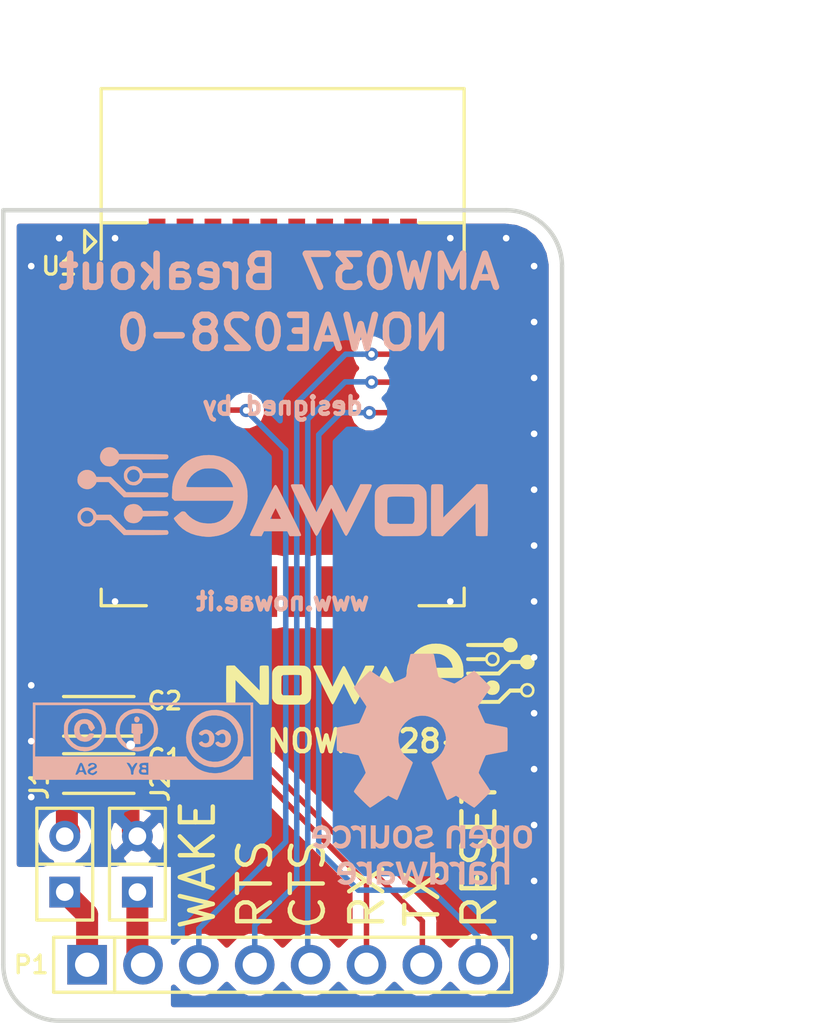
<source format=kicad_pcb>
(kicad_pcb (version 20171130) (host pcbnew "(5.0.2)-1")

  (general
    (thickness 1.6)
    (drawings 20)
    (tracks 99)
    (zones 0)
    (modules 10)
    (nets 34)
  )

  (page A4)
  (layers
    (0 F.Cu signal)
    (31 B.Cu signal)
    (32 B.Adhes user)
    (33 F.Adhes user)
    (34 B.Paste user)
    (35 F.Paste user)
    (36 B.SilkS user)
    (37 F.SilkS user)
    (38 B.Mask user)
    (39 F.Mask user)
    (40 Dwgs.User user)
    (41 Cmts.User user)
    (42 Eco1.User user)
    (43 Eco2.User user)
    (44 Edge.Cuts user)
    (45 Margin user)
    (46 B.CrtYd user)
    (47 F.CrtYd user)
    (48 B.Fab user)
    (49 F.Fab user)
  )

  (setup
    (last_trace_width 1)
    (user_trace_width 0.3)
    (user_trace_width 0.5)
    (user_trace_width 0.8)
    (user_trace_width 1)
    (trace_clearance 0.2)
    (zone_clearance 0.254)
    (zone_45_only no)
    (trace_min 0.2)
    (segment_width 0.2)
    (edge_width 0.15)
    (via_size 0.6)
    (via_drill 0.3)
    (via_min_size 0.6)
    (via_min_drill 0.3)
    (user_via 0.8 0.4)
    (uvia_size 0.3)
    (uvia_drill 0.1)
    (uvias_allowed no)
    (uvia_min_size 0.2)
    (uvia_min_drill 0.1)
    (pcb_text_width 0.3)
    (pcb_text_size 1.5 1.5)
    (mod_edge_width 0.15)
    (mod_text_size 1 1)
    (mod_text_width 0.15)
    (pad_size 1.524 1.524)
    (pad_drill 0.762)
    (pad_to_mask_clearance 0.2)
    (solder_mask_min_width 0.25)
    (aux_axis_origin 135.89 64.77)
    (grid_origin 135.89 64.77)
    (visible_elements 7FFFFFFF)
    (pcbplotparams
      (layerselection 0x010f0_ffffffff)
      (usegerberextensions true)
      (usegerberattributes false)
      (usegerberadvancedattributes false)
      (creategerberjobfile false)
      (excludeedgelayer false)
      (linewidth 0.100000)
      (plotframeref false)
      (viasonmask false)
      (mode 1)
      (useauxorigin false)
      (hpglpennumber 1)
      (hpglpenspeed 20)
      (hpglpendiameter 15.000000)
      (psnegative false)
      (psa4output false)
      (plotreference true)
      (plotvalue true)
      (plotinvisibletext false)
      (padsonsilk false)
      (subtractmaskfromsilk false)
      (outputformat 1)
      (mirror false)
      (drillshape 0)
      (scaleselection 1)
      (outputdirectory "gerber"))
  )

  (net 0 "")
  (net 1 +VDD)
  (net 2 GND-ISO)
  (net 3 +3.3V)
  (net 4 GND)
  (net 5 "Net-(U1-Pad3)")
  (net 6 "Net-(U1-Pad4)")
  (net 7 "Net-(U1-Pad9)")
  (net 8 "Net-(U1-Pad28)")
  (net 9 "Net-(U1-Pad27)")
  (net 10 "Net-(U1-Pad26)")
  (net 11 "Net-(U1-Pad25)")
  (net 12 "Net-(U1-Pad24)")
  (net 13 "Net-(U1-Pad22)")
  (net 14 "Net-(U1-Pad21)")
  (net 15 "Net-(U1-Pad16)")
  (net 16 "Net-(U1-Pad17)")
  (net 17 "Net-(U1-Pad18)")
  (net 18 "Net-(U1-Pad19)")
  (net 19 "Net-(U1-Pad15)")
  (net 20 "Net-(U1-Pad14)")
  (net 21 "Net-(U1-Pad13)")
  (net 22 /WIFI_RESET)
  (net 23 /WIFI_RTS)
  (net 24 /WIFI_CTS)
  (net 25 /WIFI_RX)
  (net 26 /WIFI_TX)
  (net 27 /WIFI_WAKE)
  (net 28 "Net-(U1-Pad8)")
  (net 29 "Net-(U1-Pad7)")
  (net 30 "Net-(U1-Pad5)")
  (net 31 "Net-(U1-Pad32)")
  (net 32 "Net-(U1-Pad33)")
  (net 33 "Net-(U1-Pad20)")

  (net_class Default "Questo è il gruppo di collegamenti predefinito"
    (clearance 0.2)
    (trace_width 0.25)
    (via_dia 0.6)
    (via_drill 0.3)
    (uvia_dia 0.3)
    (uvia_drill 0.1)
    (diff_pair_gap 0.25)
    (diff_pair_width 0.25)
    (add_net +3.3V)
    (add_net +VDD)
    (add_net /WIFI_CTS)
    (add_net /WIFI_RESET)
    (add_net /WIFI_RTS)
    (add_net /WIFI_RX)
    (add_net /WIFI_TX)
    (add_net /WIFI_WAKE)
    (add_net GND)
    (add_net GND-ISO)
    (add_net "Net-(U1-Pad13)")
    (add_net "Net-(U1-Pad14)")
    (add_net "Net-(U1-Pad15)")
    (add_net "Net-(U1-Pad16)")
    (add_net "Net-(U1-Pad17)")
    (add_net "Net-(U1-Pad18)")
    (add_net "Net-(U1-Pad19)")
    (add_net "Net-(U1-Pad20)")
    (add_net "Net-(U1-Pad21)")
    (add_net "Net-(U1-Pad22)")
    (add_net "Net-(U1-Pad24)")
    (add_net "Net-(U1-Pad25)")
    (add_net "Net-(U1-Pad26)")
    (add_net "Net-(U1-Pad27)")
    (add_net "Net-(U1-Pad28)")
    (add_net "Net-(U1-Pad3)")
    (add_net "Net-(U1-Pad32)")
    (add_net "Net-(U1-Pad33)")
    (add_net "Net-(U1-Pad4)")
    (add_net "Net-(U1-Pad5)")
    (add_net "Net-(U1-Pad7)")
    (add_net "Net-(U1-Pad8)")
    (add_net "Net-(U1-Pad9)")
  )

  (module CONNECTOR:CONN-STRIP-2x1-2.54 (layer F.Cu) (tedit 5C9DD1C8) (tstamp 5CBEC49F)
    (at 138.684 94.488 90)
    (descr "Strip connector 4x1 2.54mm 180G")
    (path /5C8DF068)
    (fp_text reference J1 (at 3.618 -1.154 270) (layer F.SilkS)
      (effects (font (size 0.8 0.8) (thickness 0.15)))
    )
    (fp_text value JUMPER-2 (at 0 2.3 90) (layer F.Fab) hide
      (effects (font (size 0.8 0.8) (thickness 0.15)))
    )
    (fp_text user %R (at 3.22 0.08 180) (layer F.Fab)
      (effects (font (size 0.8 0.8) (thickness 0.15)))
    )
    (fp_line (start -2.794 -1.524) (end 2.794 -1.524) (layer F.CrtYd) (width 0.05))
    (fp_line (start 2.794 -1.524) (end 2.794 1.524) (layer F.CrtYd) (width 0.05))
    (fp_line (start 2.794 1.524) (end -2.794 1.524) (layer F.CrtYd) (width 0.05))
    (fp_line (start -2.794 1.524) (end -2.794 -1.524) (layer F.CrtYd) (width 0.05))
    (fp_text user 1 (at -3.5 0 90) (layer F.SilkS) hide
      (effects (font (size 0.8 0.8) (thickness 0.15)))
    )
    (fp_line (start 0 -1.27) (end 0 1.27) (layer F.SilkS) (width 0.15))
    (fp_line (start -2.54 -1.27) (end 2.54 -1.27) (layer F.SilkS) (width 0.15))
    (fp_line (start 2.54 -1.27) (end 2.54 1.27) (layer F.SilkS) (width 0.15))
    (fp_line (start 2.54 1.27) (end -2.54 1.27) (layer F.SilkS) (width 0.15))
    (fp_line (start -2.54 1.27) (end -2.54 -1.27) (layer F.SilkS) (width 0.15))
    (fp_line (start -2.54 -1.27) (end 2.54 -1.27) (layer F.Fab) (width 0.15))
    (fp_line (start 2.54 -1.27) (end 2.54 1.27) (layer F.Fab) (width 0.15))
    (fp_line (start 2.54 1.27) (end -2.54 1.27) (layer F.Fab) (width 0.15))
    (fp_line (start -2.54 1.27) (end -2.54 -1.27) (layer F.Fab) (width 0.15))
    (fp_circle (center 1.27 0) (end 1.67 0) (layer F.Fab) (width 0.1))
    (fp_circle (center -1.27 0) (end -0.87 0) (layer F.Fab) (width 0.1))
    (fp_line (start 1.27 -0.4) (end 1.27 0.4) (layer F.Fab) (width 0.1))
    (fp_line (start -1.27 -0.4) (end -1.27 0.4) (layer F.Fab) (width 0.1))
    (fp_line (start 0.87 0) (end 1.67 0) (layer F.Fab) (width 0.1))
    (fp_line (start -1.67 0) (end -0.87 0) (layer F.Fab) (width 0.1))
    (pad 2 thru_hole circle (at 1.27 0 90) (size 1.4 1.4) (drill 0.8) (layers *.Cu *.Mask)
      (net 1 +VDD))
    (pad 1 thru_hole rect (at -1.27 0 90) (size 1.4 1.4) (drill 0.8) (layers *.Cu *.Mask)
      (net 3 +3.3V))
    (model ${KINOWAEMOD}/packages3d/walter/connector/pin_strip_2.wrl
      (at (xyz 0 0 0))
      (scale (xyz 1 1 1))
      (rotate (xyz 0 0 0))
    )
  )

  (module CAPACITOR:CAPACITOR-1206 (layer F.Cu) (tedit 58B964EB) (tstamp 5C9FCA28)
    (at 140.23 90.37)
    (descr "Capacitor SMD 1206, reflow soldering, Vishay (see dcrcw.pdf)")
    (tags "capacitor 1206")
    (path /5C9400EE)
    (attr smd)
    (fp_text reference C1 (at 3 -0.7) (layer F.SilkS)
      (effects (font (size 0.8 0.8) (thickness 0.15)))
    )
    (fp_text value 10u (at 0 2) (layer F.Fab) hide
      (effects (font (size 0.8 0.8) (thickness 0.15)))
    )
    (fp_text user %R (at 0 -0.01) (layer F.Fab)
      (effects (font (size 0.8 0.8) (thickness 0.15)))
    )
    (fp_line (start 1.6 0.9) (end -1.6 0.9) (layer F.SilkS) (width 0.15))
    (fp_line (start -1.6 -0.9) (end 1.6 -0.9) (layer F.SilkS) (width 0.15))
    (fp_line (start 1.1 -0.8) (end 1.1 0.8) (layer F.Fab) (width 0.15))
    (fp_line (start -1.1 -0.8) (end -1.1 0.7) (layer F.Fab) (width 0.15))
    (fp_line (start -1.6 0.8) (end -1.6 -0.8) (layer F.Fab) (width 0.15))
    (fp_line (start -1.6 -0.8) (end 1.6 -0.8) (layer F.Fab) (width 0.15))
    (fp_line (start 1.6 -0.8) (end 1.6 0.8) (layer F.Fab) (width 0.15))
    (fp_line (start 1.6 0.8) (end -1.6 0.8) (layer F.Fab) (width 0.15))
    (fp_line (start -2.2 -1.2) (end 2.2 -1.2) (layer F.CrtYd) (width 0.05))
    (fp_line (start -2.2 1.2) (end 2.2 1.2) (layer F.CrtYd) (width 0.05))
    (fp_line (start -2.2 -1.2) (end -2.2 1.2) (layer F.CrtYd) (width 0.05))
    (fp_line (start 2.2 -1.2) (end 2.2 1.2) (layer F.CrtYd) (width 0.05))
    (pad 1 smd rect (at -1.45 0) (size 0.9 1.7) (layers F.Cu F.Paste F.Mask)
      (net 1 +VDD))
    (pad 2 smd rect (at 1.45 0) (size 0.9 1.7) (layers F.Cu F.Paste F.Mask)
      (net 2 GND-ISO))
    (model ${KINOWAEMOD}/packages3d/walter/capacitor/c_1206.wrl
      (at (xyz 0 0 0))
      (scale (xyz 1 1 1))
      (rotate (xyz 0 0 0))
    )
  )

  (module CAPACITOR:CAPACITOR-1206 (layer F.Cu) (tedit 58B964EB) (tstamp 5C9FCFDC)
    (at 140.23 87.77)
    (descr "Capacitor SMD 1206, reflow soldering, Vishay (see dcrcw.pdf)")
    (tags "capacitor 1206")
    (path /5C940195)
    (attr smd)
    (fp_text reference C2 (at 3 -0.7) (layer F.SilkS)
      (effects (font (size 0.8 0.8) (thickness 0.15)))
    )
    (fp_text value 100n (at 0 2) (layer F.Fab) hide
      (effects (font (size 0.8 0.8) (thickness 0.15)))
    )
    (fp_line (start 2.2 -1.2) (end 2.2 1.2) (layer F.CrtYd) (width 0.05))
    (fp_line (start -2.2 -1.2) (end -2.2 1.2) (layer F.CrtYd) (width 0.05))
    (fp_line (start -2.2 1.2) (end 2.2 1.2) (layer F.CrtYd) (width 0.05))
    (fp_line (start -2.2 -1.2) (end 2.2 -1.2) (layer F.CrtYd) (width 0.05))
    (fp_line (start 1.6 0.8) (end -1.6 0.8) (layer F.Fab) (width 0.15))
    (fp_line (start 1.6 -0.8) (end 1.6 0.8) (layer F.Fab) (width 0.15))
    (fp_line (start -1.6 -0.8) (end 1.6 -0.8) (layer F.Fab) (width 0.15))
    (fp_line (start -1.6 0.8) (end -1.6 -0.8) (layer F.Fab) (width 0.15))
    (fp_line (start -1.1 -0.8) (end -1.1 0.7) (layer F.Fab) (width 0.15))
    (fp_line (start 1.1 -0.8) (end 1.1 0.8) (layer F.Fab) (width 0.15))
    (fp_line (start -1.6 -0.9) (end 1.6 -0.9) (layer F.SilkS) (width 0.15))
    (fp_line (start 1.6 0.9) (end -1.6 0.9) (layer F.SilkS) (width 0.15))
    (fp_text user %R (at 0 -0.05) (layer F.Fab)
      (effects (font (size 0.8 0.8) (thickness 0.15)))
    )
    (pad 2 smd rect (at 1.45 0) (size 0.9 1.7) (layers F.Cu F.Paste F.Mask)
      (net 2 GND-ISO))
    (pad 1 smd rect (at -1.45 0) (size 0.9 1.7) (layers F.Cu F.Paste F.Mask)
      (net 1 +VDD))
    (model ${KINOWAEMOD}/packages3d/walter/capacitor/c_1206.wrl
      (at (xyz 0 0 0))
      (scale (xyz 1 1 1))
      (rotate (xyz 0 0 0))
    )
  )

  (module CONNECTOR:CONN-STRIP-2x1-2.54 (layer F.Cu) (tedit 5C9DD1D4) (tstamp 5C9FCA71)
    (at 141.986 94.488 90)
    (descr "Strip connector 4x1 2.54mm 180G")
    (path /5C8DF10C)
    (fp_text reference J2 (at 3.518 1.044 270) (layer F.SilkS)
      (effects (font (size 0.8 0.8) (thickness 0.15)))
    )
    (fp_text value JUMPER-2 (at 0 2.3 90) (layer F.Fab) hide
      (effects (font (size 0.8 0.8) (thickness 0.15)))
    )
    (fp_line (start -1.67 0) (end -0.87 0) (layer F.Fab) (width 0.1))
    (fp_line (start 0.87 0) (end 1.67 0) (layer F.Fab) (width 0.1))
    (fp_line (start -1.27 -0.4) (end -1.27 0.4) (layer F.Fab) (width 0.1))
    (fp_line (start 1.27 -0.4) (end 1.27 0.4) (layer F.Fab) (width 0.1))
    (fp_circle (center -1.27 0) (end -0.87 0) (layer F.Fab) (width 0.1))
    (fp_circle (center 1.27 0) (end 1.67 0) (layer F.Fab) (width 0.1))
    (fp_line (start -2.54 1.27) (end -2.54 -1.27) (layer F.Fab) (width 0.15))
    (fp_line (start 2.54 1.27) (end -2.54 1.27) (layer F.Fab) (width 0.15))
    (fp_line (start 2.54 -1.27) (end 2.54 1.27) (layer F.Fab) (width 0.15))
    (fp_line (start -2.54 -1.27) (end 2.54 -1.27) (layer F.Fab) (width 0.15))
    (fp_line (start -2.54 1.27) (end -2.54 -1.27) (layer F.SilkS) (width 0.15))
    (fp_line (start 2.54 1.27) (end -2.54 1.27) (layer F.SilkS) (width 0.15))
    (fp_line (start 2.54 -1.27) (end 2.54 1.27) (layer F.SilkS) (width 0.15))
    (fp_line (start -2.54 -1.27) (end 2.54 -1.27) (layer F.SilkS) (width 0.15))
    (fp_line (start 0 -1.27) (end 0 1.27) (layer F.SilkS) (width 0.15))
    (fp_text user 1 (at -3.5 0 90) (layer F.SilkS) hide
      (effects (font (size 0.8 0.8) (thickness 0.15)))
    )
    (fp_line (start -2.794 1.524) (end -2.794 -1.524) (layer F.CrtYd) (width 0.05))
    (fp_line (start 2.794 1.524) (end -2.794 1.524) (layer F.CrtYd) (width 0.05))
    (fp_line (start 2.794 -1.524) (end 2.794 1.524) (layer F.CrtYd) (width 0.05))
    (fp_line (start -2.794 -1.524) (end 2.794 -1.524) (layer F.CrtYd) (width 0.05))
    (fp_text user %R (at 3.24 0.06 180) (layer F.Fab)
      (effects (font (size 0.8 0.8) (thickness 0.15)))
    )
    (pad 1 thru_hole rect (at -1.27 0 90) (size 1.4 1.4) (drill 0.8) (layers *.Cu *.Mask)
      (net 4 GND))
    (pad 2 thru_hole circle (at 1.27 0 90) (size 1.4 1.4) (drill 0.8) (layers *.Cu *.Mask)
      (net 2 GND-ISO))
    (model ${KINOWAEMOD}/packages3d/walter/connector/pin_strip_2.wrl
      (at (xyz 0 0 0))
      (scale (xyz 1 1 1))
      (rotate (xyz 0 0 0))
    )
  )

  (module LOGO:LOGO_NOWAE_15MM_FSILK (layer F.Cu) (tedit 0) (tstamp 5CBF097C)
    (at 153.03 85.725)
    (fp_text reference G*** (at 0 0) (layer F.SilkS) hide
      (effects (font (size 1.524 1.524) (thickness 0.3)))
    )
    (fp_text value LOGO (at 0.75 0) (layer F.SilkS) hide
      (effects (font (size 1.524 1.524) (thickness 0.3)))
    )
    (fp_poly (pts (xy 5.992891 -1.515889) (xy 6.01969 -1.508883) (xy 6.092707 -1.474143) (xy 6.153279 -1.419995)
      (xy 6.199175 -1.350999) (xy 6.228163 -1.271714) (xy 6.238011 -1.186699) (xy 6.226488 -1.100513)
      (xy 6.223964 -1.091638) (xy 6.198756 -1.038813) (xy 6.157396 -0.983588) (xy 6.107411 -0.934421)
      (xy 6.056329 -0.899772) (xy 6.050915 -0.897187) (xy 5.983339 -0.877786) (xy 5.904954 -0.872583)
      (xy 5.826596 -0.881283) (xy 5.7591 -0.903586) (xy 5.755733 -0.905297) (xy 5.685031 -0.954883)
      (xy 5.629474 -1.019743) (xy 5.60539 -1.064847) (xy 5.587651 -1.10718) (xy 4.775166 -1.10718)
      (xy 4.609221 -1.107212) (xy 4.467356 -1.107345) (xy 4.347602 -1.107635) (xy 4.247987 -1.108138)
      (xy 4.166541 -1.108912) (xy 4.101294 -1.110011) (xy 4.050274 -1.111492) (xy 4.011512 -1.113411)
      (xy 3.983036 -1.115826) (xy 3.962876 -1.11879) (xy 3.949062 -1.122362) (xy 3.939622 -1.126597)
      (xy 3.933016 -1.131201) (xy 3.909801 -1.164829) (xy 3.903623 -1.207238) (xy 3.915127 -1.247284)
      (xy 3.92552 -1.260851) (xy 3.931652 -1.265381) (xy 3.941603 -1.269274) (xy 3.9573 -1.272589)
      (xy 3.980671 -1.275386) (xy 4.013643 -1.277723) (xy 4.058142 -1.27966) (xy 4.116098 -1.281254)
      (xy 4.189436 -1.282566) (xy 4.280086 -1.283653) (xy 4.389973 -1.284574) (xy 4.521026 -1.285389)
      (xy 4.675171 -1.286156) (xy 4.767769 -1.286567) (xy 5.58785 -1.290109) (xy 5.6203 -1.354144)
      (xy 5.669842 -1.424686) (xy 5.735925 -1.477701) (xy 5.814496 -1.51162) (xy 5.901502 -1.524873)
      (xy 5.992891 -1.515889)) (layer F.SilkS) (width 0.01))
    (fp_poly (pts (xy 5.190673 -0.865642) (xy 5.268426 -0.831707) (xy 5.335502 -0.779018) (xy 5.387467 -0.709117)
      (xy 5.402363 -0.678281) (xy 5.418489 -0.61517) (xy 5.421968 -0.541052) (xy 5.41304 -0.467561)
      (xy 5.396964 -0.416675) (xy 5.349123 -0.338124) (xy 5.28488 -0.279694) (xy 5.204904 -0.241826)
      (xy 5.109863 -0.22496) (xy 5.106052 -0.224744) (xy 5.049505 -0.224385) (xy 5.005078 -0.231951)
      (xy 4.959435 -0.249811) (xy 4.956162 -0.25136) (xy 4.887237 -0.295377) (xy 4.83084 -0.353307)
      (xy 4.793528 -0.418317) (xy 4.791974 -0.422472) (xy 4.775177 -0.468924) (xy 4.363463 -0.468924)
      (xy 4.243277 -0.469143) (xy 4.146672 -0.469867) (xy 4.071181 -0.471197) (xy 4.014338 -0.473232)
      (xy 3.973674 -0.476073) (xy 3.946725 -0.47982) (xy 3.931021 -0.484572) (xy 3.92755 -0.486618)
      (xy 3.908488 -0.514933) (xy 3.90679 -0.53057) (xy 4.877953 -0.53057) (xy 4.89348 -0.468225)
      (xy 4.927156 -0.41453) (xy 4.9751 -0.37246) (xy 5.033431 -0.344992) (xy 5.098268 -0.335101)
      (xy 5.16573 -0.345764) (xy 5.197262 -0.358732) (xy 5.246589 -0.396298) (xy 5.286061 -0.450317)
      (xy 5.309965 -0.511521) (xy 5.314462 -0.548831) (xy 5.302724 -0.612228) (xy 5.27103 -0.673103)
      (xy 5.224654 -0.722459) (xy 5.204605 -0.736133) (xy 5.136419 -0.762642) (xy 5.067909 -0.765457)
      (xy 5.003534 -0.746495) (xy 4.947752 -0.70767) (xy 4.90502 -0.650898) (xy 4.884456 -0.598588)
      (xy 4.877953 -0.53057) (xy 3.90679 -0.53057) (xy 3.904226 -0.55417) (xy 3.914804 -0.593781)
      (xy 3.927079 -0.612037) (xy 3.934645 -0.619315) (xy 3.944609 -0.625105) (xy 3.959797 -0.629578)
      (xy 3.983034 -0.632904) (xy 4.017147 -0.635252) (xy 4.064962 -0.636791) (xy 4.129305 -0.63769)
      (xy 4.213003 -0.638121) (xy 4.318881 -0.638251) (xy 4.364197 -0.638257) (xy 4.777586 -0.638257)
      (xy 4.785141 -0.668355) (xy 4.808152 -0.71865) (xy 4.849277 -0.770555) (xy 4.902105 -0.816881)
      (xy 4.937723 -0.839538) (xy 5.020885 -0.871097) (xy 5.106681 -0.879286) (xy 5.190673 -0.865642)) (layer F.SilkS) (width 0.01))
    (fp_poly (pts (xy 6.731202 -0.746769) (xy 6.80784 -0.725555) (xy 6.877977 -0.685999) (xy 6.937469 -0.628122)
      (xy 6.971975 -0.57396) (xy 6.99731 -0.503124) (xy 7.008356 -0.424551) (xy 7.004467 -0.348275)
      (xy 6.989886 -0.294968) (xy 6.945164 -0.219906) (xy 6.882618 -0.160284) (xy 6.806774 -0.118154)
      (xy 6.722159 -0.095572) (xy 6.633299 -0.09459) (xy 6.574877 -0.106665) (xy 6.523682 -0.131195)
      (xy 6.469544 -0.171649) (xy 6.420653 -0.220562) (xy 6.3852 -0.270469) (xy 6.377612 -0.286464)
      (xy 6.356724 -0.338667) (xy 5.945961 -0.338667) (xy 5.685693 -0.078154) (xy 5.425424 0.182359)
      (xy 4.688116 0.182359) (xy 4.530963 0.182337) (xy 4.397797 0.182224) (xy 4.286554 0.18195)
      (xy 4.19517 0.181443) (xy 4.12158 0.180632) (xy 4.06372 0.179445) (xy 4.019526 0.177812)
      (xy 3.986934 0.175662) (xy 3.963879 0.172923) (xy 3.948298 0.169525) (xy 3.938126 0.165396)
      (xy 3.931299 0.160465) (xy 3.927079 0.156139) (xy 3.908256 0.120864) (xy 3.904294 0.080117)
      (xy 3.915155 0.044444) (xy 3.92755 0.03072) (xy 3.937258 0.026719) (xy 3.955825 0.02334)
      (xy 3.985166 0.020535) (xy 4.027197 0.018256) (xy 4.083833 0.016458) (xy 4.156989 0.015093)
      (xy 4.24858 0.014114) (xy 4.360523 0.013475) (xy 4.494732 0.013127) (xy 4.648981 0.013025)
      (xy 5.346213 0.013025) (xy 5.607857 -0.247488) (xy 5.869502 -0.508) (xy 6.116264 -0.508592)
      (xy 6.363026 -0.509183) (xy 6.39559 -0.576951) (xy 6.442552 -0.647771) (xy 6.503739 -0.700142)
      (xy 6.575007 -0.734084) (xy 6.652209 -0.749619) (xy 6.731202 -0.746769)) (layer F.SilkS) (width 0.01))
    (fp_poly (pts (xy 5.194829 0.431374) (xy 5.270536 0.460714) (xy 5.32552 0.499039) (xy 5.376013 0.562946)
      (xy 5.408608 0.640302) (xy 5.422363 0.724775) (xy 5.416331 0.810033) (xy 5.389568 0.889743)
      (xy 5.385096 0.898309) (xy 5.331523 0.973612) (xy 5.264565 1.026721) (xy 5.183595 1.057999)
      (xy 5.090188 1.067816) (xy 5.019635 1.061856) (xy 4.961048 1.045886) (xy 4.956257 1.043801)
      (xy 4.910073 1.014821) (xy 4.862474 0.972324) (xy 4.821188 0.924357) (xy 4.793944 0.878968)
      (xy 4.791217 0.87195) (xy 4.778221 0.83467) (xy 4.362944 0.830899) (xy 4.246712 0.829725)
      (xy 4.153767 0.828433) (xy 4.081348 0.82686) (xy 4.02669 0.824841) (xy 3.987029 0.822213)
      (xy 3.959604 0.818811) (xy 3.94165 0.814471) (xy 3.930404 0.809031) (xy 3.925509 0.804953)
      (xy 3.906307 0.769275) (xy 3.905061 0.726504) (xy 3.921125 0.687787) (xy 3.933016 0.675303)
      (xy 3.942975 0.668552) (xy 3.956253 0.663192) (xy 3.975735 0.659065) (xy 4.004305 0.656012)
      (xy 4.044849 0.653873) (xy 4.100252 0.652489) (xy 4.173399 0.651702) (xy 4.267176 0.651353)
      (xy 4.368929 0.651282) (xy 4.775177 0.651282) (xy 4.790506 0.608892) (xy 4.816973 0.561576)
      (xy 4.859599 0.512137) (xy 4.910523 0.468531) (xy 4.956257 0.441163) (xy 5.029636 0.420337)
      (xy 5.111845 0.417495) (xy 5.194829 0.431374)) (layer F.SilkS) (width 0.01))
    (fp_poly (pts (xy 6.750435 0.540004) (xy 6.816361 0.559383) (xy 6.875273 0.595624) (xy 6.904694 0.62101)
      (xy 6.958838 0.681718) (xy 6.991628 0.745514) (xy 7.005715 0.819289) (xy 7.005718 0.883358)
      (xy 6.989676 0.975288) (xy 6.952513 1.052149) (xy 6.893771 1.114743) (xy 6.858678 1.139399)
      (xy 6.824683 1.158926) (xy 6.79474 1.170693) (xy 6.76021 1.176629) (xy 6.712454 1.178663)
      (xy 6.682154 1.17882) (xy 6.624908 1.177974) (xy 6.585029 1.174146) (xy 6.553854 1.165404)
      (xy 6.52272 1.149815) (xy 6.505287 1.139358) (xy 6.440073 1.085192) (xy 6.402103 1.032331)
      (xy 6.363026 0.964768) (xy 6.147978 0.964332) (xy 5.932929 0.963897) (xy 5.67918 1.217897)
      (xy 5.42543 1.471897) (xy 4.68703 1.471897) (xy 4.527417 1.471826) (xy 4.39188 1.471577)
      (xy 4.278445 1.471101) (xy 4.185139 1.470345) (xy 4.109986 1.469259) (xy 4.051012 1.467792)
      (xy 4.006244 1.465893) (xy 3.973706 1.46351) (xy 3.951425 1.460592) (xy 3.937426 1.457089)
      (xy 3.929735 1.452949) (xy 3.929015 1.452281) (xy 3.902891 1.412415) (xy 3.902643 1.371507)
      (xy 3.917491 1.343332) (xy 3.943064 1.309076) (xy 4.644753 1.305705) (xy 5.346443 1.302334)
      (xy 5.607972 1.041936) (xy 5.799554 0.851183) (xy 6.465409 0.851183) (xy 6.472191 0.916675)
      (xy 6.500988 0.97871) (xy 6.516716 0.998907) (xy 6.576036 1.049854) (xy 6.641944 1.076561)
      (xy 6.711897 1.078367) (xy 6.764591 1.06336) (xy 6.816348 1.02946) (xy 6.860685 0.977614)
      (xy 6.890807 0.915923) (xy 6.892279 0.911207) (xy 6.899245 0.846757) (xy 6.8842 0.784923)
      (xy 6.851149 0.729657) (xy 6.804098 0.68491) (xy 6.747052 0.654635) (xy 6.684018 0.642782)
      (xy 6.627897 0.650388) (xy 6.561887 0.681837) (xy 6.511784 0.728977) (xy 6.479116 0.787021)
      (xy 6.465409 0.851183) (xy 5.799554 0.851183) (xy 5.869502 0.781538) (xy 6.355294 0.781538)
      (xy 6.379847 0.726033) (xy 6.426933 0.649654) (xy 6.491089 0.590548) (xy 6.568298 0.551374)
      (xy 6.654548 0.53479) (xy 6.669129 0.53441) (xy 6.750435 0.540004)) (layer F.SilkS) (width 0.01))
    (fp_poly (pts (xy -2.414633 0.224681) (xy -2.171967 0.709874) (xy -1.93599 0.237706) (xy -1.877362 0.120488)
      (xy -1.829121 0.024472) (xy -1.790034 -0.052457) (xy -1.758869 -0.112412) (xy -1.734393 -0.157509)
      (xy -1.715374 -0.189861) (xy -1.700578 -0.211584) (xy -1.688774 -0.22479) (xy -1.678727 -0.231595)
      (xy -1.669206 -0.234113) (xy -1.660708 -0.234462) (xy -1.650643 -0.23391) (xy -1.641097 -0.230839)
      (xy -1.630833 -0.223128) (xy -1.618612 -0.208653) (xy -1.603198 -0.185293) (xy -1.583352 -0.150925)
      (xy -1.557836 -0.103428) (xy -1.525413 -0.040679) (xy -1.484846 0.039443) (xy -1.434897 0.139062)
      (xy -1.38723 0.234461) (xy -1.153058 0.703384) (xy -0.67082 -0.254) (xy -0.485089 -0.257615)
      (xy -0.412183 -0.258904) (xy -0.361036 -0.259066) (xy -0.327363 -0.257519) (xy -0.306878 -0.253679)
      (xy -0.295294 -0.246965) (xy -0.288326 -0.236795) (xy -0.285344 -0.230475) (xy -0.283668 -0.222568)
      (xy -0.284879 -0.210401) (xy -0.289719 -0.192381) (xy -0.298931 -0.166918) (xy -0.313257 -0.132423)
      (xy -0.333439 -0.087304) (xy -0.360219 -0.029971) (xy -0.39434 0.041166) (xy -0.436543 0.127698)
      (xy -0.48757 0.231215) (xy -0.548164 0.353307) (xy -0.619067 0.495566) (xy -0.695788 0.649114)
      (xy -0.776624 0.810671) (xy -0.846715 0.950455) (xy -0.9069 1.070028) (xy -0.95802 1.170951)
      (xy -1.000915 1.254784) (xy -1.036426 1.323088) (xy -1.065392 1.377425) (xy -1.088656 1.419354)
      (xy -1.107056 1.450437) (xy -1.121433 1.472235) (xy -1.132628 1.486308) (xy -1.14148 1.494218)
      (xy -1.148831 1.497524) (xy -1.152812 1.497948) (xy -1.161686 1.496407) (xy -1.171337 1.490395)
      (xy -1.182949 1.477829) (xy -1.197706 1.456623) (xy -1.216792 1.424695) (xy -1.241392 1.379961)
      (xy -1.272689 1.320337) (xy -1.311867 1.243738) (xy -1.360112 1.148082) (xy -1.418607 1.031284)
      (xy -1.423015 1.022464) (xy -1.660651 0.54698) (xy -1.898463 1.022464) (xy -1.95775 1.14079)
      (xy -2.0067 1.237834) (xy -2.046497 1.315678) (xy -2.078325 1.376406) (xy -2.103369 1.422098)
      (xy -2.122812 1.45484) (xy -2.137839 1.476712) (xy -2.149633 1.489798) (xy -2.159379 1.496181)
      (xy -2.16826 1.497944) (xy -2.168784 1.497948) (xy -2.175638 1.496617) (xy -2.183509 1.491582)
      (xy -2.193239 1.481284) (xy -2.205667 1.464162) (xy -2.221632 1.438655) (xy -2.241976 1.403202)
      (xy -2.267538 1.356245) (xy -2.299159 1.296221) (xy -2.337678 1.221571) (xy -2.383935 1.130734)
      (xy -2.438771 1.022149) (xy -2.503026 0.894256) (xy -2.577539 0.745495) (xy -2.62575 0.649114)
      (xy -2.707105 0.486274) (xy -2.777447 0.345098) (xy -2.837516 0.224003) (xy -2.88805 0.121405)
      (xy -2.92979 0.03572) (xy -2.963477 -0.034637) (xy -2.989848 -0.09125) (xy -3.009646 -0.135703)
      (xy -3.023608 -0.169581) (xy -3.032476 -0.194466) (xy -3.036989 -0.211945) (xy -3.037886 -0.2236)
      (xy -3.036357 -0.230116) (xy -3.029917 -0.242133) (xy -3.020538 -0.250476) (xy -3.003891 -0.255814)
      (xy -2.975647 -0.258818) (xy -2.931475 -0.260158) (xy -2.867047 -0.260503) (xy -2.839903 -0.260513)
      (xy -2.657299 -0.260513) (xy -2.414633 0.224681)) (layer F.SilkS) (width 0.01))
    (fp_poly (pts (xy 0.251531 -0.233694) (xy 0.259103 -0.230339) (xy 0.267901 -0.222821) (xy 0.278778 -0.209566)
      (xy 0.29259 -0.188996) (xy 0.310191 -0.159537) (xy 0.332435 -0.119613) (xy 0.360175 -0.067648)
      (xy 0.394268 -0.002067) (xy 0.435566 0.078706) (xy 0.484925 0.176247) (xy 0.543197 0.292132)
      (xy 0.611239 0.427935) (xy 0.689904 0.585234) (xy 0.703391 0.612217) (xy 0.785798 0.7773)
      (xy 0.857097 0.920634) (xy 0.917982 1.043693) (xy 0.969146 1.147953) (xy 1.011284 1.234889)
      (xy 1.045089 1.305976) (xy 1.071254 1.36269) (xy 1.090474 1.406505) (xy 1.103442 1.438896)
      (xy 1.110851 1.46134) (xy 1.113396 1.47531) (xy 1.112219 1.481678) (xy 1.103388 1.490813)
      (xy 1.08748 1.497378) (xy 1.060344 1.501913) (xy 1.017827 1.504962) (xy 0.955778 1.507066)
      (xy 0.910098 1.508049) (xy 0.722329 1.511636) (xy 0.680414 1.426639) (xy 0.6385 1.341641)
      (xy -0.156551 1.341641) (xy -0.198302 1.426307) (xy -0.240053 1.510974) (xy -0.42567 1.510974)
      (xy -0.499112 1.510717) (xy -0.550775 1.509579) (xy -0.58493 1.507012) (xy -0.605849 1.502467)
      (xy -0.617801 1.495394) (xy -0.625004 1.485346) (xy -0.626136 1.477321) (xy -0.623369 1.46287)
      (xy -0.615993 1.440482) (xy -0.603296 1.408645) (xy -0.584569 1.365847) (xy -0.559101 1.310575)
      (xy -0.526183 1.241317) (xy -0.485104 1.156561) (xy -0.435154 1.054795) (xy -0.375623 0.934506)
      (xy -0.370804 0.92482) (xy 0.052218 0.92482) (xy 0.43002 0.92482) (xy 0.337279 0.739205)
      (xy 0.305711 0.676136) (xy 0.278464 0.621915) (xy 0.257551 0.580528) (xy 0.244983 0.555962)
      (xy 0.242256 0.550918) (xy 0.236008 0.561015) (xy 0.220194 0.590646) (xy 0.196793 0.635991)
      (xy 0.167784 0.69323) (xy 0.146096 0.736534) (xy 0.052218 0.92482) (xy -0.370804 0.92482)
      (xy -0.305801 0.794183) (xy -0.224977 0.632313) (xy -0.215135 0.612628) (xy -0.134654 0.451747)
      (xy -0.064936 0.312608) (xy -0.005126 0.193637) (xy 0.04563 0.093258) (xy 0.088185 0.009897)
      (xy 0.123396 -0.058022) (xy 0.152115 -0.112073) (xy 0.175197 -0.153832) (xy 0.193497 -0.184874)
      (xy 0.207868 -0.206773) (xy 0.219165 -0.221105) (xy 0.228243 -0.229445) (xy 0.235956 -0.233367)
      (xy 0.243157 -0.234448) (xy 0.244331 -0.234462) (xy 0.251531 -0.233694)) (layer F.SilkS) (width 0.01))
    (fp_poly (pts (xy -3.659147 -0.258272) (xy -3.568872 -0.256491) (xy -3.502014 -0.253797) (xy -3.457917 -0.250179)
      (xy -3.443268 -0.247822) (xy -3.357787 -0.216713) (xy -3.280378 -0.164894) (xy -3.221713 -0.101398)
      (xy -3.20426 -0.076504) (xy -3.189705 -0.053446) (xy -3.177787 -0.029683) (xy -3.168242 -0.002677)
      (xy -3.160806 0.030114) (xy -3.155216 0.071228) (xy -3.151208 0.123207) (xy -3.14852 0.188589)
      (xy -3.146888 0.269915) (xy -3.146048 0.369724) (xy -3.145737 0.490557) (xy -3.145692 0.631743)
      (xy -3.145755 0.769932) (xy -3.146012 0.884602) (xy -3.146559 0.978286) (xy -3.147497 1.053518)
      (xy -3.148923 1.112829) (xy -3.150937 1.158753) (xy -3.153636 1.193822) (xy -3.15712 1.22057)
      (xy -3.161487 1.241528) (xy -3.166835 1.25923) (xy -3.170516 1.269236) (xy -3.2106 1.342861)
      (xy -3.268752 1.410578) (xy -3.337218 1.464064) (xy -3.367128 1.480256) (xy -3.432256 1.510719)
      (xy -4.031436 1.509929) (xy -4.178295 1.509598) (xy -4.301307 1.508981) (xy -4.402672 1.508013)
      (xy -4.484594 1.506628) (xy -4.549274 1.504761) (xy -4.598916 1.502346) (xy -4.63572 1.499316)
      (xy -4.661889 1.495608) (xy -4.679626 1.491154) (xy -4.681336 1.49055) (xy -4.755669 1.450742)
      (xy -4.822131 1.391241) (xy -4.873893 1.318384) (xy -4.880472 1.305675) (xy -4.917179 1.230923)
      (xy -4.917179 0.774913) (xy -4.505234 0.774913) (xy -4.504765 0.853775) (xy -4.503738 0.918251)
      (xy -4.502194 0.964426) (xy -4.50022 0.988147) (xy -4.484873 1.029137) (xy -4.461011 1.063045)
      (xy -4.429902 1.094153) (xy -3.649178 1.094153) (xy -3.609102 1.060431) (xy -3.569025 1.026709)
      (xy -3.569025 0.633484) (xy -3.569118 0.516111) (xy -3.569698 0.421986) (xy -3.571222 0.348307)
      (xy -3.574145 0.29227) (xy -3.578923 0.251074) (xy -3.586011 0.221914) (xy -3.595864 0.201988)
      (xy -3.608938 0.188493) (xy -3.625689 0.178626) (xy -3.644254 0.170545) (xy -3.666299 0.165566)
      (xy -3.706294 0.161888) (xy -3.765914 0.159464) (xy -3.846833 0.158247) (xy -3.950726 0.158189)
      (xy -4.054804 0.15898) (xy -4.428165 0.16282) (xy -4.464262 0.198916) (xy -4.500359 0.235011)
      (xy -4.50434 0.589685) (xy -4.505106 0.685578) (xy -4.505234 0.774913) (xy -4.917179 0.774913)
      (xy -4.917179 0.638256) (xy -4.917118 0.497535) (xy -4.916872 0.380386) (xy -4.916348 0.28433)
      (xy -4.915454 0.206889) (xy -4.914096 0.145584) (xy -4.912182 0.097935) (xy -4.909617 0.061464)
      (xy -4.90631 0.033692) (xy -4.902168 0.01214) (xy -4.897096 -0.00567) (xy -4.892543 -0.018283)
      (xy -4.84809 -0.099107) (xy -4.783241 -0.169065) (xy -4.709595 -0.219192) (xy -4.643641 -0.254)
      (xy -4.077025 -0.258247) (xy -3.912569 -0.259139) (xy -3.773495 -0.259152) (xy -3.659147 -0.258272)) (layer F.SilkS) (width 0.01))
    (fp_poly (pts (xy -5.483794 0.879119) (xy -5.483794 0.33086) (xy -5.483738 0.196599) (xy -5.483502 0.085987)
      (xy -5.482985 -0.003379) (xy -5.482088 -0.073902) (xy -5.480709 -0.127983) (xy -5.478749 -0.168025)
      (xy -5.476107 -0.19643) (xy -5.472683 -0.215601) (xy -5.468375 -0.227941) (xy -5.463085 -0.235852)
      (xy -5.459974 -0.238956) (xy -5.445098 -0.248302) (xy -5.421796 -0.254592) (xy -5.385423 -0.258363)
      (xy -5.33133 -0.260151) (xy -5.273121 -0.260513) (xy -5.203612 -0.260059) (xy -5.155375 -0.258285)
      (xy -5.123643 -0.254576) (xy -5.103645 -0.248317) (xy -5.090613 -0.238892) (xy -5.088531 -0.236693)
      (xy -5.084193 -0.230137) (xy -5.080474 -0.219512) (xy -5.077327 -0.202924) (xy -5.074704 -0.178478)
      (xy -5.07256 -0.144281) (xy -5.070846 -0.098439) (xy -5.069517 -0.039057) (xy -5.068525 0.035758)
      (xy -5.067823 0.127901) (xy -5.067364 0.239265) (xy -5.067102 0.371745) (xy -5.066989 0.527235)
      (xy -5.066974 0.63342) (xy -5.067093 0.813454) (xy -5.067466 0.968855) (xy -5.06812 1.101041)
      (xy -5.06908 1.211431) (xy -5.070372 1.301443) (xy -5.072022 1.372493) (xy -5.074054 1.426)
      (xy -5.076496 1.463382) (xy -5.079372 1.486057) (xy -5.082605 1.495343) (xy -5.10221 1.502623)
      (xy -5.14481 1.50759) (xy -5.211473 1.51033) (xy -5.28119 1.510974) (xy -5.464145 1.510974)
      (xy -6.02756 0.947671) (xy -6.590974 0.384368) (xy -6.590974 0.93204) (xy -6.591176 1.076027)
      (xy -6.591815 1.195649) (xy -6.592936 1.292588) (xy -6.594587 1.368526) (xy -6.596813 1.425148)
      (xy -6.599663 1.464136) (xy -6.603182 1.487172) (xy -6.606605 1.495343) (xy -6.626178 1.502046)
      (xy -6.665698 1.506986) (xy -6.71912 1.51016) (xy -6.780397 1.511571) (xy -6.843486 1.511218)
      (xy -6.902341 1.5091) (xy -6.950917 1.505218) (xy -6.983169 1.499572) (xy -6.992164 1.495343)
      (xy -6.995442 1.479307) (xy -6.998368 1.439876) (xy -7.000942 1.379706) (xy -7.003164 1.301449)
      (xy -7.005034 1.207761) (xy -7.006553 1.101297) (xy -7.007719 0.984709) (xy -7.008533 0.860654)
      (xy -7.008995 0.731784) (xy -7.009106 0.600755) (xy -7.008864 0.470221) (xy -7.008271 0.342837)
      (xy -7.007325 0.221256) (xy -7.006028 0.108134) (xy -7.004378 0.006123) (xy -7.002377 -0.08212)
      (xy -7.000023 -0.153942) (xy -6.997318 -0.206688) (xy -6.99426 -0.237704) (xy -6.992164 -0.244882)
      (xy -6.971986 -0.252325) (xy -6.92822 -0.257343) (xy -6.85998 -0.260008) (xy -6.80009 -0.260513)
      (xy -6.623648 -0.260513) (xy -5.483794 0.879119)) (layer F.SilkS) (width 0.01))
    (fp_poly (pts (xy 2.71208 -1.245776) (xy 2.780975 -1.235981) (xy 2.943936 -1.196382) (xy 3.099186 -1.133318)
      (xy 3.244089 -1.048876) (xy 3.376011 -0.945142) (xy 3.492316 -0.824204) (xy 3.590369 -0.688148)
      (xy 3.667536 -0.53906) (xy 3.67079 -0.531322) (xy 3.706203 -0.440401) (xy 3.732496 -0.357255)
      (xy 3.751116 -0.274558) (xy 3.763509 -0.184983) (xy 3.771124 -0.081206) (xy 3.774007 -0.008876)
      (xy 3.780815 0.210197) (xy 3.737493 0.254893) (xy 3.694172 0.299589) (xy 1.678018 0.299589)
      (xy 1.687128 0.354948) (xy 1.721267 0.492328) (xy 1.775775 0.621419) (xy 1.848225 0.73959)
      (xy 1.936186 0.844209) (xy 2.037231 0.932644) (xy 2.14893 1.002265) (xy 2.268855 1.050438)
      (xy 2.345442 1.068241) (xy 2.44667 1.079045) (xy 2.55754 1.080324) (xy 2.669042 1.072642)
      (xy 2.77217 1.056563) (xy 2.846103 1.036857) (xy 2.965087 0.987011) (xy 3.078574 0.92158)
      (xy 3.180789 0.844664) (xy 3.265957 0.760366) (xy 3.303797 0.71183) (xy 3.328757 0.685597)
      (xy 3.362703 0.672441) (xy 3.387471 0.668907) (xy 3.412322 0.667195) (xy 3.433177 0.669501)
      (xy 3.454833 0.678457) (xy 3.482088 0.696697) (xy 3.51974 0.726853) (xy 3.569026 0.768523)
      (xy 3.617935 0.81036) (xy 3.660563 0.847158) (xy 3.692438 0.875034) (xy 3.709085 0.890102)
      (xy 3.70936 0.890374) (xy 3.714902 0.902592) (xy 3.709839 0.92199) (xy 3.692211 0.952996)
      (xy 3.662043 0.997235) (xy 3.550742 1.134422) (xy 3.4253 1.250685) (xy 3.285018 1.346398)
      (xy 3.1292 1.421934) (xy 2.95715 1.477665) (xy 2.768171 1.513965) (xy 2.677818 1.524025)
      (xy 2.617626 1.52906) (xy 2.565943 1.532842) (xy 2.528954 1.534951) (xy 2.513949 1.535139)
      (xy 2.492425 1.533163) (xy 2.452531 1.529387) (xy 2.401829 1.524527) (xy 2.386562 1.523054)
      (xy 2.200738 1.493032) (xy 2.027416 1.440818) (xy 1.867618 1.367603) (xy 1.722366 1.27458)
      (xy 1.592679 1.16294) (xy 1.47958 1.033876) (xy 1.38409 0.88858) (xy 1.307231 0.728244)
      (xy 1.250024 0.554061) (xy 1.213491 0.367223) (xy 1.198652 0.168921) (xy 1.198359 0.13618)
      (xy 1.209963 -0.06247) (xy 1.226947 -0.156308) (xy 1.69051 -0.156308) (xy 2.492999 -0.156308)
      (xy 2.660435 -0.156381) (xy 2.803607 -0.156628) (xy 2.924304 -0.157089) (xy 3.024312 -0.157805)
      (xy 3.105419 -0.158815) (xy 3.169413 -0.160161) (xy 3.218081 -0.161882) (xy 3.25321 -0.16402)
      (xy 3.276588 -0.166615) (xy 3.290003 -0.169707) (xy 3.295242 -0.173337) (xy 3.295488 -0.174475)
      (xy 3.29029 -0.206326) (xy 3.276578 -0.253795) (xy 3.257169 -0.309041) (xy 3.234883 -0.364224)
      (xy 3.21254 -0.411505) (xy 3.205927 -0.423532) (xy 3.128428 -0.532183) (xy 3.030264 -0.62727)
      (xy 2.914282 -0.706443) (xy 2.794 -0.763319) (xy 2.745721 -0.780081) (xy 2.698886 -0.791424)
      (xy 2.645234 -0.798744) (xy 2.576503 -0.803436) (xy 2.549386 -0.804635) (xy 2.41942 -0.804482)
      (xy 2.307379 -0.791491) (xy 2.207614 -0.763913) (xy 2.114477 -0.72) (xy 2.02232 -0.658004)
      (xy 1.988423 -0.631027) (xy 1.917574 -0.563141) (xy 1.849282 -0.480548) (xy 1.788046 -0.390073)
      (xy 1.738364 -0.298539) (xy 1.704733 -0.212771) (xy 1.699142 -0.192129) (xy 1.69051 -0.156308)
      (xy 1.226947 -0.156308) (xy 1.243893 -0.249936) (xy 1.298825 -0.425072) (xy 1.373436 -0.586729)
      (xy 1.466402 -0.73376) (xy 1.576399 -0.865019) (xy 1.702104 -0.979356) (xy 1.842193 -1.075624)
      (xy 1.995343 -1.152677) (xy 2.160231 -1.209366) (xy 2.335532 -1.244544) (xy 2.519923 -1.257063)
      (xy 2.71208 -1.245776)) (layer F.SilkS) (width 0.01))
  )

  (module LOGO:LOGO_NOWAE_20MM_FSILK (layer B.Cu) (tedit 0) (tstamp 5C9E90C0)
    (at 148.59 77.57 180)
    (fp_text reference G*** (at 0 0 180) (layer B.SilkS) hide
      (effects (font (size 1.524 1.524) (thickness 0.3)) (justify mirror))
    )
    (fp_text value LOGO (at 0.75 0 180) (layer B.SilkS) hide
      (effects (font (size 1.524 1.524) (thickness 0.3)) (justify mirror))
    )
    (fp_poly (pts (xy 7.976885 2.017735) (xy 8.012556 2.008411) (xy 8.109745 1.962169) (xy 8.19037 1.890095)
      (xy 8.251461 1.798257) (xy 8.290046 1.692724) (xy 8.303154 1.579564) (xy 8.287815 1.464846)
      (xy 8.284456 1.453033) (xy 8.250903 1.38272) (xy 8.19585 1.309212) (xy 8.129317 1.243768)
      (xy 8.061324 1.197648) (xy 8.054118 1.194207) (xy 7.964171 1.168383) (xy 7.859836 1.161458)
      (xy 7.755536 1.173038) (xy 7.665695 1.202724) (xy 7.661214 1.205002) (xy 7.567105 1.271003)
      (xy 7.493156 1.357337) (xy 7.461099 1.417372) (xy 7.437486 1.47372) (xy 6.356022 1.47372)
      (xy 6.135139 1.473762) (xy 5.94631 1.473939) (xy 5.78691 1.474325) (xy 5.654316 1.474996)
      (xy 5.545907 1.476025) (xy 5.459059 1.477488) (xy 5.391149 1.47946) (xy 5.339554 1.482015)
      (xy 5.301651 1.485228) (xy 5.274817 1.489174) (xy 5.256429 1.493928) (xy 5.243865 1.499565)
      (xy 5.235072 1.505694) (xy 5.204171 1.550455) (xy 5.195948 1.606904) (xy 5.211261 1.660207)
      (xy 5.225094 1.678266) (xy 5.233256 1.684294) (xy 5.246502 1.689476) (xy 5.267396 1.693889)
      (xy 5.298503 1.697612) (xy 5.34239 1.700723) (xy 5.401622 1.703301) (xy 5.478764 1.705423)
      (xy 5.576382 1.707169) (xy 5.697041 1.708615) (xy 5.843308 1.709842) (xy 6.017746 1.710927)
      (xy 6.222923 1.711948) (xy 6.346177 1.712495) (xy 7.437752 1.717209) (xy 7.480944 1.802444)
      (xy 7.546888 1.896339) (xy 7.634848 1.966905) (xy 7.739431 2.012053) (xy 7.855241 2.029693)
      (xy 7.976885 2.017735)) (layer B.SilkS) (width 0.01))
    (fp_poly (pts (xy 6.909086 1.152219) (xy 7.012579 1.107049) (xy 7.101862 1.036918) (xy 7.171031 0.943876)
      (xy 7.190857 0.902831) (xy 7.212322 0.818826) (xy 7.216953 0.720171) (xy 7.205069 0.62235)
      (xy 7.183671 0.554618) (xy 7.119992 0.450062) (xy 7.034481 0.372289) (xy 6.928028 0.321884)
      (xy 6.801523 0.299434) (xy 6.79645 0.299147) (xy 6.721184 0.298669) (xy 6.662048 0.30874)
      (xy 6.601295 0.332513) (xy 6.596938 0.334574) (xy 6.505195 0.393164) (xy 6.430128 0.470272)
      (xy 6.380462 0.556804) (xy 6.378395 0.562334) (xy 6.356037 0.624164) (xy 5.808021 0.624164)
      (xy 5.648047 0.624455) (xy 5.51946 0.62542) (xy 5.418977 0.62719) (xy 5.343315 0.629899)
      (xy 5.28919 0.63368) (xy 5.253319 0.638667) (xy 5.232416 0.644993) (xy 5.227796 0.647716)
      (xy 5.202423 0.685406) (xy 5.200163 0.706218) (xy 6.492837 0.706218) (xy 6.513505 0.623234)
      (xy 6.558329 0.551763) (xy 6.622146 0.495766) (xy 6.699788 0.459204) (xy 6.78609 0.446038)
      (xy 6.875885 0.460231) (xy 6.917856 0.477493) (xy 6.983513 0.527495) (xy 7.036053 0.599397)
      (xy 7.067871 0.680864) (xy 7.073856 0.730525) (xy 7.058233 0.81491) (xy 7.016045 0.895938)
      (xy 6.954317 0.961635) (xy 6.92763 0.979835) (xy 6.836871 1.01512) (xy 6.745681 1.018867)
      (xy 6.659993 0.993627) (xy 6.585743 0.941949) (xy 6.528865 0.866382) (xy 6.501494 0.796754)
      (xy 6.492837 0.706218) (xy 5.200163 0.706218) (xy 5.196751 0.737631) (xy 5.21083 0.790357)
      (xy 5.227169 0.814657) (xy 5.23724 0.824343) (xy 5.250503 0.83205) (xy 5.270718 0.838005)
      (xy 5.301648 0.842431) (xy 5.347055 0.845556) (xy 5.410699 0.847604) (xy 5.496344 0.848802)
      (xy 5.60775 0.849375) (xy 5.74868 0.849548) (xy 5.808998 0.849556) (xy 6.359244 0.849556)
      (xy 6.369299 0.889618) (xy 6.399929 0.956564) (xy 6.454667 1.025652) (xy 6.524985 1.087315)
      (xy 6.572395 1.117473) (xy 6.683089 1.15948) (xy 6.797288 1.170379) (xy 6.909086 1.152219)) (layer B.SilkS) (width 0.01))
    (fp_poly (pts (xy 8.95962 0.993993) (xy 9.061629 0.965756) (xy 9.154986 0.913104) (xy 9.234173 0.836066)
      (xy 9.280102 0.763973) (xy 9.313825 0.669687) (xy 9.328528 0.565101) (xy 9.323352 0.463574)
      (xy 9.303943 0.392619) (xy 9.244415 0.292707) (xy 9.161162 0.213346) (xy 9.060211 0.15727)
      (xy 8.947583 0.127211) (xy 8.829304 0.125903) (xy 8.751542 0.141976) (xy 8.683399 0.174627)
      (xy 8.611337 0.228474) (xy 8.546261 0.293581) (xy 8.499071 0.36001) (xy 8.48897 0.381299)
      (xy 8.461168 0.450785) (xy 7.914418 0.450785) (xy 7.567986 0.104027) (xy 7.221553 -0.24273)
      (xy 6.240153 -0.24273) (xy 6.030973 -0.242702) (xy 5.853722 -0.242552) (xy 5.705651 -0.242187)
      (xy 5.584013 -0.241512) (xy 5.486061 -0.240432) (xy 5.409046 -0.238853) (xy 5.350221 -0.236679)
      (xy 5.306839 -0.233817) (xy 5.276153 -0.230172) (xy 5.255413 -0.225648) (xy 5.241873 -0.220152)
      (xy 5.232786 -0.213588) (xy 5.227169 -0.207831) (xy 5.202115 -0.160877) (xy 5.196842 -0.106641)
      (xy 5.211297 -0.059158) (xy 5.227796 -0.040891) (xy 5.240718 -0.035566) (xy 5.265432 -0.031068)
      (xy 5.304486 -0.027333) (xy 5.360432 -0.024301) (xy 5.435817 -0.021907) (xy 5.533192 -0.020091)
      (xy 5.655106 -0.018788) (xy 5.804108 -0.017936) (xy 5.982748 -0.017474) (xy 6.188062 -0.017338)
      (xy 7.116119 -0.017338) (xy 7.464382 0.32942) (xy 7.812646 0.676177) (xy 8.469556 0.677751)
      (xy 8.512901 0.767954) (xy 8.57541 0.86222) (xy 8.656853 0.931929) (xy 8.751715 0.977108)
      (xy 8.854476 0.997786) (xy 8.95962 0.993993)) (layer B.SilkS) (width 0.01))
    (fp_poly (pts (xy 6.914618 -0.574185) (xy 7.015388 -0.613237) (xy 7.088576 -0.66425) (xy 7.155784 -0.749314)
      (xy 7.199171 -0.85228) (xy 7.217479 -0.964719) (xy 7.20945 -1.078202) (xy 7.173827 -1.1843)
      (xy 7.167874 -1.195703) (xy 7.096565 -1.295935) (xy 7.00744 -1.366627) (xy 6.899664 -1.408258)
      (xy 6.775335 -1.421326) (xy 6.681425 -1.413392) (xy 6.603441 -1.392136) (xy 6.597064 -1.38936)
      (xy 6.535591 -1.350787) (xy 6.472234 -1.294221) (xy 6.41728 -1.230374) (xy 6.381016 -1.169958)
      (xy 6.377387 -1.160617) (xy 6.360089 -1.110995) (xy 5.80733 -1.105975) (xy 5.652619 -1.104413)
      (xy 5.528904 -1.102694) (xy 5.43251 -1.100599) (xy 5.359756 -1.097912) (xy 5.306966 -1.094413)
      (xy 5.270462 -1.089885) (xy 5.246564 -1.084109) (xy 5.231595 -1.076868) (xy 5.225079 -1.07144)
      (xy 5.199521 -1.023951) (xy 5.197862 -0.96702) (xy 5.219243 -0.915485) (xy 5.235072 -0.898868)
      (xy 5.248328 -0.889882) (xy 5.266002 -0.882748) (xy 5.291932 -0.877255) (xy 5.329961 -0.87319)
      (xy 5.383927 -0.870343) (xy 5.457672 -0.868502) (xy 5.555036 -0.867455) (xy 5.679858 -0.86699)
      (xy 5.815297 -0.866894) (xy 6.356037 -0.866894) (xy 6.37644 -0.810471) (xy 6.411669 -0.747491)
      (xy 6.468408 -0.681685) (xy 6.536191 -0.623643) (xy 6.597064 -0.587214) (xy 6.694737 -0.559493)
      (xy 6.804161 -0.55571) (xy 6.914618 -0.574185)) (layer B.SilkS) (width 0.01))
    (fp_poly (pts (xy 8.98522 -0.718777) (xy 9.072971 -0.744572) (xy 9.151387 -0.792811) (xy 9.190547 -0.826601)
      (xy 9.262617 -0.907407) (xy 9.306261 -0.992323) (xy 9.325013 -1.090522) (xy 9.325016 -1.175801)
      (xy 9.303663 -1.298165) (xy 9.254198 -1.400473) (xy 9.176009 -1.483789) (xy 9.129297 -1.516607)
      (xy 9.084048 -1.542598) (xy 9.044192 -1.558261) (xy 8.998231 -1.566162) (xy 8.934664 -1.568869)
      (xy 8.894334 -1.569079) (xy 8.818136 -1.567952) (xy 8.765054 -1.562857) (xy 8.723558 -1.551221)
      (xy 8.682118 -1.530471) (xy 8.658913 -1.516552) (xy 8.57211 -1.444455) (xy 8.52157 -1.374094)
      (xy 8.469556 -1.284163) (xy 8.183314 -1.283583) (xy 7.897072 -1.283004) (xy 7.559317 -1.621092)
      (xy 7.221562 -1.959181) (xy 6.238708 -1.959181) (xy 6.026253 -1.959086) (xy 5.845846 -1.958755)
      (xy 5.694858 -1.958121) (xy 5.570661 -1.957115) (xy 5.470629 -1.95567) (xy 5.392132 -1.953718)
      (xy 5.332542 -1.951189) (xy 5.289233 -1.948017) (xy 5.259575 -1.944134) (xy 5.240942 -1.939471)
      (xy 5.230705 -1.93396) (xy 5.229746 -1.933072) (xy 5.194974 -1.880007) (xy 5.194643 -1.825556)
      (xy 5.214407 -1.788053) (xy 5.248446 -1.742457) (xy 6.182435 -1.73797) (xy 7.116425 -1.733483)
      (xy 7.464536 -1.386878) (xy 7.719542 -1.132974) (xy 8.605834 -1.132974) (xy 8.614861 -1.220148)
      (xy 8.653192 -1.30272) (xy 8.674126 -1.329604) (xy 8.753085 -1.397417) (xy 8.840811 -1.432966)
      (xy 8.933923 -1.43537) (xy 9.004062 -1.415395) (xy 9.072953 -1.370271) (xy 9.131969 -1.301262)
      (xy 9.172064 -1.219147) (xy 9.174023 -1.212871) (xy 9.183295 -1.127084) (xy 9.163269 -1.044779)
      (xy 9.119276 -0.971217) (xy 9.056648 -0.911656) (xy 8.980717 -0.871357) (xy 8.896814 -0.85558)
      (xy 8.822114 -0.865705) (xy 8.734251 -0.907565) (xy 8.667562 -0.970311) (xy 8.624079 -1.047572)
      (xy 8.605834 -1.132974) (xy 7.719542 -1.132974) (xy 7.812646 -1.040273) (xy 8.459264 -1.040273)
      (xy 8.491945 -0.966393) (xy 8.55462 -0.864728) (xy 8.640015 -0.786055) (xy 8.742785 -0.733911)
      (xy 8.857589 -0.711837) (xy 8.876996 -0.711331) (xy 8.98522 -0.718777)) (layer B.SilkS) (width 0.01))
    (fp_poly (pts (xy -3.214018 -0.299064) (xy -2.891015 -0.944885) (xy -2.576916 -0.316402) (xy -2.498878 -0.160377)
      (xy -2.434666 -0.032574) (xy -2.38264 0.069822) (xy -2.341158 0.149627) (xy -2.308579 0.209653)
      (xy -2.283263 0.252716) (xy -2.26357 0.281629) (xy -2.247857 0.299208) (xy -2.234484 0.308266)
      (xy -2.221812 0.311617) (xy -2.210499 0.312082) (xy -2.197103 0.311347) (xy -2.184397 0.30726)
      (xy -2.170734 0.296995) (xy -2.154468 0.277728) (xy -2.13395 0.246635) (xy -2.107534 0.20089)
      (xy -2.073571 0.137668) (xy -2.030415 0.054146) (xy -1.976418 -0.052502) (xy -1.909932 -0.185101)
      (xy -1.846485 -0.312082) (xy -1.534788 -0.936246) (xy -1.213845 -0.299079) (xy -0.892901 0.338089)
      (xy -0.645682 0.3429) (xy -0.54864 0.344616) (xy -0.480561 0.344831) (xy -0.43574 0.342771)
      (xy -0.408473 0.337661) (xy -0.393055 0.328725) (xy -0.38378 0.315187) (xy -0.379811 0.306774)
      (xy -0.377579 0.296251) (xy -0.379191 0.280055) (xy -0.385634 0.256069) (xy -0.397896 0.222177)
      (xy -0.416964 0.176262) (xy -0.443828 0.116206) (xy -0.479474 0.039892) (xy -0.52489 -0.054795)
      (xy -0.581065 -0.169974) (xy -0.648985 -0.307761) (xy -0.72964 -0.470273) (xy -0.824016 -0.659628)
      (xy -0.926135 -0.86401) (xy -1.033733 -1.079051) (xy -1.127027 -1.265112) (xy -1.207137 -1.424271)
      (xy -1.275181 -1.558604) (xy -1.332277 -1.670191) (xy -1.379544 -1.761108) (xy -1.4181 -1.833433)
      (xy -1.449065 -1.889243) (xy -1.473556 -1.930617) (xy -1.492693 -1.959631) (xy -1.507594 -1.978363)
      (xy -1.519377 -1.988891) (xy -1.529162 -1.993292) (xy -1.534461 -1.993857) (xy -1.546273 -1.991806)
      (xy -1.559119 -1.983804) (xy -1.574575 -1.967076) (xy -1.594217 -1.938851) (xy -1.619622 -1.896353)
      (xy -1.652365 -1.836809) (xy -1.694024 -1.757445) (xy -1.746173 -1.655489) (xy -1.810389 -1.528165)
      (xy -1.888249 -1.3727) (xy -1.894117 -1.360959) (xy -2.210424 -0.728062) (xy -2.526965 -1.360959)
      (xy -2.605879 -1.518459) (xy -2.671035 -1.64763) (xy -2.724007 -1.751245) (xy -2.766372 -1.832076)
      (xy -2.799707 -1.892896) (xy -2.825587 -1.936477) (xy -2.845588 -1.96559) (xy -2.861287 -1.983009)
      (xy -2.874259 -1.991505) (xy -2.886081 -1.993851) (xy -2.886778 -1.993857) (xy -2.895901 -1.992085)
      (xy -2.906379 -1.985383) (xy -2.919329 -1.971676) (xy -2.935871 -1.948885) (xy -2.957122 -1.914933)
      (xy -2.984201 -1.867745) (xy -3.018226 -1.805241) (xy -3.060315 -1.725346) (xy -3.111586 -1.625982)
      (xy -3.173157 -1.505073) (xy -3.246147 -1.36054) (xy -3.331674 -1.190308) (xy -3.430855 -0.992298)
      (xy -3.495026 -0.86401) (xy -3.603315 -0.647259) (xy -3.696945 -0.459346) (xy -3.776899 -0.298162)
      (xy -3.844163 -0.161598) (xy -3.899722 -0.047546) (xy -3.94456 0.046104) (xy -3.979663 0.121459)
      (xy -4.006014 0.180628) (xy -4.024599 0.225721) (xy -4.036403 0.258845) (xy -4.042409 0.28211)
      (xy -4.043604 0.297623) (xy -4.041568 0.306297) (xy -4.032996 0.322292) (xy -4.020512 0.333397)
      (xy -3.998355 0.340503) (xy -3.96076 0.344501) (xy -3.901965 0.346285) (xy -3.816207 0.346744)
      (xy -3.780076 0.346758) (xy -3.53702 0.346758) (xy -3.214018 -0.299064)) (layer B.SilkS) (width 0.01))
    (fp_poly (pts (xy 0.334802 0.311059) (xy 0.34488 0.306594) (xy 0.356591 0.296587) (xy 0.371069 0.278943)
      (xy 0.389454 0.251564) (xy 0.412881 0.212352) (xy 0.442489 0.159211) (xy 0.479413 0.090043)
      (xy 0.524792 0.002751) (xy 0.579763 -0.104763) (xy 0.645462 -0.234596) (xy 0.723026 -0.388845)
      (xy 0.813594 -0.569607) (xy 0.918301 -0.77898) (xy 0.936253 -0.814897) (xy 1.045941 -1.034632)
      (xy 1.140844 -1.225418) (xy 1.221886 -1.389217) (xy 1.289989 -1.527993) (xy 1.346077 -1.64371)
      (xy 1.391073 -1.738331) (xy 1.425901 -1.81382) (xy 1.451483 -1.87214) (xy 1.468744 -1.915255)
      (xy 1.478606 -1.945129) (xy 1.481993 -1.963725) (xy 1.480427 -1.9722) (xy 1.468672 -1.98436)
      (xy 1.447498 -1.993097) (xy 1.411378 -1.999135) (xy 1.354786 -2.003193) (xy 1.272194 -2.005992)
      (xy 1.211393 -2.007301) (xy 0.961461 -2.012077) (xy 0.90567 -1.898939) (xy 0.84988 -1.785802)
      (xy -0.208379 -1.785802) (xy -0.263952 -1.898498) (xy -0.319525 -2.011195) (xy -0.566593 -2.011195)
      (xy -0.664348 -2.010852) (xy -0.733114 -2.009338) (xy -0.778577 -2.005922) (xy -0.806421 -1.999872)
      (xy -0.82233 -1.990457) (xy -0.831917 -1.977083) (xy -0.833425 -1.9664) (xy -0.829742 -1.947165)
      (xy -0.819923 -1.917366) (xy -0.803023 -1.874989) (xy -0.778096 -1.818022) (xy -0.744197 -1.744452)
      (xy -0.700381 -1.652266) (xy -0.645703 -1.539451) (xy -0.579217 -1.403994) (xy -0.499977 -1.243883)
      (xy -0.493562 -1.23099) (xy 0.069504 -1.23099) (xy 0.572381 -1.23099) (xy 0.448937 -0.983925)
      (xy 0.406918 -0.899977) (xy 0.370651 -0.827805) (xy 0.342814 -0.772717) (xy 0.326085 -0.740019)
      (xy 0.322456 -0.733305) (xy 0.31414 -0.746745) (xy 0.29309 -0.786185) (xy 0.261942 -0.846542)
      (xy 0.22333 -0.92273) (xy 0.194461 -0.98037) (xy 0.069504 -1.23099) (xy -0.493562 -1.23099)
      (xy -0.407039 -1.057104) (xy -0.299458 -0.841646) (xy -0.286358 -0.815445) (xy -0.179233 -0.601302)
      (xy -0.086434 -0.4161) (xy -0.006824 -0.257742) (xy 0.060735 -0.124132) (xy 0.117379 -0.013174)
      (xy 0.164246 0.07723) (xy 0.202473 0.149176) (xy 0.233196 0.204759) (xy 0.257554 0.246077)
      (xy 0.276683 0.275226) (xy 0.291721 0.294303) (xy 0.303804 0.305404) (xy 0.31407 0.310625)
      (xy 0.323655 0.312063) (xy 0.325218 0.312082) (xy 0.334802 0.311059)) (layer B.SilkS) (width 0.01))
    (fp_poly (pts (xy -4.870538 0.343775) (xy -4.750377 0.341403) (xy -4.661384 0.337817) (xy -4.60269 0.333002)
      (xy -4.58319 0.329864) (xy -4.46941 0.288457) (xy -4.366375 0.219483) (xy -4.288288 0.134965)
      (xy -4.265056 0.10183) (xy -4.245684 0.071139) (xy -4.22982 0.03951) (xy -4.217115 0.003562)
      (xy -4.207217 -0.040084) (xy -4.199776 -0.09481) (xy -4.194442 -0.163996) (xy -4.190864 -0.251023)
      (xy -4.188691 -0.359273) (xy -4.187573 -0.492125) (xy -4.187159 -0.652961) (xy -4.187099 -0.840887)
      (xy -4.187184 -1.024824) (xy -4.187525 -1.177457) (xy -4.188254 -1.302156) (xy -4.189502 -1.402294)
      (xy -4.1914 -1.481241) (xy -4.19408 -1.542368) (xy -4.197673 -1.589048) (xy -4.20231 -1.62465)
      (xy -4.208123 -1.652547) (xy -4.215242 -1.676109) (xy -4.220142 -1.689427) (xy -4.273496 -1.787426)
      (xy -4.3509 -1.877562) (xy -4.442032 -1.948755) (xy -4.481843 -1.970308) (xy -4.568533 -2.010856)
      (xy -5.366076 -2.009804) (xy -5.561554 -2.009363) (xy -5.72529 -2.008542) (xy -5.860213 -2.007253)
      (xy -5.969256 -2.00541) (xy -6.055349 -2.002925) (xy -6.121424 -1.99971) (xy -6.170413 -1.995678)
      (xy -6.205246 -1.990742) (xy -6.228854 -1.984813) (xy -6.231131 -1.98401) (xy -6.330073 -1.931022)
      (xy -6.418537 -1.851823) (xy -6.487436 -1.754847) (xy -6.496192 -1.73793) (xy -6.545052 -1.63843)
      (xy -6.545052 -1.031454) (xy -5.996729 -1.031454) (xy -5.996104 -1.136424) (xy -5.994737 -1.222245)
      (xy -5.992683 -1.283708) (xy -5.990055 -1.315282) (xy -5.969627 -1.369842) (xy -5.937865 -1.414975)
      (xy -5.896457 -1.456382) (xy -4.857268 -1.456382) (xy -4.803925 -1.411496) (xy -4.750581 -1.36661)
      (xy -4.750581 -0.843204) (xy -4.750703 -0.686974) (xy -4.751476 -0.561689) (xy -4.753505 -0.463617)
      (xy -4.757395 -0.38903) (xy -4.763755 -0.334194) (xy -4.773189 -0.295381) (xy -4.786304 -0.268858)
      (xy -4.803707 -0.250896) (xy -4.826003 -0.237763) (xy -4.850714 -0.227005) (xy -4.880058 -0.220378)
      (xy -4.933293 -0.215483) (xy -5.012651 -0.212257) (xy -5.120359 -0.210637) (xy -5.258647 -0.21056)
      (xy -5.39718 -0.211613) (xy -5.894145 -0.216724) (xy -5.990239 -0.312814) (xy -5.995539 -0.784905)
      (xy -5.996559 -0.912545) (xy -5.996729 -1.031454) (xy -6.545052 -1.031454) (xy -6.545052 -0.849556)
      (xy -6.54497 -0.662248) (xy -6.544643 -0.506316) (xy -6.543946 -0.378461) (xy -6.542756 -0.275382)
      (xy -6.540948 -0.193781) (xy -6.5384 -0.130358) (xy -6.534987 -0.081813) (xy -6.530585 -0.044847)
      (xy -6.525071 -0.01616) (xy -6.51832 0.007547) (xy -6.512259 0.024335) (xy -6.45309 0.131917)
      (xy -6.366772 0.225035) (xy -6.268746 0.291756) (xy -6.180956 0.338089) (xy -5.426758 0.343741)
      (xy -5.207857 0.344929) (xy -5.022741 0.344945) (xy -4.870538 0.343775)) (layer B.SilkS) (width 0.01))
    (fp_poly (pts (xy -8.057855 -0.411701) (xy -7.29925 -1.17016) (xy -7.29925 -0.440395) (xy -7.299174 -0.261686)
      (xy -7.29886 -0.114454) (xy -7.298172 0.004497) (xy -7.296978 0.098367) (xy -7.295143 0.170352)
      (xy -7.292534 0.22365) (xy -7.289017 0.261459) (xy -7.284459 0.286977) (xy -7.278726 0.303402)
      (xy -7.271683 0.313932) (xy -7.267543 0.318064) (xy -7.247742 0.330504) (xy -7.216726 0.338876)
      (xy -7.168311 0.343896) (xy -7.096311 0.346275) (xy -7.018831 0.346758) (xy -6.92631 0.346152)
      (xy -6.862105 0.343791) (xy -6.819867 0.338854) (xy -6.793249 0.330523) (xy -6.775902 0.317978)
      (xy -6.773131 0.315051) (xy -6.767357 0.306325) (xy -6.762407 0.292182) (xy -6.758217 0.270103)
      (xy -6.754727 0.237564) (xy -6.751872 0.192046) (xy -6.749591 0.131027) (xy -6.747822 0.051987)
      (xy -6.746501 -0.047596) (xy -6.745567 -0.170244) (xy -6.744957 -0.318476) (xy -6.744608 -0.494815)
      (xy -6.744458 -0.701781) (xy -6.744437 -0.84312) (xy -6.744595 -1.082755) (xy -6.745093 -1.289603)
      (xy -6.745963 -1.465551) (xy -6.747241 -1.612486) (xy -6.74896 -1.732296) (xy -6.751156 -1.826868)
      (xy -6.753862 -1.89809) (xy -6.757112 -1.947847) (xy -6.76094 -1.978029) (xy -6.765243 -1.990389)
      (xy -6.791338 -2.000079) (xy -6.848041 -2.006691) (xy -6.936774 -2.010337) (xy -7.029572 -2.011195)
      (xy -7.273095 -2.011195) (xy -8.023032 -1.261406) (xy -8.77297 -0.511617) (xy -8.77297 -1.2406)
      (xy -8.773239 -1.432256) (xy -8.774089 -1.591479) (xy -8.775581 -1.72051) (xy -8.777779 -1.821589)
      (xy -8.780742 -1.896956) (xy -8.784535 -1.94885) (xy -8.789219 -1.979512) (xy -8.793775 -1.990389)
      (xy -8.819829 -1.999312) (xy -8.872432 -2.005886) (xy -8.943539 -2.010112) (xy -9.025103 -2.01199)
      (xy -9.109078 -2.011519) (xy -9.187418 -2.0087) (xy -9.252075 -2.003533) (xy -9.295004 -1.996018)
      (xy -9.306977 -1.990389) (xy -9.31134 -1.969044) (xy -9.315235 -1.91656) (xy -9.318661 -1.836469)
      (xy -9.321619 -1.732305) (xy -9.324108 -1.607601) (xy -9.326129 -1.46589) (xy -9.327681 -1.310706)
      (xy -9.328765 -1.145581) (xy -9.329381 -0.974048) (xy -9.329527 -0.799641) (xy -9.329206 -0.625893)
      (xy -9.328416 -0.456337) (xy -9.327157 -0.294506) (xy -9.32543 -0.143933) (xy -9.323234 -0.008151)
      (xy -9.32057 0.109306) (xy -9.317438 0.204905) (xy -9.313837 0.275113) (xy -9.309767 0.316398)
      (xy -9.306977 0.325952) (xy -9.280119 0.335859) (xy -9.221864 0.342538) (xy -9.131032 0.346085)
      (xy -9.051316 0.346758) (xy -8.816461 0.346758) (xy -8.057855 -0.411701)) (layer B.SilkS) (width 0.01))
    (fp_poly (pts (xy 3.609935 1.658199) (xy 3.701638 1.645161) (xy 3.918548 1.592453) (xy 4.125195 1.508512)
      (xy 4.31807 1.396114) (xy 4.493665 1.258039) (xy 4.648474 1.097063) (xy 4.778989 0.915964)
      (xy 4.881702 0.717519) (xy 4.886033 0.707219) (xy 4.933171 0.586199) (xy 4.968168 0.475527)
      (xy 4.992952 0.365452) (xy 5.009448 0.246223) (xy 5.019583 0.108089) (xy 5.023421 0.011814)
      (xy 5.032483 -0.279785) (xy 4.97482 -0.339278) (xy 4.917156 -0.398771) (xy 2.233539 -0.398771)
      (xy 2.245664 -0.472457) (xy 2.291105 -0.655318) (xy 2.363659 -0.827145) (xy 2.460093 -0.984437)
      (xy 2.577175 -1.123691) (xy 2.711671 -1.241404) (xy 2.86035 -1.334073) (xy 3.019976 -1.398195)
      (xy 3.121918 -1.421892) (xy 3.256659 -1.436273) (xy 3.404233 -1.437974) (xy 3.552649 -1.427749)
      (xy 3.689918 -1.406347) (xy 3.788327 -1.380117) (xy 3.946702 -1.313769) (xy 4.09776 -1.226677)
      (xy 4.233814 -1.124298) (xy 4.347178 -1.012092) (xy 4.397545 -0.947487) (xy 4.430767 -0.91257)
      (xy 4.475952 -0.895059) (xy 4.50892 -0.890355) (xy 4.541998 -0.888076) (xy 4.569757 -0.891145)
      (xy 4.598582 -0.903067) (xy 4.63486 -0.927345) (xy 4.684978 -0.967484) (xy 4.75058 -1.02295)
      (xy 4.81568 -1.078636) (xy 4.872421 -1.127617) (xy 4.914848 -1.164722) (xy 4.937006 -1.184778)
      (xy 4.937373 -1.18514) (xy 4.944749 -1.201404) (xy 4.938011 -1.227223) (xy 4.914547 -1.268494)
      (xy 4.874391 -1.327378) (xy 4.726243 -1.509982) (xy 4.559271 -1.664735) (xy 4.372548 -1.792135)
      (xy 4.165146 -1.892677) (xy 3.936138 -1.966859) (xy 3.684596 -2.015176) (xy 3.56433 -2.028566)
      (xy 3.484211 -2.035269) (xy 3.415417 -2.040303) (xy 3.366183 -2.04311) (xy 3.346211 -2.04336)
      (xy 3.317561 -2.04073) (xy 3.26446 -2.035703) (xy 3.196972 -2.029234) (xy 3.176651 -2.027274)
      (xy 2.929309 -1.987313) (xy 2.698608 -1.917813) (xy 2.485908 -1.82036) (xy 2.292567 -1.69654)
      (xy 2.119947 -1.547941) (xy 1.969406 -1.376149) (xy 1.842304 -1.182752) (xy 1.74 -0.969336)
      (xy 1.663854 -0.737488) (xy 1.615226 -0.488795) (xy 1.595474 -0.224844) (xy 1.595085 -0.181264)
      (xy 1.610531 0.08315) (xy 1.633137 0.208054) (xy 2.250165 0.208054) (xy 3.318325 0.208054)
      (xy 3.541192 0.208152) (xy 3.731763 0.208481) (xy 3.892417 0.209094) (xy 4.025534 0.210046)
      (xy 4.133492 0.211391) (xy 4.218671 0.213182) (xy 4.283451 0.215474) (xy 4.33021 0.21832)
      (xy 4.361328 0.221773) (xy 4.379184 0.225889) (xy 4.386158 0.230721) (xy 4.386484 0.232235)
      (xy 4.379566 0.274632) (xy 4.361314 0.337815) (xy 4.33548 0.41135) (xy 4.305816 0.484802)
      (xy 4.276076 0.547736) (xy 4.267274 0.563744) (xy 4.164118 0.708366) (xy 4.033456 0.834932)
      (xy 3.879078 0.940316) (xy 3.718976 1.016021) (xy 3.654714 1.038332) (xy 3.592374 1.05343)
      (xy 3.520959 1.063174) (xy 3.429475 1.06942) (xy 3.393379 1.071015) (xy 3.220388 1.070812)
      (xy 3.071254 1.053519) (xy 2.938462 1.016811) (xy 2.814491 0.958361) (xy 2.691825 0.875841)
      (xy 2.646705 0.839932) (xy 2.552401 0.749572) (xy 2.461501 0.639637) (xy 2.379993 0.519209)
      (xy 2.313862 0.397372) (xy 2.269097 0.28321) (xy 2.261655 0.255734) (xy 2.250165 0.208054)
      (xy 1.633137 0.208054) (xy 1.655693 0.332679) (xy 1.728811 0.565794) (xy 1.828122 0.780969)
      (xy 1.951865 0.976677) (xy 2.098277 1.151389) (xy 2.265598 1.303579) (xy 2.452065 1.431718)
      (xy 2.655917 1.534279) (xy 2.875391 1.609736) (xy 3.108727 1.65656) (xy 3.354162 1.673223)
      (xy 3.609935 1.658199)) (layer B.SilkS) (width 0.01))
  )

  (module EXTLOGO:LOGO_OSH_10MM_FSILK (layer B.Cu) (tedit 0) (tstamp 5CA2FBFD)
    (at 154.94 90.17 180)
    (fp_text reference G*** (at 0 0 180) (layer B.SilkS) hide
      (effects (font (size 1.524 1.524) (thickness 0.3)) (justify mirror))
    )
    (fp_text value LOGO (at 0.75 0 180) (layer B.SilkS) hide
      (effects (font (size 1.524 1.524) (thickness 0.3)) (justify mirror))
    )
    (fp_poly (pts (xy 0.167934 5.241726) (xy 0.293907 5.240433) (xy 0.389991 5.238119) (xy 0.459251 5.234652)
      (xy 0.504754 5.2299) (xy 0.529565 5.223734) (xy 0.535567 5.21961) (xy 0.543379 5.196428)
      (xy 0.556364 5.14268) (xy 0.573496 5.063293) (xy 0.593746 4.963191) (xy 0.616086 4.847301)
      (xy 0.638009 4.728723) (xy 0.661508 4.600948) (xy 0.683871 4.482899) (xy 0.70405 4.379828)
      (xy 0.720999 4.296986) (xy 0.733672 4.239624) (xy 0.740578 4.214066) (xy 0.751303 4.196166)
      (xy 0.772399 4.177458) (xy 0.808168 4.155714) (xy 0.862909 4.128709) (xy 0.940923 4.094216)
      (xy 1.04651 4.050009) (xy 1.099332 4.028329) (xy 1.204392 3.985894) (xy 1.299616 3.948414)
      (xy 1.379432 3.918003) (xy 1.438269 3.896775) (xy 1.470556 3.886844) (xy 1.473387 3.886395)
      (xy 1.496279 3.895618) (xy 1.544639 3.9229) (xy 1.614396 3.965676) (xy 1.701477 4.02138)
      (xy 1.801811 4.087444) (xy 1.911327 4.161304) (xy 1.93241 4.175714) (xy 2.042238 4.250609)
      (xy 2.142565 4.318391) (xy 2.229518 4.376496) (xy 2.299226 4.422358) (xy 2.347818 4.453411)
      (xy 2.371422 4.467092) (xy 2.372822 4.467518) (xy 2.388758 4.455251) (xy 2.426726 4.420584)
      (xy 2.483407 4.366715) (xy 2.555482 4.296839) (xy 2.639629 4.214156) (xy 2.732529 4.121864)
      (xy 2.754428 4.099971) (xy 2.879213 3.97377) (xy 2.977303 3.871679) (xy 3.048689 3.793708)
      (xy 3.093363 3.739867) (xy 3.111315 3.710167) (xy 3.111433 3.705809) (xy 3.098895 3.684415)
      (xy 3.068663 3.637459) (xy 3.023475 3.569052) (xy 2.966069 3.483306) (xy 2.899182 3.384331)
      (xy 2.825552 3.276242) (xy 2.82061 3.269015) (xy 2.747252 3.161294) (xy 2.681051 3.063139)
      (xy 2.62462 2.978502) (xy 2.580572 2.911333) (xy 2.55152 2.865583) (xy 2.540077 2.845201)
      (xy 2.54 2.844757) (xy 2.547077 2.821479) (xy 2.566565 2.771411) (xy 2.595843 2.700507)
      (xy 2.632294 2.614723) (xy 2.673297 2.520012) (xy 2.716236 2.422329) (xy 2.758489 2.327628)
      (xy 2.79744 2.241864) (xy 2.830469 2.170992) (xy 2.854957 2.120965) (xy 2.868285 2.097738)
      (xy 2.868763 2.097242) (xy 2.891941 2.088554) (xy 2.945682 2.074709) (xy 3.02506 2.056778)
      (xy 3.125151 2.035828) (xy 3.241031 2.01293) (xy 3.359645 1.990641) (xy 3.486419 1.967006)
      (xy 3.602572 1.944618) (xy 3.703059 1.924509) (xy 3.782837 1.907708) (xy 3.836861 1.895248)
      (xy 3.859539 1.888476) (xy 3.868778 1.881257) (xy 3.876025 1.867584) (xy 3.881518 1.843464)
      (xy 3.885496 1.804903) (xy 3.888199 1.747906) (xy 3.889865 1.66848) (xy 3.890733 1.56263)
      (xy 3.891042 1.426364) (xy 3.891063 1.361643) (xy 3.890662 1.202354) (xy 3.889369 1.076026)
      (xy 3.887056 0.9796) (xy 3.883591 0.910017) (xy 3.878845 0.864216) (xy 3.872688 0.839138)
      (xy 3.868546 0.832984) (xy 3.845323 0.824921) (xy 3.791607 0.811593) (xy 3.712373 0.794068)
      (xy 3.612595 0.773409) (xy 3.497248 0.750682) (xy 3.386666 0.729791) (xy 3.261559 0.70627)
      (xy 3.147458 0.684164) (xy 3.049376 0.664497) (xy 2.972325 0.648293) (xy 2.921314 0.636574)
      (xy 2.901958 0.630791) (xy 2.888577 0.610863) (xy 2.864806 0.563069) (xy 2.833029 0.493229)
      (xy 2.795628 0.407166) (xy 2.754987 0.3107) (xy 2.713488 0.209655) (xy 2.673514 0.10985)
      (xy 2.637449 0.017109) (xy 2.607676 -0.062748) (xy 2.586576 -0.123899) (xy 2.576534 -0.160522)
      (xy 2.576028 -0.165453) (xy 2.585894 -0.188528) (xy 2.613699 -0.236892) (xy 2.656751 -0.306297)
      (xy 2.712357 -0.392494) (xy 2.777828 -0.491236) (xy 2.847568 -0.594043) (xy 2.940464 -0.731039)
      (xy 3.012327 -0.840477) (xy 3.063869 -0.923522) (xy 3.095801 -0.981344) (xy 3.108835 -1.015108)
      (xy 3.108807 -1.022521) (xy 3.093139 -1.045008) (xy 3.055853 -1.087672) (xy 3.000993 -1.146514)
      (xy 2.932603 -1.217531) (xy 2.854726 -1.296723) (xy 2.771407 -1.380088) (xy 2.68669 -1.463626)
      (xy 2.604617 -1.543335) (xy 2.529233 -1.615214) (xy 2.464581 -1.675263) (xy 2.414706 -1.719479)
      (xy 2.383651 -1.743862) (xy 2.376223 -1.747376) (xy 2.354319 -1.737522) (xy 2.30745 -1.709893)
      (xy 2.240157 -1.66739) (xy 2.15698 -1.612915) (xy 2.062459 -1.549368) (xy 2.007984 -1.512085)
      (xy 1.90659 -1.442429) (xy 1.811888 -1.377686) (xy 1.729007 -1.321338) (xy 1.66308 -1.276867)
      (xy 1.619237 -1.247758) (xy 1.607686 -1.240354) (xy 1.549061 -1.203914) (xy 1.358996 -1.30451)
      (xy 1.283804 -1.343685) (xy 1.220059 -1.375731) (xy 1.174547 -1.397315) (xy 1.15413 -1.405107)
      (xy 1.139257 -1.389989) (xy 1.117246 -1.351266) (xy 1.102547 -1.319539) (xy 1.080064 -1.266604)
      (xy 1.047373 -1.188755) (xy 1.006117 -1.089972) (xy 0.957939 -0.974231) (xy 0.904484 -0.845512)
      (xy 0.847394 -0.707793) (xy 0.788314 -0.565053) (xy 0.728886 -0.421269) (xy 0.670755 -0.280419)
      (xy 0.615563 -0.146484) (xy 0.564956 -0.023439) (xy 0.520575 0.084735) (xy 0.484065 0.174061)
      (xy 0.45707 0.24056) (xy 0.441232 0.280254) (xy 0.43773 0.289682) (xy 0.447094 0.31438)
      (xy 0.485817 0.353774) (xy 0.554947 0.408878) (xy 0.580853 0.427956) (xy 0.733337 0.551162)
      (xy 0.85407 0.677701) (xy 0.94727 0.812987) (xy 1.017154 0.962429) (xy 1.033531 1.008794)
      (xy 1.080454 1.20417) (xy 1.091924 1.396677) (xy 1.068513 1.583879) (xy 1.010793 1.763339)
      (xy 0.919337 1.93262) (xy 0.794717 2.089284) (xy 0.774936 2.109788) (xy 0.623556 2.239855)
      (xy 0.459115 2.336357) (xy 0.281259 2.399444) (xy 0.08963 2.429266) (xy 0.009007 2.431915)
      (xy -0.123954 2.425762) (xy -0.242861 2.405025) (xy -0.362263 2.36629) (xy -0.468369 2.319832)
      (xy -0.555374 2.274678) (xy -0.628028 2.226562) (xy -0.699516 2.165886) (xy -0.756923 2.109788)
      (xy -0.883612 1.957475) (xy -0.978335 1.792049) (xy -1.041037 1.617122) (xy -1.071661 1.436306)
      (xy -1.070154 1.253212) (xy -1.03646 1.071452) (xy -0.970525 0.894636) (xy -0.872293 0.726377)
      (xy -0.77975 0.610573) (xy -0.73581 0.567732) (xy -0.672585 0.513292) (xy -0.600501 0.456032)
      (xy -0.56284 0.427956) (xy -0.484689 0.368104) (xy -0.437249 0.324254) (xy -0.419472 0.295396)
      (xy -0.419717 0.289682) (xy -0.427749 0.268754) (xy -0.447966 0.218536) (xy -0.478725 0.143005)
      (xy -0.51838 0.046141) (xy -0.56529 -0.068079) (xy -0.61781 -0.195677) (xy -0.674297 -0.332673)
      (xy -0.733108 -0.47509) (xy -0.792598 -0.618949) (xy -0.851124 -0.760272) (xy -0.907043 -0.89508)
      (xy -0.95871 -1.019395) (xy -1.004484 -1.129239) (xy -1.042719 -1.220634) (xy -1.071772 -1.289601)
      (xy -1.084533 -1.319539) (xy -1.107961 -1.367956) (xy -1.127993 -1.398974) (xy -1.136117 -1.405107)
      (xy -1.15697 -1.39712) (xy -1.202757 -1.375382) (xy -1.266691 -1.343224) (xy -1.340982 -1.30451)
      (xy -1.531048 -1.203914) (xy -1.589673 -1.240354) (xy -1.621314 -1.261005) (xy -1.67746 -1.298661)
      (xy -1.75298 -1.349839) (xy -1.842744 -1.411055) (xy -1.94162 -1.478827) (xy -1.989971 -1.512085)
      (xy -2.08875 -1.579342) (xy -2.178651 -1.639104) (xy -2.255134 -1.688469) (xy -2.313659 -1.724536)
      (xy -2.349684 -1.744404) (xy -2.35821 -1.747376) (xy -2.377532 -1.73511) (xy -2.418603 -1.700513)
      (xy -2.477851 -1.646886) (xy -2.551705 -1.577531) (xy -2.636596 -1.495749) (xy -2.728952 -1.404841)
      (xy -2.732634 -1.401178) (xy -2.824862 -1.308599) (xy -2.908661 -1.22297) (xy -2.980589 -1.147929)
      (xy -3.037203 -1.087117) (xy -3.075062 -1.044172) (xy -3.090722 -1.022733) (xy -3.090794 -1.022521)
      (xy -3.085667 -0.998744) (xy -3.061949 -0.951411) (xy -3.018928 -0.879355) (xy -2.955891 -0.78141)
      (xy -2.872127 -0.656408) (xy -2.829555 -0.594043) (xy -2.757139 -0.487246) (xy -2.691999 -0.38891)
      (xy -2.636827 -0.303281) (xy -2.594313 -0.234609) (xy -2.567151 -0.187142) (xy -2.558015 -0.165453)
      (xy -2.564659 -0.136453) (xy -2.583005 -0.081355) (xy -2.61067 -0.00598) (xy -2.645269 0.083851)
      (xy -2.684421 0.182317) (xy -2.725742 0.283597) (xy -2.76685 0.381868) (xy -2.805361 0.471311)
      (xy -2.838893 0.546103) (xy -2.865063 0.600424) (xy -2.881487 0.628452) (xy -2.883945 0.630758)
      (xy -2.908012 0.637726) (xy -2.962464 0.650073) (xy -3.042232 0.666761) (xy -3.142248 0.686752)
      (xy -3.257444 0.709007) (xy -3.359646 0.728213) (xy -3.483898 0.751419) (xy -3.597516 0.772913)
      (xy -3.695347 0.7917) (xy -3.772237 0.806781) (xy -3.823031 0.817159) (xy -3.841525 0.82144)
      (xy -3.850673 0.826537) (xy -3.857868 0.838193) (xy -3.863342 0.860309) (xy -3.867326 0.896791)
      (xy -3.870053 0.951542) (xy -3.871755 1.028465) (xy -3.872665 1.131465) (xy -3.873013 1.264445)
      (xy -3.87305 1.351644) (xy -3.872903 1.50296) (xy -3.872307 1.622202) (xy -3.871031 1.713323)
      (xy -3.868841 1.780277) (xy -3.865507 1.827018) (xy -3.860794 1.857498) (xy -3.854473 1.875672)
      (xy -3.846309 1.885493) (xy -3.841525 1.888476) (xy -3.815854 1.895996) (xy -3.759758 1.908812)
      (xy -3.678281 1.925891) (xy -3.576467 1.946204) (xy -3.459359 1.968719) (xy -3.341632 1.990641)
      (xy -3.215421 2.014395) (xy -3.100383 2.037203) (xy -3.001439 2.057995) (xy -2.923516 2.075703)
      (xy -2.871538 2.089258) (xy -2.850749 2.097242) (xy -2.838365 2.118214) (xy -2.814625 2.166434)
      (xy -2.782147 2.235948) (xy -2.74355 2.320799) (xy -2.701453 2.415035) (xy -2.658476 2.512701)
      (xy -2.617236 2.607843) (xy -2.580352 2.694505) (xy -2.550444 2.766733) (xy -2.53013 2.818574)
      (xy -2.522028 2.844072) (xy -2.521986 2.844757) (xy -2.531775 2.862747) (xy -2.5594 2.906449)
      (xy -2.602248 2.971913) (xy -2.657706 3.055188) (xy -2.723161 3.152324) (xy -2.796001 3.25937)
      (xy -2.802596 3.269015) (xy -2.876569 3.377554) (xy -2.943976 3.477244) (xy -3.00208 3.563973)
      (xy -3.048144 3.633629) (xy -3.079428 3.682101) (xy -3.093197 3.705277) (xy -3.09342 3.705809)
      (xy -3.083896 3.727895) (xy -3.047648 3.774124) (xy -2.984685 3.844486) (xy -2.895015 3.938972)
      (xy -2.778647 4.05757) (xy -2.736414 4.099971) (xy -2.641963 4.194004) (xy -2.555475 4.279148)
      (xy -2.480278 4.352206) (xy -2.419697 4.409978) (xy -2.37706 4.449266) (xy -2.355693 4.466871)
      (xy -2.354154 4.467518) (xy -2.335981 4.457699) (xy -2.292056 4.429958) (xy -2.226257 4.386864)
      (xy -2.142463 4.330988) (xy -2.044553 4.264902) (xy -1.936406 4.191176) (xy -1.91384 4.175706)
      (xy -1.803189 4.100633) (xy -1.700949 4.032887) (xy -1.611194 3.975041) (xy -1.537997 3.929665)
      (xy -1.485431 3.89933) (xy -1.457571 3.886607) (xy -1.455473 3.886388) (xy -1.429278 3.893748)
      (xy -1.375394 3.912838) (xy -1.299395 3.941544) (xy -1.206853 3.977752) (xy -1.103343 4.019347)
      (xy -1.081318 4.028329) (xy -0.963039 4.077218) (xy -0.874115 4.115471) (xy -0.810246 4.145314)
      (xy -0.767132 4.168975) (xy -0.740474 4.188677) (xy -0.725971 4.206648) (xy -0.722527 4.214066)
      (xy -0.714607 4.243865) (xy -0.701457 4.30389) (xy -0.684124 4.388892) (xy -0.663657 4.493619)
      (xy -0.641105 4.612821) (xy -0.619785 4.728723) (xy -0.596389 4.854937) (xy -0.574136 4.969979)
      (xy -0.554052 5.068925) (xy -0.537165 5.146848) (xy -0.524502 5.198826) (xy -0.517381 5.21961)
      (xy -0.502895 5.226625) (xy -0.469451 5.232153) (xy -0.41398 5.236323) (xy -0.333418 5.239267)
      (xy -0.224696 5.241117) (xy -0.084748 5.242003) (xy 0.009007 5.242127) (xy 0.167934 5.241726)) (layer B.SilkS) (width 0.01))
    (fp_poly (pts (xy 3.120051 -2.561373) (xy 3.18289 -2.576842) (xy 3.232284 -2.598356) (xy 3.258593 -2.622423)
      (xy 3.260567 -2.630482) (xy 3.249524 -2.652705) (xy 3.221045 -2.691629) (xy 3.193572 -2.724594)
      (xy 3.156405 -2.767403) (xy 3.130433 -2.797896) (xy 3.12268 -2.807547) (xy 3.107113 -2.803189)
      (xy 3.077582 -2.785029) (xy 3.011441 -2.758929) (xy 2.938425 -2.761852) (xy 2.869241 -2.791374)
      (xy 2.814969 -2.844514) (xy 2.803735 -2.865513) (xy 2.795197 -2.894477) (xy 2.788867 -2.936611)
      (xy 2.784259 -2.997123) (xy 2.780886 -3.08122) (xy 2.778261 -3.194107) (xy 2.777335 -3.247057)
      (xy 2.77148 -3.602837) (xy 2.576028 -3.602837) (xy 2.576028 -2.558014) (xy 2.774184 -2.558014)
      (xy 2.774184 -2.614849) (xy 2.776017 -2.652221) (xy 2.785537 -2.659189) (xy 2.805709 -2.644042)
      (xy 2.897448 -2.586782) (xy 3.006003 -2.558177) (xy 3.053404 -2.555441) (xy 3.120051 -2.561373)) (layer B.SilkS) (width 0.01))
    (fp_poly (pts (xy -1.383789 -2.562799) (xy -1.290784 -2.593347) (xy -1.224965 -2.639079) (xy -1.188837 -2.675784)
      (xy -1.16102 -2.711523) (xy -1.140434 -2.751548) (xy -1.125995 -2.801109) (xy -1.116622 -2.86546)
      (xy -1.111234 -2.949852) (xy -1.108749 -3.059537) (xy -1.108084 -3.199768) (xy -1.108079 -3.206525)
      (xy -1.107873 -3.59383) (xy -1.211454 -3.599232) (xy -1.315036 -3.604635) (xy -1.315036 -3.269895)
      (xy -1.316014 -3.13104) (xy -1.319637 -3.023436) (xy -1.326938 -2.942343) (xy -1.338949 -2.883019)
      (xy -1.356704 -2.840724) (xy -1.381234 -2.810716) (xy -1.413574 -2.788256) (xy -1.420807 -2.784388)
      (xy -1.500869 -2.759965) (xy -1.579014 -2.765876) (xy -1.64694 -2.799495) (xy -1.696342 -2.858197)
      (xy -1.70376 -2.87388) (xy -1.713837 -2.909245) (xy -1.721146 -2.962998) (xy -1.725975 -3.039615)
      (xy -1.728616 -3.143575) (xy -1.729362 -3.268996) (xy -1.729362 -3.602837) (xy -1.945532 -3.602837)
      (xy -1.945532 -2.558014) (xy -1.729362 -2.558014) (xy -1.729362 -2.667933) (xy -1.66908 -2.621954)
      (xy -1.583116 -2.576709) (xy -1.484626 -2.557122) (xy -1.383789 -2.562799)) (layer B.SilkS) (width 0.01))
    (fp_poly (pts (xy 4.702091 -2.569315) (xy 4.808737 -2.613256) (xy 4.893517 -2.685083) (xy 4.955331 -2.783642)
      (xy 4.993075 -2.90778) (xy 5.004305 -3.003865) (xy 5.012461 -3.152482) (xy 4.685947 -3.152482)
      (xy 4.570279 -3.152623) (xy 4.485758 -3.15342) (xy 4.4275 -3.15544) (xy 4.390624 -3.159247)
      (xy 4.370247 -3.165408) (xy 4.361486 -3.174488) (xy 4.359459 -3.187052) (xy 4.359432 -3.190292)
      (xy 4.367042 -3.231344) (xy 4.385748 -3.28324) (xy 4.38966 -3.291801) (xy 4.438091 -3.355134)
      (xy 4.507681 -3.395908) (xy 4.59042 -3.412716) (xy 4.678299 -3.404149) (xy 4.763308 -3.368798)
      (xy 4.777038 -3.359928) (xy 4.836017 -3.319515) (xy 4.903966 -3.37412) (xy 4.949947 -3.414189)
      (xy 4.967991 -3.442799) (xy 4.96003 -3.468638) (xy 4.931383 -3.497445) (xy 4.839459 -3.556529)
      (xy 4.727892 -3.594886) (xy 4.608336 -3.609641) (xy 4.509426 -3.601536) (xy 4.390806 -3.563058)
      (xy 4.296003 -3.497586) (xy 4.225146 -3.405269) (xy 4.178363 -3.286258) (xy 4.160652 -3.192484)
      (xy 4.155216 -3.091355) (xy 4.160827 -2.990355) (xy 4.354929 -2.990355) (xy 4.796487 -2.990355)
      (xy 4.785836 -2.924722) (xy 4.75862 -2.847283) (xy 4.710397 -2.792518) (xy 4.648061 -2.76031)
      (xy 4.578509 -2.750543) (xy 4.508637 -2.763099) (xy 4.44534 -2.797863) (xy 4.395517 -2.854718)
      (xy 4.366396 -2.931809) (xy 4.354929 -2.990355) (xy 4.160827 -2.990355) (xy 4.161174 -2.984109)
      (xy 4.17702 -2.883532) (xy 4.201248 -2.802409) (xy 4.208442 -2.786658) (xy 4.27806 -2.684694)
      (xy 4.368321 -2.610414) (xy 4.475293 -2.566312) (xy 4.574683 -2.554412) (xy 4.702091 -2.569315)) (layer B.SilkS) (width 0.01))
    (fp_poly (pts (xy 3.842152 -2.569171) (xy 3.946517 -2.609554) (xy 4.036053 -2.675779) (xy 4.04224 -2.682085)
      (xy 4.09068 -2.732645) (xy 4.016948 -2.799257) (xy 3.943217 -2.865869) (xy 3.889589 -2.820743)
      (xy 3.809073 -2.773597) (xy 3.723334 -2.757775) (xy 3.63957 -2.771105) (xy 3.56498 -2.811415)
      (xy 3.506764 -2.876534) (xy 3.476751 -2.945271) (xy 3.464078 -3.021437) (xy 3.462629 -3.108327)
      (xy 3.471429 -3.192915) (xy 3.489507 -3.262178) (xy 3.502359 -3.287982) (xy 3.566279 -3.353668)
      (xy 3.6528 -3.392788) (xy 3.681017 -3.398696) (xy 3.769074 -3.400706) (xy 3.844923 -3.372704)
      (xy 3.887096 -3.342205) (xy 3.939949 -3.297733) (xy 4.015697 -3.36257) (xy 4.091445 -3.427408)
      (xy 4.041883 -3.47914) (xy 3.951564 -3.548692) (xy 3.842166 -3.593426) (xy 3.723093 -3.610582)
      (xy 3.623494 -3.601868) (xy 3.502717 -3.561031) (xy 3.404244 -3.492802) (xy 3.329481 -3.399136)
      (xy 3.279836 -3.281991) (xy 3.256712 -3.143321) (xy 3.255147 -3.089433) (xy 3.262434 -2.966234)
      (xy 3.285512 -2.864037) (xy 3.327762 -2.770023) (xy 3.348401 -2.735578) (xy 3.419552 -2.655026)
      (xy 3.51166 -2.597558) (xy 3.617567 -2.563725) (xy 3.730117 -2.554078) (xy 3.842152 -2.569171)) (layer B.SilkS) (width 0.01))
    (fp_poly (pts (xy 1.714344 -2.913794) (xy 1.717383 -3.047346) (xy 1.721411 -3.148909) (xy 1.726753 -3.222515)
      (xy 1.733731 -3.272198) (xy 1.742671 -3.30199) (xy 1.746017 -3.308008) (xy 1.803626 -3.365922)
      (xy 1.875958 -3.396544) (xy 1.953785 -3.399163) (xy 2.027877 -3.373066) (xy 2.076134 -3.333452)
      (xy 2.125673 -3.278013) (xy 2.125673 -2.558014) (xy 2.341844 -2.558014) (xy 2.341844 -3.602837)
      (xy 2.125673 -3.602837) (xy 2.125673 -3.491549) (xy 2.070242 -3.538191) (xy 1.982742 -3.589033)
      (xy 1.88036 -3.609746) (xy 1.775555 -3.600168) (xy 1.681244 -3.561616) (xy 1.601352 -3.496223)
      (xy 1.547654 -3.415779) (xy 1.536355 -3.387127) (xy 1.527851 -3.354098) (xy 1.521753 -3.311333)
      (xy 1.517668 -3.253476) (xy 1.515205 -3.175169) (xy 1.513971 -3.071053) (xy 1.513587 -2.949823)
      (xy 1.513191 -2.558014) (xy 1.708089 -2.558014) (xy 1.714344 -2.913794)) (layer B.SilkS) (width 0.01))
    (fp_poly (pts (xy 1.025254 -2.570663) (xy 1.133638 -2.617842) (xy 1.222323 -2.694226) (xy 1.288539 -2.798024)
      (xy 1.293411 -2.808903) (xy 1.309964 -2.87032) (xy 1.320198 -2.956409) (xy 1.324151 -3.056381)
      (xy 1.321863 -3.159446) (xy 1.31337 -3.254814) (xy 1.298712 -3.331694) (xy 1.291465 -3.353997)
      (xy 1.235288 -3.452158) (xy 1.153774 -3.529195) (xy 1.052778 -3.582014) (xy 0.938154 -3.607522)
      (xy 0.819645 -3.603271) (xy 0.706201 -3.567515) (xy 0.609245 -3.500015) (xy 0.529863 -3.401595)
      (xy 0.510957 -3.368653) (xy 0.496188 -3.334556) (xy 0.486345 -3.292989) (xy 0.480539 -3.236297)
      (xy 0.477878 -3.156827) (xy 0.477535 -3.100705) (xy 0.68499 -3.100705) (xy 0.688905 -3.18766)
      (xy 0.699416 -3.258419) (xy 0.704906 -3.27759) (xy 0.744876 -3.342487) (xy 0.807266 -3.384525)
      (xy 0.884722 -3.40113) (xy 0.969889 -3.38973) (xy 0.997261 -3.379876) (xy 1.050221 -3.346638)
      (xy 1.086404 -3.295557) (xy 1.107463 -3.221992) (xy 1.115051 -3.121304) (xy 1.114054 -3.051965)
      (xy 1.110449 -2.971877) (xy 1.105024 -2.918613) (xy 1.095268 -2.882975) (xy 1.078671 -2.855766)
      (xy 1.052936 -2.827998) (xy 0.985553 -2.781469) (xy 0.909957 -2.761918) (xy 0.834725 -2.768241)
      (xy 0.768431 -2.799333) (xy 0.719653 -2.854091) (xy 0.710912 -2.872036) (xy 0.696185 -2.929955)
      (xy 0.687481 -3.010491) (xy 0.68499 -3.100705) (xy 0.477535 -3.100705) (xy 0.47741 -3.080426)
      (xy 0.478169 -2.982368) (xy 0.481117 -2.912212) (xy 0.487315 -2.861847) (xy 0.497824 -2.823164)
      (xy 0.513704 -2.788053) (xy 0.516292 -2.783192) (xy 0.590004 -2.680111) (xy 0.683182 -2.607265)
      (xy 0.794693 -2.565328) (xy 0.899938 -2.554479) (xy 1.025254 -2.570663)) (layer B.SilkS) (width 0.01))
    (fp_poly (pts (xy 0.01121 -2.559835) (xy 0.017168 -2.560629) (xy 0.082684 -2.574497) (xy 0.15511 -2.5973)
      (xy 0.224189 -2.624895) (xy 0.279659 -2.65314) (xy 0.311262 -2.677892) (xy 0.312675 -2.67995)
      (xy 0.307229 -2.700801) (xy 0.28347 -2.738241) (xy 0.262661 -2.76476) (xy 0.203663 -2.835033)
      (xy 0.108515 -2.794102) (xy 0.011906 -2.762181) (xy -0.077123 -2.750567) (xy -0.153218 -2.75821)
      (xy -0.211026 -2.78406) (xy -0.245196 -2.827066) (xy -0.252199 -2.864842) (xy -0.246376 -2.903883)
      (xy -0.225312 -2.931814) (xy -0.183615 -2.951335) (xy -0.115895 -2.965147) (xy -0.033361 -2.974461)
      (xy 0.086791 -2.990818) (xy 0.177508 -3.0163) (xy 0.244772 -3.05341) (xy 0.294564 -3.104652)
      (xy 0.301499 -3.114615) (xy 0.33055 -3.184086) (xy 0.342564 -3.26992) (xy 0.336803 -3.35635)
      (xy 0.315895 -3.421444) (xy 0.255659 -3.500088) (xy 0.169211 -3.559128) (xy 0.061663 -3.596765)
      (xy -0.061878 -3.6112) (xy -0.194248 -3.600984) (xy -0.315039 -3.56712) (xy -0.429406 -3.510604)
      (xy -0.489516 -3.467586) (xy -0.537683 -3.427329) (xy -0.466528 -3.357848) (xy -0.423293 -3.318428)
      (xy -0.394999 -3.302158) (xy -0.372956 -3.304995) (xy -0.364318 -3.310307) (xy -0.245188 -3.377301)
      (xy -0.126606 -3.410403) (xy -0.011337 -3.408911) (xy 0.009007 -3.404878) (xy 0.070089 -3.380602)
      (xy 0.117861 -3.342811) (xy 0.142621 -3.299925) (xy 0.144113 -3.287589) (xy 0.133404 -3.257403)
      (xy 0.112588 -3.226503) (xy 0.090079 -3.206986) (xy 0.055305 -3.19282) (xy 0.000453 -3.181843)
      (xy -0.082292 -3.171891) (xy -0.086139 -3.171499) (xy -0.222712 -3.148679) (xy -0.327675 -3.110423)
      (xy -0.402507 -3.055555) (xy -0.448685 -2.982901) (xy -0.467687 -2.891283) (xy -0.468369 -2.867259)
      (xy -0.452796 -2.764909) (xy -0.407878 -2.68073) (xy -0.336317 -2.616427) (xy -0.240814 -2.573706)
      (xy -0.124071 -2.554273) (xy 0.01121 -2.559835)) (layer B.SilkS) (width 0.01))
    (fp_poly (pts (xy -2.421856 -2.570955) (xy -2.316334 -2.615978) (xy -2.231961 -2.688227) (xy -2.170832 -2.785421)
      (xy -2.135044 -2.90528) (xy -2.12607 -3.012873) (xy -2.125674 -3.152482) (xy -2.43792 -3.152482)
      (xy -2.540339 -3.153027) (xy -2.629807 -3.154538) (xy -2.700283 -3.156828) (xy -2.745726 -3.159712)
      (xy -2.760075 -3.162391) (xy -2.764962 -3.189183) (xy -2.755634 -3.234489) (xy -2.736216 -3.285811)
      (xy -2.710829 -3.33065) (xy -2.700302 -3.343575) (xy -2.633199 -3.390398) (xy -2.550285 -3.411617)
      (xy -2.461303 -3.407025) (xy -2.375995 -3.376419) (xy -2.337675 -3.351225) (xy -2.292773 -3.315906)
      (xy -2.217221 -3.380575) (xy -2.141669 -3.445245) (xy -2.18048 -3.486557) (xy -2.249286 -3.538228)
      (xy -2.341757 -3.577957) (xy -2.446672 -3.602821) (xy -2.552815 -3.609894) (xy -2.624192 -3.60223)
      (xy -2.74177 -3.563116) (xy -2.835091 -3.497641) (xy -2.904259 -3.405649) (xy -2.949378 -3.286983)
      (xy -2.970551 -3.141488) (xy -2.972341 -3.077832) (xy -2.962838 -2.966539) (xy -2.768907 -2.966539)
      (xy -2.765232 -2.977881) (xy -2.748602 -2.984891) (xy -2.713459 -2.988612) (xy -2.654246 -2.990086)
      (xy -2.565405 -2.990354) (xy -2.549008 -2.990355) (xy -2.455191 -2.990178) (xy -2.391845 -2.988954)
      (xy -2.353411 -2.985641) (xy -2.334333 -2.979196) (xy -2.329053 -2.968577) (xy -2.332012 -2.952743)
      (xy -2.332831 -2.949823) (xy -2.367095 -2.856864) (xy -2.41082 -2.795402) (xy -2.468549 -2.761241)
      (xy -2.544823 -2.750187) (xy -2.549008 -2.750166) (xy -2.626281 -2.760221) (xy -2.684792 -2.793183)
      (xy -2.729083 -2.853246) (xy -2.763695 -2.944605) (xy -2.765184 -2.949823) (xy -2.768907 -2.966539)
      (xy -2.962838 -2.966539) (xy -2.959593 -2.928547) (xy -2.922359 -2.801682) (xy -2.862155 -2.699095)
      (xy -2.780496 -2.622645) (xy -2.678898 -2.574189) (xy -2.558875 -2.555588) (xy -2.54643 -2.555441)
      (xy -2.421856 -2.570955)) (layer B.SilkS) (width 0.01))
    (fp_poly (pts (xy -4.434862 -2.570815) (xy -4.333494 -2.612589) (xy -4.249271 -2.679529) (xy -4.240031 -2.690021)
      (xy -4.19795 -2.745985) (xy -4.168934 -2.80248) (xy -4.150766 -2.867989) (xy -4.141233 -2.950995)
      (xy -4.138117 -3.059982) (xy -4.138066 -3.080426) (xy -4.14036 -3.194606) (xy -4.148834 -3.281516)
      (xy -4.165874 -3.349713) (xy -4.193869 -3.407755) (xy -4.235207 -3.464201) (xy -4.249934 -3.481382)
      (xy -4.312834 -3.53367) (xy -4.395387 -3.576325) (xy -4.484466 -3.604426) (xy -4.566945 -3.613052)
      (xy -4.593617 -3.610238) (xy -4.629127 -3.604061) (xy -4.679702 -3.595666) (xy -4.685261 -3.594763)
      (xy -4.751076 -3.570086) (xy -4.821993 -3.521067) (xy -4.88803 -3.456082) (xy -4.939201 -3.383505)
      (xy -4.940977 -3.380228) (xy -4.958054 -3.34421) (xy -4.969487 -3.306527) (xy -4.976368 -3.258982)
      (xy -4.979786 -3.193376) (xy -4.980832 -3.101512) (xy -4.980853 -3.080426) (xy -4.980634 -3.069956)
      (xy -4.775455 -3.069956) (xy -4.773509 -3.159548) (xy -4.764201 -3.238531) (xy -4.747338 -3.295397)
      (xy -4.746512 -3.297034) (xy -4.696031 -3.358913) (xy -4.626522 -3.39421) (xy -4.545305 -3.400913)
      (xy -4.459701 -3.377011) (xy -4.458122 -3.376268) (xy -4.40519 -3.33929) (xy -4.369459 -3.283986)
      (xy -4.348909 -3.205244) (xy -4.341518 -3.097952) (xy -4.341419 -3.081022) (xy -4.344139 -2.989814)
      (xy -4.354339 -2.923823) (xy -4.375075 -2.872509) (xy -4.409407 -2.825335) (xy -4.418608 -2.814992)
      (xy -4.477055 -2.775297) (xy -4.549231 -2.760852) (xy -4.624457 -2.770405) (xy -4.692056 -2.802701)
      (xy -4.739058 -2.852602) (xy -4.758037 -2.904976) (xy -4.770234 -2.981263) (xy -4.775455 -3.069956)
      (xy -4.980634 -3.069956) (xy -4.97836 -2.961676) (xy -4.969283 -2.870937) (xy -4.951224 -2.800432)
      (xy -4.921785 -2.742387) (xy -4.878568 -2.689027) (xy -4.851969 -2.662552) (xy -4.76193 -2.600075)
      (xy -4.657071 -2.564199) (xy -4.545385 -2.554565) (xy -4.434862 -2.570815)) (layer B.SilkS) (width 0.01))
    (fp_poly (pts (xy 2.871107 -4.205073) (xy 2.955366 -4.235797) (xy 2.96452 -4.241462) (xy 2.987789 -4.258535)
      (xy 2.996651 -4.275404) (xy 2.988825 -4.29895) (xy 2.962034 -4.336057) (xy 2.914228 -4.393333)
      (xy 2.880421 -4.429093) (xy 2.855587 -4.440162) (xy 2.828098 -4.431406) (xy 2.825947 -4.43027)
      (xy 2.770156 -4.41428) (xy 2.700215 -4.411517) (xy 2.635464 -4.421926) (xy 2.613193 -4.430881)
      (xy 2.583594 -4.450637) (xy 2.561062 -4.477279) (xy 2.544672 -4.515561) (xy 2.533497 -4.570237)
      (xy 2.52661 -4.646063) (xy 2.523085 -4.747792) (xy 2.521996 -4.880178) (xy 2.521985 -4.898964)
      (xy 2.521985 -5.242128) (xy 2.305263 -5.242128) (xy 2.310042 -4.72422) (xy 2.314822 -4.206312)
      (xy 2.4139 -4.206312) (xy 2.470835 -4.207529) (xy 2.50112 -4.214057) (xy 2.51412 -4.230217)
      (xy 2.518556 -4.25458) (xy 2.524133 -4.302847) (xy 2.587921 -4.25956) (xy 2.675973 -4.217503)
      (xy 2.774172 -4.199158) (xy 2.871107 -4.205073)) (layer B.SilkS) (width 0.01))
    (fp_poly (pts (xy 0.066352 -4.556612) (xy 0.096071 -4.663249) (xy 0.122805 -4.757513) (xy 0.145008 -4.834082)
      (xy 0.161132 -4.887631) (xy 0.169628 -4.912839) (xy 0.170287 -4.914022) (xy 0.177716 -4.899895)
      (xy 0.194434 -4.856365) (xy 0.218706 -4.788327) (xy 0.248797 -4.700681) (xy 0.282974 -4.598322)
      (xy 0.294339 -4.563723) (xy 0.411281 -4.206312) (xy 0.562797 -4.206312) (xy 0.678927 -4.563879)
      (xy 0.713848 -4.66984) (xy 0.745369 -4.762527) (xy 0.771749 -4.83706) (xy 0.791247 -4.88856)
      (xy 0.802122 -4.912147) (xy 0.803488 -4.913013) (xy 0.810582 -4.89383) (xy 0.825466 -4.84522)
      (xy 0.846586 -4.772551) (xy 0.872386 -4.681191) (xy 0.901312 -4.576509) (xy 0.907063 -4.555447)
      (xy 1.002205 -4.206312) (xy 1.109081 -4.206312) (xy 1.167106 -4.209078) (xy 1.204439 -4.216389)
      (xy 1.213674 -4.224326) (xy 1.207829 -4.245504) (xy 1.192426 -4.296543) (xy 1.168853 -4.372979)
      (xy 1.138495 -4.470347) (xy 1.102741 -4.584182) (xy 1.062978 -4.71002) (xy 1.052762 -4.742234)
      (xy 0.894134 -5.242128) (xy 0.704733 -5.242128) (xy 0.659869 -5.093511) (xy 0.635279 -5.011343)
      (xy 0.605227 -4.909887) (xy 0.574243 -4.80447) (xy 0.556082 -4.742234) (xy 0.53226 -4.663035)
      (xy 0.511294 -4.598356) (xy 0.49549 -4.554987) (xy 0.487267 -4.539701) (xy 0.478626 -4.55595)
      (xy 0.462477 -4.600066) (xy 0.441151 -4.665257) (xy 0.417678 -4.74236) (xy 0.388133 -4.842223)
      (xy 0.356684 -4.947908) (xy 0.327895 -5.044104) (xy 0.313007 -5.093511) (xy 0.268032 -5.242128)
      (xy 0.079041 -5.242128) (xy -0.079567 -4.742234) (xy -0.120107 -4.61413) (xy -0.156991 -4.496933)
      (xy -0.188831 -4.395108) (xy -0.214238 -4.313121) (xy -0.231822 -4.255435) (xy -0.240196 -4.226516)
      (xy -0.240684 -4.224326) (xy -0.225659 -4.214454) (xy -0.183171 -4.20801) (xy -0.136832 -4.206312)
      (xy -0.030471 -4.206312) (xy 0.066352 -4.556612)) (layer B.SilkS) (width 0.01))
    (fp_poly (pts (xy -1.744506 -4.207505) (xy -1.714234 -4.21401) (xy -1.701227 -4.230217) (xy -1.696689 -4.255347)
      (xy -1.691038 -4.304382) (xy -1.616941 -4.255347) (xy -1.567245 -4.226929) (xy -1.518111 -4.211989)
      (xy -1.454213 -4.206639) (xy -1.423644 -4.206312) (xy -1.336568 -4.211301) (xy -1.276028 -4.227319)
      (xy -1.255197 -4.23858) (xy -1.229696 -4.256901) (xy -1.219192 -4.274209) (xy -1.225767 -4.297525)
      (xy -1.251504 -4.333868) (xy -1.298485 -4.390259) (xy -1.301091 -4.393333) (xy -1.334898 -4.429093)
      (xy -1.359732 -4.440162) (xy -1.387221 -4.431406) (xy -1.389372 -4.43027) (xy -1.451383 -4.412884)
      (xy -1.525291 -4.413429) (xy -1.592267 -4.431028) (xy -1.609809 -4.440541) (xy -1.637207 -4.463068)
      (xy -1.65803 -4.493267) (xy -1.673129 -4.535939) (xy -1.683357 -4.595887) (xy -1.689565 -4.677912)
      (xy -1.692604 -4.786815) (xy -1.693334 -4.911554) (xy -1.693334 -5.242128) (xy -1.910056 -5.242128)
      (xy -1.905277 -4.72422) (xy -1.900497 -4.206312) (xy -1.801419 -4.206312) (xy -1.744506 -4.207505)) (layer B.SilkS) (width 0.01))
    (fp_poly (pts (xy -3.746951 -2.614849) (xy -3.745118 -2.652221) (xy -3.735598 -2.659189) (xy -3.715426 -2.644042)
      (xy -3.625887 -2.586972) (xy -3.525453 -2.558373) (xy -3.42225 -2.558098) (xy -3.324403 -2.585998)
      (xy -3.240038 -2.641925) (xy -3.228849 -2.652928) (xy -3.189018 -2.699732) (xy -3.160895 -2.749133)
      (xy -3.142029 -2.809245) (xy -3.129972 -2.888183) (xy -3.122274 -2.994062) (xy -3.121555 -3.008369)
      (xy -3.120576 -3.172933) (xy -3.134782 -3.309116) (xy -3.163911 -3.415205) (xy -3.192726 -3.470189)
      (xy -3.263721 -3.544152) (xy -3.352451 -3.59065) (xy -3.451961 -3.608456) (xy -3.555295 -3.596344)
      (xy -3.655496 -3.553086) (xy -3.657072 -3.552112) (xy -3.746951 -3.49624) (xy -3.746951 -3.900815)
      (xy -3.746162 -4.043212) (xy -3.74385 -4.156649) (xy -3.740094 -4.239339) (xy -3.734972 -4.289498)
      (xy -3.728937 -4.30539) (xy -3.711434 -4.292862) (xy -3.710922 -4.288983) (xy -3.694921 -4.268006)
      (xy -3.653757 -4.244419) (xy -3.597685 -4.222203) (xy -3.536965 -4.205333) (xy -3.481852 -4.197789)
      (xy -3.475554 -4.197701) (xy -3.382641 -4.211561) (xy -3.291961 -4.247978) (xy -3.218879 -4.300529)
      (xy -3.211638 -4.30803) (xy -3.181541 -4.345547) (xy -3.158361 -4.387866) (xy -3.141248 -4.440046)
      (xy -3.129352 -4.507148) (xy -3.121825 -4.594231) (xy -3.117816 -4.706355) (xy -3.116478 -4.848579)
      (xy -3.116454 -4.875102) (xy -3.116454 -5.242128) (xy -3.332625 -5.242128) (xy -3.332625 -4.900706)
      (xy -3.333297 -4.767425) (xy -3.33593 -4.665162) (xy -3.341442 -4.58892) (xy -3.350755 -4.533703)
      (xy -3.364788 -4.494516) (xy -3.384463 -4.466362) (xy -3.4107 -4.444244) (xy -3.417578 -4.439605)
      (xy -3.480541 -4.41611) (xy -3.556014 -4.412183) (xy -3.626266 -4.427811) (xy -3.6493 -4.439775)
      (xy -3.681422 -4.465223) (xy -3.705794 -4.497263) (xy -3.72343 -4.540861) (xy -3.735348 -4.600987)
      (xy -3.742562 -4.682607) (xy -3.746089 -4.790691) (xy -3.746951 -4.917294) (xy -3.746951 -5.242128)
      (xy -3.945107 -5.242128) (xy -3.945107 -3.095232) (xy -3.737547 -3.095232) (xy -3.733494 -3.183619)
      (xy -3.723303 -3.257466) (xy -3.712939 -3.29282) (xy -3.670252 -3.35165) (xy -3.606736 -3.390193)
      (xy -3.533228 -3.405349) (xy -3.460564 -3.394015) (xy -3.424801 -3.375305) (xy -3.380031 -3.328118)
      (xy -3.350691 -3.257943) (xy -3.335519 -3.160694) (xy -3.332653 -3.076501) (xy -3.340022 -2.957202)
      (xy -3.3627 -2.868376) (xy -3.401619 -2.807463) (xy -3.44071 -2.779204) (xy -3.518002 -2.757692)
      (xy -3.594558 -2.765639) (xy -3.661065 -2.800009) (xy -3.708211 -2.857769) (xy -3.712889 -2.86791)
      (xy -3.727243 -2.924869) (xy -3.735463 -3.004812) (xy -3.737547 -3.095232) (xy -3.945107 -3.095232)
      (xy -3.945107 -2.558014) (xy -3.746951 -2.558014) (xy -3.746951 -2.614849)) (layer B.SilkS) (width 0.01))
    (fp_poly (pts (xy 3.530282 -4.206097) (xy 3.641846 -4.240449) (xy 3.734142 -4.303106) (xy 3.804839 -4.391756)
      (xy 3.851607 -4.504083) (xy 3.872116 -4.637774) (xy 3.872873 -4.670177) (xy 3.873049 -4.809787)
      (xy 3.221676 -4.809787) (xy 3.233883 -4.868333) (xy 3.265112 -4.954323) (xy 3.318474 -5.013351)
      (xy 3.360468 -5.036469) (xy 3.459486 -5.059295) (xy 3.560132 -5.046865) (xy 3.659373 -4.999647)
      (xy 3.676913 -4.987447) (xy 3.699352 -4.978916) (xy 3.727877 -4.988274) (xy 3.7714 -5.018912)
      (xy 3.782256 -5.027543) (xy 3.858558 -5.088861) (xy 3.792026 -5.146373) (xy 3.689183 -5.212337)
      (xy 3.570412 -5.249694) (xy 3.443455 -5.256998) (xy 3.32073 -5.234294) (xy 3.225616 -5.193235)
      (xy 3.152324 -5.132958) (xy 3.091003 -5.045253) (xy 3.088513 -5.040794) (xy 3.065876 -4.997902)
      (xy 3.050784 -4.960447) (xy 3.041715 -4.91948) (xy 3.037146 -4.866051) (xy 3.035552 -4.791211)
      (xy 3.03539 -4.728724) (xy 3.035879 -4.635769) (xy 3.036816 -4.611053) (xy 3.224539 -4.611053)
      (xy 3.242081 -4.619491) (xy 3.292951 -4.625525) (xy 3.374515 -4.628936) (xy 3.4478 -4.629646)
      (xy 3.671062 -4.629646) (xy 3.652694 -4.557281) (xy 3.617785 -4.480426) (xy 3.562981 -4.427625)
      (xy 3.4956 -4.399318) (xy 3.422958 -4.395945) (xy 3.352372 -4.417947) (xy 3.291159 -4.465763)
      (xy 3.249377 -4.533014) (xy 3.232688 -4.577807) (xy 3.224664 -4.608879) (xy 3.224539 -4.611053)
      (xy 3.036816 -4.611053) (xy 3.038381 -4.569825) (xy 3.044442 -4.521876) (xy 3.055612 -4.48291)
      (xy 3.073438 -4.443909) (xy 3.089432 -4.414082) (xy 3.158752 -4.315364) (xy 3.242479 -4.248491)
      (xy 3.344442 -4.210868) (xy 3.40178 -4.202365) (xy 3.530282 -4.206097)) (layer B.SilkS) (width 0.01))
    (fp_poly (pts (xy 1.722379 -4.200618) (xy 1.80737 -4.210502) (xy 1.827045 -4.214553) (xy 1.923226 -4.252954)
      (xy 2.002042 -4.321017) (xy 2.031099 -4.35925) (xy 2.044123 -4.379797) (xy 2.054011 -4.401479)
      (xy 2.061195 -4.429305) (xy 2.066105 -4.468289) (xy 2.069173 -4.52344) (xy 2.070829 -4.599771)
      (xy 2.071504 -4.702292) (xy 2.071631 -4.830466) (xy 2.071631 -5.242128) (xy 1.972553 -5.242128)
      (xy 1.915296 -5.240564) (xy 1.885468 -5.233803) (xy 1.874531 -5.218739) (xy 1.873475 -5.206099)
      (xy 1.869452 -5.176485) (xy 1.853705 -5.174869) (xy 1.820715 -5.201055) (xy 1.817431 -5.204097)
      (xy 1.759497 -5.237258) (xy 1.679075 -5.255897) (xy 1.587027 -5.259127) (xy 1.494215 -5.24606)
      (xy 1.452937 -5.233866) (xy 1.36374 -5.185526) (xy 1.298121 -5.11666) (xy 1.257419 -5.033957)
      (xy 1.244 -4.950509) (xy 1.442443 -4.950509) (xy 1.465095 -5.002277) (xy 1.51595 -5.043214)
      (xy 1.531205 -5.050138) (xy 1.574968 -5.058348) (xy 1.637605 -5.059368) (xy 1.706995 -5.054327)
      (xy 1.771017 -5.044356) (xy 1.817553 -5.030583) (xy 1.830897 -5.022214) (xy 1.849917 -4.987436)
      (xy 1.864822 -4.932461) (xy 1.869275 -4.901203) (xy 1.878059 -4.809787) (xy 1.707061 -4.809787)
      (xy 1.62305 -4.810916) (xy 1.566154 -4.815311) (xy 1.527505 -4.82449) (xy 1.498232 -4.839968)
      (xy 1.488599 -4.847123) (xy 1.449707 -4.896071) (xy 1.442443 -4.950509) (xy 1.244 -4.950509)
      (xy 1.24297 -4.944106) (xy 1.256114 -4.853795) (xy 1.298187 -4.769713) (xy 1.349173 -4.715064)
      (xy 1.404609 -4.677088) (xy 1.469589 -4.651513) (xy 1.551806 -4.636503) (xy 1.658951 -4.630224)
      (xy 1.706844 -4.629746) (xy 1.873475 -4.629646) (xy 1.873475 -4.559584) (xy 1.863111 -4.48693)
      (xy 1.8296 -4.438072) (xy 1.769311 -4.409538) (xy 1.706165 -4.399533) (xy 1.610333 -4.397061)
      (xy 1.541463 -4.408997) (xy 1.492963 -4.436625) (xy 1.486967 -4.442273) (xy 1.467855 -4.456764)
      (xy 1.446683 -4.455899) (xy 1.413947 -4.436922) (xy 1.378179 -4.410721) (xy 1.334117 -4.375515)
      (xy 1.304806 -4.348241) (xy 1.297578 -4.337832) (xy 1.311503 -4.317232) (xy 1.347803 -4.287722)
      (xy 1.396427 -4.256089) (xy 1.44732 -4.229122) (xy 1.475347 -4.217807) (xy 1.541832 -4.204405)
      (xy 1.629021 -4.19863) (xy 1.722379 -4.200618)) (layer B.SilkS) (width 0.01))
    (fp_poly (pts (xy -0.360284 -5.242128) (xy -0.468369 -5.242128) (xy -0.528266 -5.241182) (xy -0.560604 -5.235982)
      (xy -0.573845 -5.22298) (xy -0.576451 -5.198632) (xy -0.576454 -5.196837) (xy -0.576454 -5.151546)
      (xy -0.646556 -5.197937) (xy -0.742958 -5.242187) (xy -0.846642 -5.256026) (xy -0.947869 -5.238803)
      (xy -0.989736 -5.220895) (xy -1.051805 -5.179558) (xy -1.110061 -5.126858) (xy -1.124843 -5.109853)
      (xy -1.179929 -5.040628) (xy -1.179929 -4.728724) (xy -0.989921 -4.728724) (xy -0.981247 -4.850253)
      (xy -0.954701 -4.941263) (xy -0.909494 -5.002953) (xy -0.844837 -5.036524) (xy -0.782897 -5.043972)
      (xy -0.718108 -5.036742) (xy -0.666393 -5.009805) (xy -0.645225 -4.992241) (xy -0.618235 -4.966474)
      (xy -0.600869 -4.941632) (xy -0.590523 -4.908831) (xy -0.584595 -4.859184) (xy -0.580481 -4.783807)
      (xy -0.579831 -4.769075) (xy -0.579306 -4.642937) (xy -0.591495 -4.547828) (xy -0.618315 -4.480406)
      (xy -0.66168 -4.437331) (xy -0.723506 -4.415259) (xy -0.78534 -4.410473) (xy -0.864036 -4.423728)
      (xy -0.923017 -4.464302) (xy -0.963062 -4.533405) (xy -0.98495 -4.632251) (xy -0.989921 -4.728724)
      (xy -1.179929 -4.728724) (xy -1.179929 -4.419402) (xy -1.12838 -4.345015) (xy -1.05489 -4.26837)
      (xy -0.964009 -4.219283) (xy -0.863054 -4.199093) (xy -0.759342 -4.209137) (xy -0.66019 -4.250751)
      (xy -0.649595 -4.257499) (xy -0.576454 -4.305901) (xy -0.576454 -3.782979) (xy -0.360284 -3.782979)
      (xy -0.360284 -5.242128)) (layer B.SilkS) (width 0.01))
    (fp_poly (pts (xy -2.463457 -4.207212) (xy -2.403689 -4.211179) (xy -2.359474 -4.220112) (xy -2.320584 -4.235912)
      (xy -2.285642 -4.255237) (xy -2.24148 -4.283173) (xy -2.206895 -4.312066) (xy -2.18063 -4.346618)
      (xy -2.161428 -4.391528) (xy -2.148029 -4.451498) (xy -2.139176 -4.531228) (xy -2.13361 -4.635419)
      (xy -2.130074 -4.768772) (xy -2.128781 -4.841312) (xy -2.1222 -5.242128) (xy -2.232022 -5.242128)
      (xy -2.292865 -5.240914) (xy -2.325949 -5.235411) (xy -2.339511 -5.222822) (xy -2.341844 -5.204873)
      (xy -2.343343 -5.181701) (xy -2.353617 -5.178543) (xy -2.381334 -5.195791) (xy -2.397727 -5.20741)
      (xy -2.452534 -5.231984) (xy -2.529276 -5.248749) (xy -2.614434 -5.256292) (xy -2.694487 -5.253198)
      (xy -2.741915 -5.243415) (xy -2.833885 -5.197654) (xy -2.90348 -5.131098) (xy -2.949182 -5.050199)
      (xy -2.969475 -4.96141) (xy -2.968586 -4.949306) (xy -2.773465 -4.949306) (xy -2.748668 -4.999009)
      (xy -2.694929 -5.037239) (xy -2.639607 -5.052179) (xy -2.569077 -5.057862) (xy -2.495523 -5.05489)
      (xy -2.431126 -5.043861) (xy -2.388072 -5.025377) (xy -2.38414 -5.021931) (xy -2.365319 -4.987384)
      (xy -2.350516 -4.932611) (xy -2.346044 -4.901203) (xy -2.337261 -4.809787) (xy -2.508258 -4.809787)
      (xy -2.592269 -4.810916) (xy -2.649165 -4.815311) (xy -2.687814 -4.82449) (xy -2.717087 -4.839968)
      (xy -2.72672 -4.847123) (xy -2.766562 -4.896211) (xy -2.773465 -4.949306) (xy -2.968586 -4.949306)
      (xy -2.962841 -4.871184) (xy -2.927763 -4.785971) (xy -2.866146 -4.715064) (xy -2.81071 -4.677088)
      (xy -2.74573 -4.651513) (xy -2.663514 -4.636503) (xy -2.556368 -4.630224) (xy -2.508476 -4.629746)
      (xy -2.341844 -4.629646) (xy -2.341844 -4.551374) (xy -2.34951 -4.486345) (xy -2.375851 -4.442244)
      (xy -2.425882 -4.415074) (xy -2.50462 -4.400838) (xy -2.533618 -4.398553) (xy -2.602885 -4.396243)
      (xy -2.649196 -4.401692) (xy -2.685212 -4.417235) (xy -2.703924 -4.429969) (xy -2.756551 -4.468878)
      (xy -2.835547 -4.40856) (xy -2.883179 -4.366381) (xy -2.900008 -4.331975) (xy -2.885006 -4.299936)
      (xy -2.837143 -4.264861) (xy -2.804744 -4.246717) (xy -2.762691 -4.227265) (xy -2.718273 -4.215129)
      (xy -2.6614 -4.208716) (xy -2.581982 -4.206432) (xy -2.549008 -4.206312) (xy -2.463457 -4.207212)) (layer B.SilkS) (width 0.01))
  )

  (module EXTLOGO:LOGO_CC-BY-SA_10MM_FSILK (layer B.Cu) (tedit 0) (tstamp 5CA2FB98)
    (at 142.24 88.9 180)
    (fp_text reference G*** (at 0 0 180) (layer B.SilkS) hide
      (effects (font (size 1.524 1.524) (thickness 0.3)) (justify mirror))
    )
    (fp_text value LOGO (at 0.75 0 180) (layer B.SilkS) hide
      (effects (font (size 1.524 1.524) (thickness 0.3)) (justify mirror))
    )
    (fp_poly (pts (xy 2.808427 0.979306) (xy 2.938139 0.91695) (xy 3.037661 0.817946) (xy 3.103152 0.686318)
      (xy 3.13077 0.526094) (xy 3.131415 0.498772) (xy 3.111783 0.332642) (xy 3.053604 0.193659)
      (xy 2.960513 0.086007) (xy 2.836148 0.013872) (xy 2.684143 -0.018561) (xy 2.681868 -0.018711)
      (xy 2.572956 -0.018069) (xy 2.483879 0.003639) (xy 2.432541 0.026793) (xy 2.326236 0.105618)
      (xy 2.276137 0.177337) (xy 2.23714 0.262965) (xy 2.229229 0.315067) (xy 2.255319 0.341488)
      (xy 2.318323 0.350068) (xy 2.340422 0.350345) (xy 2.413481 0.346318) (xy 2.453145 0.329362)
      (xy 2.475754 0.292168) (xy 2.47686 0.289305) (xy 2.527181 0.218247) (xy 2.602776 0.181377)
      (xy 2.690191 0.181179) (xy 2.775974 0.220135) (xy 2.790181 0.231478) (xy 2.847479 0.309164)
      (xy 2.880604 0.412564) (xy 2.889236 0.526424) (xy 2.873055 0.635492) (xy 2.831738 0.724515)
      (xy 2.801242 0.756995) (xy 2.729551 0.792279) (xy 2.648674 0.799162) (xy 2.571767 0.781549)
      (xy 2.511987 0.743343) (xy 2.482488 0.688451) (xy 2.482168 0.662289) (xy 2.466959 0.595114)
      (xy 2.41621 0.52691) (xy 2.342582 0.450059) (xy 2.263024 0.527169) (xy 2.183466 0.60428)
      (xy 2.233133 0.70879) (xy 2.314776 0.845503) (xy 2.410902 0.937007) (xy 2.527387 0.987398)
      (xy 2.652365 1.000986) (xy 2.808427 0.979306)) (layer B.SilkS) (width 0.01))
    (fp_poly (pts (xy 0.330407 1.111356) (xy 0.378598 1.065047) (xy 0.395489 1.009929) (xy 0.385558 0.930441)
      (xy 0.346058 0.875989) (xy 0.288797 0.853136) (xy 0.225585 0.868445) (xy 0.191563 0.896601)
      (xy 0.153959 0.968873) (xy 0.164611 1.042229) (xy 0.200954 1.089258) (xy 0.266301 1.121421)
      (xy 0.330407 1.111356)) (layer B.SilkS) (width 0.01))
    (fp_poly (pts (xy 0.520235 0.569311) (xy 0.522936 0.464301) (xy 0.52127 0.399592) (xy 0.513297 0.365497)
      (xy 0.497081 0.352327) (xy 0.476442 0.350345) (xy 0.452742 0.346965) (xy 0.437785 0.330622)
      (xy 0.429577 0.292016) (xy 0.42612 0.221846) (xy 0.425418 0.112611) (xy 0.425418 -0.125123)
      (xy 0.125123 -0.125123) (xy 0.125123 0.112611) (xy 0.124397 0.223038) (xy 0.12089 0.292723)
      (xy 0.112604 0.330969) (xy 0.097544 0.347075) (xy 0.074099 0.350345) (xy 0.049738 0.353633)
      (xy 0.035199 0.369955) (xy 0.028543 0.409) (xy 0.027834 0.480456) (xy 0.030306 0.569311)
      (xy 0.037537 0.788276) (xy 0.513005 0.788276) (xy 0.520235 0.569311)) (layer B.SilkS) (width 0.01))
    (fp_poly (pts (xy -2.779008 0.511266) (xy -2.683124 0.474636) (xy -2.602874 0.424815) (xy -2.566396 0.386463)
      (xy -2.543383 0.344825) (xy -2.551259 0.318764) (xy -2.596782 0.29079) (xy -2.604999 0.286523)
      (xy -2.660032 0.261851) (xy -2.695721 0.264424) (xy -2.736012 0.296367) (xy -2.738108 0.298333)
      (xy -2.814767 0.343828) (xy -2.894304 0.339383) (xy -2.954947 0.303676) (xy -2.995313 0.242951)
      (xy -3.014378 0.155888) (xy -3.011518 0.061726) (xy -2.986113 -0.020295) (xy -2.966353 -0.049017)
      (xy -2.901794 -0.090106) (xy -2.823974 -0.099993) (xy -2.752697 -0.078751) (xy -2.719124 -0.048097)
      (xy -2.691235 -0.014999) (xy -2.66171 -0.010813) (xy -2.610405 -0.033489) (xy -2.604674 -0.036444)
      (xy -2.554014 -0.067846) (xy -2.541871 -0.096829) (xy -2.55369 -0.127322) (xy -2.618333 -0.199242)
      (xy -2.714812 -0.248776) (xy -2.828942 -0.273207) (xy -2.946537 -0.269815) (xy -3.053409 -0.235884)
      (xy -3.070414 -0.226322) (xy -3.160415 -0.152879) (xy -3.21615 -0.057953) (xy -3.244734 0.069829)
      (xy -3.240412 0.212049) (xy -3.194582 0.335161) (xy -3.110979 0.431656) (xy -3.0436 0.473964)
      (xy -2.964086 0.505614) (xy -2.891015 0.523802) (xy -2.870438 0.525518) (xy -2.779008 0.511266)) (layer B.SilkS) (width 0.01))
    (fp_poly (pts (xy -3.528093 0.507905) (xy -3.4182 0.462786) (xy -3.342922 0.408215) (xy -3.276316 0.341609)
      (xy -3.353556 0.292703) (xy -3.406133 0.261914) (xy -3.438623 0.25868) (xy -3.473188 0.283722)
      (xy -3.487504 0.297072) (xy -3.564664 0.343144) (xy -3.642196 0.340665) (xy -3.703646 0.300296)
      (xy -3.738356 0.237738) (xy -3.754956 0.150303) (xy -3.753217 0.057284) (xy -3.732906 -0.022026)
      (xy -3.707931 -0.058683) (xy -3.637218 -0.093662) (xy -3.554424 -0.095535) (xy -3.481953 -0.065018)
      (xy -3.466752 -0.050977) (xy -3.431531 -0.019297) (xy -3.396678 -0.018073) (xy -3.349842 -0.039325)
      (xy -3.301986 -0.069946) (xy -3.293058 -0.100031) (xy -3.304429 -0.127322) (xy -3.369071 -0.199242)
      (xy -3.465551 -0.248776) (xy -3.579681 -0.273207) (xy -3.697275 -0.269815) (xy -3.804148 -0.235884)
      (xy -3.821153 -0.226322) (xy -3.911153 -0.152879) (xy -3.966889 -0.057953) (xy -3.995472 0.069829)
      (xy -3.991151 0.212049) (xy -3.945321 0.335161) (xy -3.861718 0.431656) (xy -3.794339 0.473964)
      (xy -3.719916 0.505148) (xy -3.656998 0.523398) (xy -3.639439 0.525378) (xy -3.528093 0.507905)) (layer B.SilkS) (width 0.01))
    (fp_poly (pts (xy 2.901976 1.435735) (xy 3.085309 1.364652) (xy 3.252174 1.255669) (xy 3.396 1.109868)
      (xy 3.508939 0.930932) (xy 3.545368 0.853799) (xy 3.569059 0.7903) (xy 3.582739 0.725745)
      (xy 3.589133 0.645441) (xy 3.590966 0.534696) (xy 3.591034 0.488376) (xy 3.590017 0.363326)
      (xy 3.585329 0.274229) (xy 3.574515 0.207006) (xy 3.55512 0.147574) (xy 3.524687 0.081854)
      (xy 3.517737 0.068053) (xy 3.40088 -0.10952) (xy 3.250162 -0.254299) (xy 3.072247 -0.362863)
      (xy 2.873799 -0.43179) (xy 2.661483 -0.457656) (xy 2.511394 -0.448744) (xy 2.322736 -0.399906)
      (xy 2.140875 -0.308014) (xy 1.978702 -0.17969) (xy 1.968994 -0.170091) (xy 1.83113 0.000845)
      (xy 1.73763 0.188346) (xy 1.6885 0.38602) (xy 1.687551 0.42622) (xy 1.865103 0.42622)
      (xy 1.903639 0.255046) (xy 1.981316 0.094355) (xy 2.097042 -0.049214) (xy 2.249724 -0.169023)
      (xy 2.338166 -0.217269) (xy 2.409755 -0.247935) (xy 2.475762 -0.26502) (xy 2.553941 -0.271205)
      (xy 2.662042 -0.269168) (xy 2.677635 -0.268509) (xy 2.813081 -0.25775) (xy 2.914662 -0.237125)
      (xy 2.997827 -0.203595) (xy 3.157994 -0.097267) (xy 3.287423 0.036817) (xy 3.354124 0.141896)
      (xy 3.384478 0.208713) (xy 3.403065 0.274218) (xy 3.412588 0.354106) (xy 3.415749 0.464075)
      (xy 3.415862 0.500493) (xy 3.413858 0.621939) (xy 3.406149 0.70867) (xy 3.390194 0.775922)
      (xy 3.363448 0.838927) (xy 3.357372 0.850838) (xy 3.245103 1.017021) (xy 3.103173 1.146128)
      (xy 2.937636 1.235147) (xy 2.754543 1.281064) (xy 2.559948 1.280866) (xy 2.509224 1.273075)
      (xy 2.374906 1.240455) (xy 2.267533 1.192511) (xy 2.16416 1.117914) (xy 2.124214 1.082993)
      (xy 1.995263 0.936264) (xy 1.909823 0.773467) (xy 1.866801 0.60124) (xy 1.865103 0.42622)
      (xy 1.687551 0.42622) (xy 1.683741 0.587475) (xy 1.723356 0.78632) (xy 1.807349 0.976162)
      (xy 1.935722 1.15061) (xy 1.968366 1.184737) (xy 2.135438 1.319401) (xy 2.318908 1.41075)
      (xy 2.512203 1.459866) (xy 2.70875 1.467834) (xy 2.901976 1.435735)) (layer B.SilkS) (width 0.01))
    (fp_poly (pts (xy 0.435864 1.4555) (xy 0.440917 1.454583) (xy 0.65755 1.391108) (xy 0.845997 1.287283)
      (xy 1.003059 1.14606) (xy 1.125536 0.970393) (xy 1.210229 0.763234) (xy 1.217214 0.738227)
      (xy 1.248734 0.531402) (xy 1.234675 0.331796) (xy 1.17945 0.144244) (xy 1.087471 -0.026418)
      (xy 0.963152 -0.175354) (xy 0.810905 -0.297728) (xy 0.635145 -0.388703) (xy 0.440284 -0.443444)
      (xy 0.230735 -0.457115) (xy 0.134054 -0.448744) (xy -0.057867 -0.398855) (xy -0.236095 -0.306407)
      (xy -0.393603 -0.178446) (xy -0.523362 -0.022017) (xy -0.618346 0.155834) (xy -0.671526 0.348063)
      (xy -0.673337 0.360657) (xy -0.677846 0.523084) (xy -0.49796 0.523084) (xy -0.494122 0.389494)
      (xy -0.47589 0.275395) (xy -0.474625 0.270726) (xy -0.416869 0.138554) (xy -0.323188 0.007781)
      (xy -0.205672 -0.109261) (xy -0.076411 -0.200245) (xy 0.033996 -0.247977) (xy 0.099906 -0.260061)
      (xy 0.194385 -0.269133) (xy 0.287783 -0.272994) (xy 0.400527 -0.269757) (xy 0.490605 -0.252822)
      (xy 0.584762 -0.216445) (xy 0.613103 -0.203145) (xy 0.784535 -0.095677) (xy 0.919212 0.043209)
      (xy 1.004054 0.187685) (xy 1.047768 0.336407) (xy 1.061665 0.505314) (xy 1.045759 0.674399)
      (xy 1.003655 0.8156) (xy 0.926804 0.944853) (xy 0.816916 1.069122) (xy 0.689813 1.172559)
      (xy 0.593336 1.226654) (xy 0.456376 1.267046) (xy 0.29695 1.283056) (xy 0.136924 1.273537)
      (xy 0.050049 1.255188) (xy -0.105102 1.18701) (xy -0.247944 1.079095) (xy -0.36783 0.941728)
      (xy -0.454112 0.785193) (xy -0.464359 0.758297) (xy -0.48788 0.653556) (xy -0.49796 0.523084)
      (xy -0.677846 0.523084) (xy -0.679225 0.572749) (xy -0.641458 0.773396) (xy -0.564908 0.957813)
      (xy -0.45445 1.121214) (xy -0.314958 1.258814) (xy -0.151306 1.365828) (xy 0.031631 1.437471)
      (xy 0.228979 1.468956) (xy 0.435864 1.4555)) (layer B.SilkS) (width 0.01))
    (fp_poly (pts (xy -3.114835 1.413507) (xy -2.8717 1.362939) (xy -2.688662 1.292075) (xy -2.481097 1.167846)
      (xy -2.306782 1.011757) (xy -2.166668 0.829751) (xy -2.061708 0.627775) (xy -1.992854 0.411774)
      (xy -1.96106 0.187694) (xy -1.967276 -0.038522) (xy -2.012456 -0.260926) (xy -2.097552 -0.473574)
      (xy -2.223517 -0.670521) (xy -2.351845 -0.810438) (xy -2.558765 -0.9751) (xy -2.776981 -1.0914)
      (xy -3.009389 -1.160313) (xy -3.258888 -1.182817) (xy -3.428375 -1.173367) (xy -3.657922 -1.124057)
      (xy -3.876396 -1.02825) (xy -4.078809 -0.889125) (xy -4.260178 -0.709863) (xy -4.360812 -0.578593)
      (xy -4.46671 -0.382298) (xy -4.534095 -0.163223) (xy -4.562295 0.068655) (xy -4.561796 0.078722)
      (xy -4.322005 0.078722) (xy -4.291449 -0.130692) (xy -4.21647 -0.332538) (xy -4.097045 -0.520876)
      (xy -4.006021 -0.622963) (xy -3.825488 -0.769757) (xy -3.626229 -0.871978) (xy -3.413634 -0.928432)
      (xy -3.193095 -0.937927) (xy -2.970004 -0.899268) (xy -2.884328 -0.871201) (xy -2.715812 -0.787314)
      (xy -2.556025 -0.668902) (xy -2.418349 -0.527802) (xy -2.316166 -0.375849) (xy -2.309568 -0.362857)
      (xy -2.243574 -0.197831) (xy -2.21019 -0.028101) (xy -2.205933 0.164799) (xy -2.206769 0.182222)
      (xy -2.242628 0.408279) (xy -2.32376 0.615929) (xy -2.4473 0.800453) (xy -2.610379 0.95713)
      (xy -2.724876 1.03513) (xy -2.867542 1.108894) (xy -3.005905 1.153423) (xy -3.157556 1.172744)
      (xy -3.32187 1.171818) (xy -3.538816 1.142562) (xy -3.728731 1.074519) (xy -3.90046 0.963796)
      (xy -4.000438 0.873257) (xy -4.147354 0.692973) (xy -4.249935 0.496495) (xy -4.30816 0.289765)
      (xy -4.322005 0.078722) (xy -4.561796 0.078722) (xy -4.550641 0.303361) (xy -4.49846 0.530918)
      (xy -4.44453 0.666005) (xy -4.348246 0.828406) (xy -4.219017 0.98868) (xy -4.069604 1.133738)
      (xy -3.912766 1.250495) (xy -3.828769 1.297515) (xy -3.601903 1.380836) (xy -3.36108 1.419486)
      (xy -3.114835 1.413507)) (layer B.SilkS) (width 0.01))
    (fp_poly (pts (xy 2.843792 -1.201045) (xy 2.87069 -1.272734) (xy 2.872268 -1.310439) (xy 2.846134 -1.324667)
      (xy 2.815271 -1.326305) (xy 2.768223 -1.31901) (xy 2.752709 -1.305015) (xy 2.760324 -1.268727)
      (xy 2.778891 -1.208691) (xy 2.781231 -1.201906) (xy 2.809753 -1.120089) (xy 2.843792 -1.201045)) (layer B.SilkS) (width 0.01))
    (fp_poly (pts (xy 0.010317 -1.09417) (xy 0.034674 -1.116026) (xy 0.037537 -1.13862) (xy 0.027026 -1.173253)
      (xy -0.012892 -1.190843) (xy -0.05826 -1.196553) (xy -0.120016 -1.198717) (xy -0.145158 -1.186396)
      (xy -0.146617 -1.152204) (xy -0.145846 -1.146504) (xy -0.131177 -1.106549) (xy -0.092382 -1.090573)
      (xy -0.05005 -1.088571) (xy 0.010317 -1.09417)) (layer B.SilkS) (width 0.01))
    (fp_poly (pts (xy -0.013699 -1.286894) (xy 0.047237 -1.303554) (xy 0.070349 -1.329024) (xy 0.070371 -1.359011)
      (xy 0.05615 -1.395284) (xy 0.017742 -1.413927) (xy -0.043793 -1.421586) (xy -0.11165 -1.423034)
      (xy -0.142777 -1.411329) (xy -0.149765 -1.384049) (xy -0.1358 -1.315438) (xy -0.092041 -1.284271)
      (xy -0.013699 -1.286894)) (layer B.SilkS) (width 0.01))
    (fp_poly (pts (xy 5.004926 -1.751724) (xy -5.004926 -1.751724) (xy -5.004926 -0.700689) (xy -4.905323 -0.700689)
      (xy -4.561134 -0.700689) (xy -4.492676 -0.804136) (xy -4.328071 -1.009813) (xy -4.128613 -1.180581)
      (xy -4.044095 -1.236356) (xy -3.797752 -1.361061) (xy -3.544744 -1.436264) (xy -3.284416 -1.46204)
      (xy -3.016119 -1.438469) (xy -2.79882 -1.385233) (xy -2.679944 -1.340672) (xy -2.555429 -1.282135)
      (xy -2.456319 -1.22484) (xy -2.343829 -1.139202) (xy -2.226772 -1.032618) (xy -2.173003 -0.97596)
      (xy -0.250247 -0.97596) (xy -0.250247 -1.526502) (xy -0.075074 -1.526502) (xy 0.025624 -1.523579)
      (xy 0.090591 -1.512725) (xy 0.133912 -1.490808) (xy 0.150147 -1.476453) (xy 0.193805 -1.40326)
      (xy 0.190809 -1.325256) (xy 0.158246 -1.271379) (xy 0.131546 -1.229078) (xy 0.144861 -1.196469)
      (xy 0.145734 -1.195586) (xy 0.173342 -1.136989) (xy 0.163494 -1.06975) (xy 0.119555 -1.014916)
      (xy 0.086957 -1.002658) (xy 0.248908 -1.002658) (xy 0.261161 -1.037101) (xy 0.295988 -1.099351)
      (xy 0.327038 -1.151133) (xy 0.386074 -1.259303) (xy 0.416975 -1.345715) (xy 0.425343 -1.420147)
      (xy 0.428358 -1.487171) (xy 0.442668 -1.517984) (xy 0.476363 -1.52632) (xy 0.48798 -1.526502)
      (xy 0.527411 -1.521456) (xy 0.545557 -1.497161) (xy 0.550511 -1.439882) (xy 0.550635 -1.420147)
      (xy 0.55341 -1.40239) (xy 2.078458 -1.40239) (xy 2.103112 -1.4487) (xy 2.152268 -1.493295)
      (xy 2.177142 -1.507695) (xy 2.235886 -1.536578) (xy 2.274103 -1.547986) (xy 2.314588 -1.543861)
      (xy 2.380138 -1.526147) (xy 2.383301 -1.525268) (xy 2.404478 -1.515179) (xy 2.552512 -1.515179)
      (xy 2.573975 -1.523724) (xy 2.614597 -1.526502) (xy 2.667954 -1.510882) (xy 2.692383 -1.463941)
      (xy 2.710474 -1.422515) (xy 2.747546 -1.404729) (xy 2.806008 -1.401379) (xy 2.875504 -1.407786)
      (xy 2.914602 -1.433173) (xy 2.932435 -1.463941) (xy 2.977728 -1.516237) (xy 3.019484 -1.526502)
      (xy 3.059948 -1.525236) (xy 3.074176 -1.512888) (xy 3.065205 -1.476631) (xy 3.043935 -1.423204)
      (xy 3.018063 -1.357502) (xy 2.982212 -1.264377) (xy 2.943874 -1.163307) (xy 2.941648 -1.157389)
      (xy 2.904292 -1.063782) (xy 2.875013 -1.008617) (xy 2.847238 -0.982482) (xy 2.814936 -0.97596)
      (xy 2.787217 -0.981209) (xy 2.762156 -1.002193) (xy 2.734977 -1.046762) (xy 2.700908 -1.122772)
      (xy 2.655172 -1.238074) (xy 2.654464 -1.239908) (xy 2.613854 -1.345987) (xy 2.58092 -1.433809)
      (xy 2.559298 -1.493559) (xy 2.552512 -1.515179) (xy 2.404478 -1.515179) (xy 2.470915 -1.483528)
      (xy 2.517655 -1.42458) (xy 2.525362 -1.357296) (xy 2.495881 -1.290547) (xy 2.431052 -1.233203)
      (xy 2.332721 -1.194137) (xy 2.31368 -1.190115) (xy 2.245951 -1.165962) (xy 2.209291 -1.130193)
      (xy 2.210523 -1.09226) (xy 2.229801 -1.073916) (xy 2.292613 -1.052955) (xy 2.349153 -1.078953)
      (xy 2.370634 -1.101083) (xy 2.421725 -1.141374) (xy 2.468983 -1.149149) (xy 2.498582 -1.124348)
      (xy 2.502463 -1.10166) (xy 2.4809 -1.043872) (xy 2.425061 -1.003418) (xy 2.348222 -0.982019)
      (xy 2.263657 -0.981394) (xy 2.184641 -1.003261) (xy 2.124449 -1.049339) (xy 2.122101 -1.052404)
      (xy 2.087912 -1.127581) (xy 2.102538 -1.194066) (xy 2.165305 -1.250637) (xy 2.252417 -1.288835)
      (xy 2.342107 -1.327202) (xy 2.391437 -1.367497) (xy 2.39704 -1.405873) (xy 2.37473 -1.428546)
      (xy 2.300949 -1.449901) (xy 2.231543 -1.42326) (xy 2.208873 -1.401379) (xy 2.15949 -1.36306)
      (xy 2.119791 -1.35133) (xy 2.082591 -1.366041) (xy 2.078458 -1.40239) (xy 0.55341 -1.40239)
      (xy 0.567942 -1.309418) (xy 0.603319 -1.226207) (xy 0.652585 -1.144437) (xy 0.70173 -1.063271)
      (xy 0.705365 -1.05729) (xy 0.754821 -0.97596) (xy 0.683962 -0.976153) (xy 0.633224 -0.985779)
      (xy 0.591602 -1.021819) (xy 0.552981 -1.081585) (xy 0.492859 -1.186824) (xy 0.452882 -1.126544)
      (xy 0.39312 -1.042618) (xy 0.347342 -0.995888) (xy 0.306899 -0.978911) (xy 0.282369 -0.979781)
      (xy 0.25679 -0.986669) (xy 0.248908 -1.002658) (xy 0.086957 -1.002658) (xy 0.047794 -0.987932)
      (xy -0.065085 -0.976326) (xy -0.093155 -0.97596) (xy -0.250247 -0.97596) (xy -2.173003 -0.97596)
      (xy -2.118969 -0.919023) (xy -2.034239 -0.812353) (xy -2.00972 -0.774438) (xy -1.966155 -0.700689)
      (xy 4.905322 -0.700689) (xy 4.898818 0.469212) (xy 4.892315 1.639114) (xy -4.892316 1.639114)
      (xy -4.898819 0.469212) (xy -4.905323 -0.700689) (xy -5.004926 -0.700689) (xy -5.004926 1.751724)
      (xy 5.004926 1.751724) (xy 5.004926 -1.751724)) (layer B.SilkS) (width 0.01))
  )

  (module CONNECTOR:CONN-HOLE_8x1_2.54 (layer F.Cu) (tedit 5CBEFD47) (tstamp 5CBA7F85)
    (at 148.59 99.06)
    (descr "Hole footprint  8x1 2.54mm")
    (tags "8x1 2.54 HOLE")
    (path /5CBA9B72)
    (fp_text reference P1 (at -11.43 0) (layer F.SilkS)
      (effects (font (size 0.8 0.8) (thickness 0.15)))
    )
    (fp_text value CONN (at 0 2.3) (layer F.Fab) hide
      (effects (font (size 0.8 0.8) (thickness 0.15)))
    )
    (fp_line (start -9.29 0.4) (end -9.29 -0.4) (layer F.Fab) (width 0.1))
    (fp_line (start -9.29 -0.4) (end -8.49 -0.4) (layer F.Fab) (width 0.1))
    (fp_line (start -8.49 -0.4) (end -8.49 0.4) (layer F.Fab) (width 0.1))
    (fp_line (start -8.49 0.4) (end -9.29 0.4) (layer F.Fab) (width 0.1))
    (fp_line (start -1.67 0) (end -0.87 0) (layer F.Fab) (width 0.1))
    (fp_line (start -1.27 -0.4) (end -1.27 0.4) (layer F.Fab) (width 0.1))
    (fp_circle (center -1.27 0) (end -0.87 0) (layer F.Fab) (width 0.1))
    (fp_line (start -11.07 -1.6) (end 11.07 -1.6) (layer F.CrtYd) (width 0.05))
    (fp_line (start 11.07 -1.6) (end 11.07 1.6) (layer F.CrtYd) (width 0.05))
    (fp_line (start 11.07 1.6) (end -11.07 1.6) (layer F.CrtYd) (width 0.05))
    (fp_line (start -11.07 1.6) (end -11.07 -1.6) (layer F.CrtYd) (width 0.05))
    (fp_text user 1 (at -10.87 0) (layer F.SilkS) hide
      (effects (font (size 0.8 0.8) (thickness 0.15)))
    )
    (fp_line (start -7.64 -1.25) (end -7.64 1.25) (layer F.SilkS) (width 0.15))
    (fp_line (start -10.41 -1.25) (end 10.41 -1.25) (layer F.SilkS) (width 0.15))
    (fp_line (start 10.41 -1.25) (end 10.41 1.25) (layer F.SilkS) (width 0.15))
    (fp_line (start 10.41 1.25) (end -10.41 1.25) (layer F.SilkS) (width 0.15))
    (fp_line (start -10.41 1.25) (end -10.41 -1.25) (layer F.SilkS) (width 0.15))
    (fp_line (start -10.41 -1.25) (end 10.41 -1.25) (layer F.Fab) (width 0.15))
    (fp_line (start 10.41 -1.25) (end 10.41 1.25) (layer F.Fab) (width 0.15))
    (fp_line (start 10.41 1.25) (end -10.41 1.25) (layer F.Fab) (width 0.15))
    (fp_line (start -10.41 1.25) (end -10.41 -1.25) (layer F.Fab) (width 0.15))
    (fp_circle (center -3.81 0) (end -3.41 0) (layer F.Fab) (width 0.1))
    (fp_circle (center -6.35 0) (end -5.95 0) (layer F.Fab) (width 0.1))
    (fp_line (start -3.81 -0.4) (end -3.81 0.4) (layer F.Fab) (width 0.1))
    (fp_line (start -6.35 -0.4) (end -6.35 0.4) (layer F.Fab) (width 0.1))
    (fp_line (start -4.21 0) (end -3.41 0) (layer F.Fab) (width 0.1))
    (fp_line (start -6.75 0) (end -5.95 0) (layer F.Fab) (width 0.1))
    (fp_line (start -9.29 0) (end -8.49 0) (layer F.Fab) (width 0.1))
    (fp_line (start -8.89 -0.4) (end -8.89 0.4) (layer F.Fab) (width 0.1))
    (fp_line (start 0.87 0) (end 1.67 0) (layer F.Fab) (width 0.1))
    (fp_circle (center 1.27 0) (end 1.67 0) (layer F.Fab) (width 0.1))
    (fp_line (start 1.27 -0.4) (end 1.27 0.4) (layer F.Fab) (width 0.1))
    (fp_text user %R (at 0 -2.2) (layer F.Fab)
      (effects (font (size 0.8 0.8) (thickness 0.15)))
    )
    (pad 2 thru_hole circle (at -6.35 0) (size 1.8 1.8) (drill 1.1) (layers *.Cu *.Mask)
      (net 4 GND))
    (pad 3 thru_hole circle (at -3.81 0) (size 1.8 1.8) (drill 1.1) (layers *.Cu *.Mask)
      (net 27 /WIFI_WAKE))
    (pad 1 thru_hole rect (at -8.89 0) (size 1.8 1.8) (drill 1.1) (layers *.Cu *.Mask)
      (net 3 +3.3V))
    (pad 4 thru_hole circle (at -1.27 0) (size 1.8 1.8) (drill 1.1) (layers *.Cu *.Mask)
      (net 23 /WIFI_RTS))
    (pad 5 thru_hole circle (at 1.27 0) (size 1.8 1.8) (drill 1.1) (layers *.Cu *.Mask)
      (net 24 /WIFI_CTS))
    (pad 6 thru_hole circle (at 3.81 0) (size 1.8 1.8) (drill 1.1) (layers *.Cu *.Mask)
      (net 25 /WIFI_RX))
    (pad 7 thru_hole circle (at 6.35 0) (size 1.8 1.8) (drill 1.1) (layers *.Cu *.Mask)
      (net 26 /WIFI_TX))
    (pad 8 thru_hole circle (at 8.89 0) (size 1.8 1.8) (drill 1.1) (layers *.Cu *.Mask)
      (net 22 /WIFI_RESET))
  )

  (module WIFI:WIFI-AMW037 (layer F.Cu) (tedit 5CB9B984) (tstamp 5CBA7C18)
    (at 148.59 70.993)
    (descr "WiFi Module AMW037 by Silicon Labs (Zontri)")
    (tags "WIFI SILABS AMW037 ZENTRI")
    (path /5CB71DE4)
    (attr smd)
    (fp_text reference U1 (at -10.16 -3.683) (layer F.SilkS)
      (effects (font (size 0.8 0.8) (thickness 0.15)))
    )
    (fp_text value AMW037 (at 0 -0.5) (layer F.Fab) hide
      (effects (font (size 0.8 0.8) (thickness 0.15)))
    )
    (fp_text user %R (at 0 0.5) (layer F.Fab)
      (effects (font (size 0.8 0.8) (thickness 0.15)))
    )
    (fp_line (start -8.25 -11.75) (end -8.25 -3.8) (layer F.Fab) (width 0.15))
    (fp_line (start -8.25 -11.75) (end 8.25 -11.75) (layer F.Fab) (width 0.15))
    (fp_line (start 8.25 -11.75) (end 8.25 -3.8) (layer F.Fab) (width 0.15))
    (fp_line (start -8.25 11.75) (end -6 11.75) (layer F.Fab) (width 0.15))
    (fp_line (start -8.25 -5.65) (end 8.25 -5.65) (layer F.Fab) (width 0.15))
    (fp_line (start -8.25 -4) (end -8.25 -11.75) (layer F.SilkS) (width 0.15))
    (fp_line (start -8.25 -11.75) (end 8.25 -11.75) (layer F.SilkS) (width 0.15))
    (fp_line (start 8.25 -11.75) (end 8.25 -4) (layer F.SilkS) (width 0.15))
    (fp_line (start 8.25 -5.65) (end 6.2 -5.65) (layer F.SilkS) (width 0.15))
    (fp_line (start -8.2 -5.65) (end -6.2 -5.65) (layer F.SilkS) (width 0.15))
    (fp_line (start -8.25 11) (end -8.25 11.75) (layer F.SilkS) (width 0.15))
    (fp_line (start -8.25 11.75) (end -6.2 11.75) (layer F.SilkS) (width 0.15))
    (fp_line (start 6.2 11.75) (end 8.25 11.75) (layer F.SilkS) (width 0.15))
    (fp_line (start 8.25 11.75) (end 8.25 10.95) (layer F.SilkS) (width 0.15))
    (fp_line (start -6.01 -2.63) (end -6.01 8.37) (layer F.Fab) (width 0.15))
    (fp_line (start 6.01 -2.63) (end 6.01 8.37) (layer F.Fab) (width 0.15))
    (fp_line (start -6.01 8.37) (end 6.01 8.37) (layer F.Fab) (width 0.15))
    (fp_line (start -6.01 -2.63) (end 6.01 -2.63) (layer F.Fab) (width 0.15))
    (fp_circle (center -7.3 -4.85) (end -6.8 -4.8) (layer F.Fab) (width 0.15))
    (fp_arc (start -8.25 -3.5) (end -8.25 -3.2) (angle -180) (layer F.Fab) (width 0.15))
    (fp_arc (start -8.25 -2.23) (end -8.25 -1.93) (angle -180) (layer F.Fab) (width 0.15))
    (fp_arc (start -8.25 -0.96) (end -8.25 -0.66) (angle -180) (layer F.Fab) (width 0.15))
    (fp_arc (start -8.25 0.31) (end -8.25 0.61) (angle -180) (layer F.Fab) (width 0.15))
    (fp_arc (start -8.25 1.58) (end -8.25 1.88) (angle -180) (layer F.Fab) (width 0.15))
    (fp_arc (start -8.25 2.85) (end -8.25 3.15) (angle -180) (layer F.Fab) (width 0.15))
    (fp_arc (start -8.25 4.12) (end -8.25 4.42) (angle -180) (layer F.Fab) (width 0.15))
    (fp_arc (start -8.25 5.39) (end -8.25 5.69) (angle -180) (layer F.Fab) (width 0.15))
    (fp_arc (start -8.25 6.66) (end -8.25 6.96) (angle -180) (layer F.Fab) (width 0.15))
    (fp_arc (start -8.25 7.93) (end -8.25 8.23) (angle -180) (layer F.Fab) (width 0.15))
    (fp_arc (start -8.25 9.2) (end -8.25 9.5) (angle -180) (layer F.Fab) (width 0.15))
    (fp_arc (start -8.25 10.47) (end -8.25 10.77) (angle -180) (layer F.Fab) (width 0.15))
    (fp_line (start -8.25 -3.2) (end -8.25 -2.55) (layer F.Fab) (width 0.15))
    (fp_line (start -8.25 -1.95) (end -8.25 -1.3) (layer F.Fab) (width 0.15))
    (fp_line (start -8.25 -0.65) (end -8.25 0) (layer F.Fab) (width 0.15))
    (fp_line (start -8.25 0.65) (end -8.25 1.25) (layer F.Fab) (width 0.15))
    (fp_line (start -8.25 1.9) (end -8.25 2.55) (layer F.Fab) (width 0.15))
    (fp_line (start -8.25 3.15) (end -8.25 3.8) (layer F.Fab) (width 0.15))
    (fp_line (start -8.25 4.45) (end -8.25 5.05) (layer F.Fab) (width 0.15))
    (fp_line (start -8.25 5.7) (end -8.25 6.35) (layer F.Fab) (width 0.15))
    (fp_line (start -8.25 7) (end -8.25 7.6) (layer F.Fab) (width 0.15))
    (fp_line (start -8.25 8.25) (end -8.25 8.85) (layer F.Fab) (width 0.15))
    (fp_line (start -8.25 9.5) (end -8.25 10.15) (layer F.Fab) (width 0.15))
    (fp_line (start -8.25 10.8) (end -8.25 11.75) (layer F.Fab) (width 0.15))
    (fp_arc (start 8.25 -3.5) (end 8.25 -3.8) (angle -180) (layer F.Fab) (width 0.15))
    (fp_arc (start 8.25 -2.23) (end 8.25 -2.53) (angle -180) (layer F.Fab) (width 0.15))
    (fp_arc (start 8.25 -0.96) (end 8.25 -1.26) (angle -180) (layer F.Fab) (width 0.15))
    (fp_arc (start 8.25 0.31) (end 8.25 0.01) (angle -180) (layer F.Fab) (width 0.15))
    (fp_arc (start 8.25 1.58) (end 8.25 1.28) (angle -180) (layer F.Fab) (width 0.15))
    (fp_arc (start 8.25 2.85) (end 8.25 2.55) (angle -180) (layer F.Fab) (width 0.15))
    (fp_arc (start 8.25 4.12) (end 8.25 3.82) (angle -180) (layer F.Fab) (width 0.15))
    (fp_arc (start 8.25 5.39) (end 8.25 5.09) (angle -180) (layer F.Fab) (width 0.15))
    (fp_arc (start 8.25 6.66) (end 8.25 6.36) (angle -180) (layer F.Fab) (width 0.15))
    (fp_arc (start 8.25 7.93) (end 8.25 7.63) (angle -180) (layer F.Fab) (width 0.15))
    (fp_arc (start 8.25 9.2) (end 8.25 8.9) (angle -180) (layer F.Fab) (width 0.15))
    (fp_arc (start 8.25 10.47) (end 8.25 10.17) (angle -180) (layer F.Fab) (width 0.15))
    (fp_line (start 8.25 -3.2) (end 8.25 -2.55) (layer F.Fab) (width 0.15))
    (fp_line (start 8.25 -1.9) (end 8.25 -1.3) (layer F.Fab) (width 0.15))
    (fp_line (start 8.25 -0.65) (end 8.25 0) (layer F.Fab) (width 0.15))
    (fp_line (start 8.25 0.65) (end 8.25 1.25) (layer F.Fab) (width 0.15))
    (fp_line (start 8.25 1.9) (end 8.25 2.55) (layer F.Fab) (width 0.15))
    (fp_line (start 8.25 3.2) (end 8.25 3.8) (layer F.Fab) (width 0.15))
    (fp_line (start 8.25 4.45) (end 8.25 5.05) (layer F.Fab) (width 0.15))
    (fp_line (start 8.25 5.7) (end 8.25 6.35) (layer F.Fab) (width 0.15))
    (fp_line (start 8.25 7) (end 8.25 7.6) (layer F.Fab) (width 0.15))
    (fp_line (start 8.25 8.25) (end 8.25 8.9) (layer F.Fab) (width 0.15))
    (fp_line (start 8.25 9.5) (end 8.25 10.15) (layer F.Fab) (width 0.15))
    (fp_line (start 8.25 10.8) (end 8.25 11.75) (layer F.Fab) (width 0.15))
    (fp_line (start -9 -12) (end 9 -12) (layer F.CrtYd) (width 0.05))
    (fp_line (start 9 -12) (end 9 12.5) (layer F.CrtYd) (width 0.05))
    (fp_line (start 9 12.5) (end -9 12.5) (layer F.CrtYd) (width 0.05))
    (fp_line (start -9 12.5) (end -9 -12) (layer F.CrtYd) (width 0.05))
    (fp_arc (start -5.7 11.75) (end -5.4 11.75) (angle -180) (layer F.Fab) (width 0.15))
    (fp_arc (start -4.43 11.75) (end -4.13 11.75) (angle -180) (layer F.Fab) (width 0.15))
    (fp_arc (start -3.16 11.75) (end -2.86 11.75) (angle -180) (layer F.Fab) (width 0.15))
    (fp_arc (start -1.89 11.75) (end -1.59 11.75) (angle -180) (layer F.Fab) (width 0.15))
    (fp_arc (start -0.62 11.75) (end -0.32 11.75) (angle -180) (layer F.Fab) (width 0.15))
    (fp_arc (start 0.65 11.75) (end 0.95 11.75) (angle -180) (layer F.Fab) (width 0.15))
    (fp_arc (start 1.92 11.75) (end 2.22 11.75) (angle -180) (layer F.Fab) (width 0.15))
    (fp_arc (start 3.19 11.75) (end 3.49 11.75) (angle -180) (layer F.Fab) (width 0.15))
    (fp_arc (start 4.46 11.75) (end 4.76 11.75) (angle -180) (layer F.Fab) (width 0.15))
    (fp_arc (start 5.73 11.75) (end 6.03 11.75) (angle -180) (layer F.Fab) (width 0.15))
    (fp_line (start -5.4 11.75) (end -4.75 11.75) (layer F.Fab) (width 0.15))
    (fp_line (start -4.1 11.75) (end -3.5 11.75) (layer F.Fab) (width 0.15))
    (fp_line (start -2.85 11.75) (end -2.2 11.75) (layer F.Fab) (width 0.15))
    (fp_line (start -1.55 11.75) (end -0.95 11.75) (layer F.Fab) (width 0.15))
    (fp_line (start -0.3 11.75) (end 0.35 11.75) (layer F.Fab) (width 0.15))
    (fp_line (start 0.95 11.75) (end 1.6 11.75) (layer F.Fab) (width 0.15))
    (fp_line (start 2.25 11.75) (end 2.85 11.75) (layer F.Fab) (width 0.15))
    (fp_line (start 3.5 11.75) (end 4.15 11.75) (layer F.Fab) (width 0.15))
    (fp_line (start 4.8 11.75) (end 5.4 11.75) (layer F.Fab) (width 0.15))
    (fp_line (start 6.05 11.75) (end 8.25 11.75) (layer F.Fab) (width 0.15))
    (fp_line (start -8.5 -4.8) (end -9 -5.3) (layer F.SilkS) (width 0.15))
    (fp_line (start -9 -5.3) (end -9 -4.3) (layer F.SilkS) (width 0.15))
    (fp_line (start -9 -4.3) (end -8.5 -4.8) (layer F.SilkS) (width 0.15))
    (fp_line (start 3.1 -7) (end 3.1 -11) (layer F.Fab) (width 0.5))
    (fp_line (start 3.1 -11) (end -7.1 -11) (layer F.Fab) (width 0.5))
    (pad 12 smd rect (at -7.61 10.48) (size 2.3 0.76) (layers F.Cu F.Paste F.Mask)
      (net 2 GND-ISO))
    (pad 11 smd rect (at -7.61 9.21) (size 2.3 0.76) (layers F.Cu F.Paste F.Mask)
      (net 26 /WIFI_TX))
    (pad 10 smd rect (at -7.61 7.94) (size 2.3 0.76) (layers F.Cu F.Paste F.Mask)
      (net 25 /WIFI_RX))
    (pad 9 smd rect (at -7.61 6.67) (size 2.3 0.76) (layers F.Cu F.Paste F.Mask)
      (net 7 "Net-(U1-Pad9)"))
    (pad 8 smd rect (at -7.61 5.4) (size 2.3 0.76) (layers F.Cu F.Paste F.Mask)
      (net 28 "Net-(U1-Pad8)"))
    (pad 7 smd rect (at -7.61 4.13) (size 2.3 0.76) (layers F.Cu F.Paste F.Mask)
      (net 29 "Net-(U1-Pad7)"))
    (pad 6 smd rect (at -7.61 2.86) (size 2.3 0.76) (layers F.Cu F.Paste F.Mask)
      (net 27 /WIFI_WAKE))
    (pad 5 smd rect (at -7.61 1.59) (size 2.3 0.76) (layers F.Cu F.Paste F.Mask)
      (net 30 "Net-(U1-Pad5)"))
    (pad 4 smd rect (at -7.61 0.32) (size 2.3 0.76) (layers F.Cu F.Paste F.Mask)
      (net 6 "Net-(U1-Pad4)"))
    (pad 3 smd rect (at -7.61 -0.95) (size 2.3 0.76) (layers F.Cu F.Paste F.Mask)
      (net 5 "Net-(U1-Pad3)"))
    (pad 2 smd rect (at -7.61 -2.22) (size 2.3 0.76) (layers F.Cu F.Paste F.Mask)
      (net 1 +VDD))
    (pad 1 smd rect (at -7.61 -3.49) (size 2.3 0.76) (layers F.Cu F.Paste F.Mask)
      (net 2 GND-ISO))
    (pad 23 smd rect (at 7.61 10.48) (size 2.3 0.76) (layers F.Cu F.Paste F.Mask)
      (net 2 GND-ISO))
    (pad 24 smd rect (at 7.61 9.21) (size 2.3 0.76) (layers F.Cu F.Paste F.Mask)
      (net 12 "Net-(U1-Pad24)"))
    (pad 25 smd rect (at 7.61 7.94) (size 2.3 0.76) (layers F.Cu F.Paste F.Mask)
      (net 11 "Net-(U1-Pad25)"))
    (pad 26 smd rect (at 7.61 6.67) (size 2.3 0.76) (layers F.Cu F.Paste F.Mask)
      (net 10 "Net-(U1-Pad26)"))
    (pad 27 smd rect (at 7.61 5.4) (size 2.3 0.76) (layers F.Cu F.Paste F.Mask)
      (net 9 "Net-(U1-Pad27)"))
    (pad 28 smd rect (at 7.61 4.13) (size 2.3 0.76) (layers F.Cu F.Paste F.Mask)
      (net 8 "Net-(U1-Pad28)"))
    (pad 29 smd rect (at 7.61 2.86) (size 2.3 0.76) (layers F.Cu F.Paste F.Mask)
      (net 22 /WIFI_RESET))
    (pad 30 smd rect (at 7.61 1.59) (size 2.3 0.76) (layers F.Cu F.Paste F.Mask)
      (net 24 /WIFI_CTS))
    (pad 31 smd rect (at 7.61 0.32) (size 2.3 0.76) (layers F.Cu F.Paste F.Mask)
      (net 23 /WIFI_RTS))
    (pad 32 smd rect (at 7.61 -0.95) (size 2.3 0.76) (layers F.Cu F.Paste F.Mask)
      (net 31 "Net-(U1-Pad32)"))
    (pad 33 smd rect (at 7.61 -2.22) (size 2.3 0.76) (layers F.Cu F.Paste F.Mask)
      (net 32 "Net-(U1-Pad33)"))
    (pad 34 smd rect (at 7.61 -3.49) (size 2.3 0.76) (layers F.Cu F.Paste F.Mask)
      (net 2 GND-ISO))
    (pad 13 smd rect (at -5.71 11.11 90) (size 2.3 0.76) (layers F.Cu F.Paste F.Mask)
      (net 21 "Net-(U1-Pad13)"))
    (pad 14 smd rect (at -4.44 11.11 90) (size 2.3 0.76) (layers F.Cu F.Paste F.Mask)
      (net 20 "Net-(U1-Pad14)"))
    (pad 15 smd rect (at -3.17 11.11 90) (size 2.3 0.76) (layers F.Cu F.Paste F.Mask)
      (net 19 "Net-(U1-Pad15)"))
    (pad 16 smd rect (at -1.9 11.11 90) (size 2.3 0.76) (layers F.Cu F.Paste F.Mask)
      (net 15 "Net-(U1-Pad16)"))
    (pad 17 smd rect (at -0.63 11.11 90) (size 2.3 0.76) (layers F.Cu F.Paste F.Mask)
      (net 16 "Net-(U1-Pad17)"))
    (pad 18 smd rect (at 0.64 11.11 90) (size 2.3 0.76) (layers F.Cu F.Paste F.Mask)
      (net 17 "Net-(U1-Pad18)"))
    (pad 19 smd rect (at 1.91 11.11 90) (size 2.3 0.76) (layers F.Cu F.Paste F.Mask)
      (net 18 "Net-(U1-Pad19)"))
    (pad 20 smd rect (at 3.18 11.11 90) (size 2.3 0.76) (layers F.Cu F.Paste F.Mask)
      (net 33 "Net-(U1-Pad20)"))
    (pad 21 smd rect (at 4.45 11.11 90) (size 2.3 0.76) (layers F.Cu F.Paste F.Mask)
      (net 14 "Net-(U1-Pad21)"))
    (pad 22 smd rect (at 5.72 11.11 90) (size 2.3 0.76) (layers F.Cu F.Paste F.Mask)
      (net 13 "Net-(U1-Pad22)"))
    (pad 35 smd rect (at 5.72 -4.95 90) (size 1.78 0.76) (layers F.Cu F.Paste F.Mask)
      (net 2 GND-ISO))
    (pad 36 smd rect (at 4.45 -4.95 90) (size 1.78 0.76) (layers F.Cu F.Paste F.Mask)
      (net 2 GND-ISO))
    (pad 37 smd rect (at 3.18 -4.95 90) (size 1.78 0.76) (layers F.Cu F.Paste F.Mask)
      (net 2 GND-ISO))
    (pad 38 smd rect (at 1.91 -4.95 90) (size 1.78 0.76) (layers F.Cu F.Paste F.Mask)
      (net 2 GND-ISO))
    (pad 39 smd rect (at 0.64 -4.95 90) (size 1.78 0.76) (layers F.Cu F.Paste F.Mask)
      (net 2 GND-ISO))
    (pad 40 smd rect (at -0.63 -4.95 90) (size 1.78 0.76) (layers F.Cu F.Paste F.Mask)
      (net 2 GND-ISO))
    (pad 41 smd rect (at -1.9 -4.95 90) (size 1.78 0.76) (layers F.Cu F.Paste F.Mask)
      (net 2 GND-ISO))
    (pad 42 smd rect (at -3.17 -4.95 90) (size 1.78 0.76) (layers F.Cu F.Paste F.Mask)
      (net 2 GND-ISO))
    (pad 43 smd rect (at -4.44 -4.95 90) (size 1.78 0.76) (layers F.Cu F.Paste F.Mask)
      (net 2 GND-ISO))
    (pad 44 smd rect (at -5.71 -4.95 90) (size 1.78 0.76) (layers F.Cu F.Paste F.Mask)
      (net 2 GND-ISO))
    (model ${KINOWAEMOD}/packages3d/brunoeagle/AMW037.wrl
      (at (xyz 0 0 0))
      (scale (xyz 1 1 1))
      (rotate (xyz 0 0 0))
    )
  )

  (gr_text WAKE (at 144.73 97.57 90) (layer F.SilkS) (tstamp 5CBEC501)
    (effects (font (size 1.5 1.5) (thickness 0.2)) (justify left))
  )
  (gr_text www.nowae.it (at 148.59 82.55) (layer B.SilkS) (tstamp 5CA2FE31)
    (effects (font (size 0.8 0.8) (thickness 0.2)) (justify mirror))
  )
  (gr_text "designed by" (at 148.59 73.66) (layer B.SilkS) (tstamp 5C9E9060)
    (effects (font (size 0.8 0.8) (thickness 0.2)) (justify mirror))
  )
  (gr_text NOWAE028-0 (at 148.605 70.345) (layer B.SilkS) (tstamp 5C9E8FFB)
    (effects (font (size 1.5 1.5) (thickness 0.3)) (justify mirror))
  )
  (gr_text "AMW037 Breakout" (at 148.43 67.57) (layer B.SilkS)
    (effects (font (size 1.5 1.5) (thickness 0.3)) (justify mirror))
  )
  (gr_text NOWAE028-0 (at 152.93 88.9) (layer F.SilkS)
    (effects (font (size 1 1) (thickness 0.2)))
  )
  (gr_text RESET (at 157.53 97.57 90) (layer F.SilkS) (tstamp 5C9E11F1)
    (effects (font (size 1.5 1.5) (thickness 0.2)) (justify left))
  )
  (gr_text RTS (at 147.33 97.57 90) (layer F.SilkS) (tstamp 5C9E11E8)
    (effects (font (size 1.5 1.5) (thickness 0.2)) (justify left))
  )
  (gr_text CTS (at 149.73 97.57 90) (layer F.SilkS) (tstamp 5C9E11E0)
    (effects (font (size 1.5 1.5) (thickness 0.2)) (justify left))
  )
  (gr_text RX (at 152.43 97.57 90) (layer F.SilkS) (tstamp 5C9E11DC)
    (effects (font (size 1.5 1.5) (thickness 0.2)) (justify left))
  )
  (gr_text TX (at 154.93 97.47 90) (layer F.SilkS)
    (effects (font (size 1.5 1.5) (thickness 0.2)) (justify left))
  )
  (gr_arc (start 158.75 67.31) (end 161.29 67.31) (angle -90) (layer Edge.Cuts) (width 0.2))
  (gr_arc (start 138.43 99.06) (end 135.89 99.06) (angle -90) (layer Edge.Cuts) (width 0.2))
  (gr_arc (start 158.75 99.06) (end 158.75 101.6) (angle -90) (layer Edge.Cuts) (width 0.2))
  (dimension 25.4 (width 0.3) (layer F.Fab)
    (gr_text "25,400 mm" (at 148.59 56.32) (layer F.Fab)
      (effects (font (size 1.5 1.5) (thickness 0.3)))
    )
    (feature1 (pts (xy 161.29 63.5) (xy 161.29 57.833579)))
    (feature2 (pts (xy 135.89 63.5) (xy 135.89 57.833579)))
    (crossbar (pts (xy 135.89 58.42) (xy 161.29 58.42)))
    (arrow1a (pts (xy 161.29 58.42) (xy 160.163496 59.006421)))
    (arrow1b (pts (xy 161.29 58.42) (xy 160.163496 57.833579)))
    (arrow2a (pts (xy 135.89 58.42) (xy 137.016504 59.006421)))
    (arrow2b (pts (xy 135.89 58.42) (xy 137.016504 57.833579)))
  )
  (dimension 36.83 (width 0.3) (layer F.Fab)
    (gr_text "36,830 mm" (at 171.01 83.185 270) (layer F.Fab)
      (effects (font (size 1.5 1.5) (thickness 0.3)))
    )
    (feature1 (pts (xy 162.56 101.6) (xy 169.496421 101.6)))
    (feature2 (pts (xy 162.56 64.77) (xy 169.496421 64.77)))
    (crossbar (pts (xy 168.91 64.77) (xy 168.91 101.6)))
    (arrow1a (pts (xy 168.91 101.6) (xy 168.323579 100.473496)))
    (arrow1b (pts (xy 168.91 101.6) (xy 169.496421 100.473496)))
    (arrow2a (pts (xy 168.91 64.77) (xy 168.323579 65.896504)))
    (arrow2b (pts (xy 168.91 64.77) (xy 169.496421 65.896504)))
  )
  (gr_line (start 135.89 64.77) (end 135.89 99.06) (layer Edge.Cuts) (width 0.2))
  (gr_line (start 158.75 64.77) (end 135.89 64.77) (layer Edge.Cuts) (width 0.2))
  (gr_line (start 161.29 99.06) (end 161.29 67.31) (layer Edge.Cuts) (width 0.2))
  (gr_line (start 138.43 101.6) (end 158.75 101.6) (layer Edge.Cuts) (width 0.2) (tstamp 5CBA78E7))

  (segment (start 138.885 93.017) (end 138.684 93.218) (width 1) (layer F.Cu) (net 1))
  (segment (start 137.83 83.97) (end 138.78 84.92) (width 1) (layer F.Cu) (net 1))
  (segment (start 137.83 69.773) (end 137.83 83.97) (width 1) (layer F.Cu) (net 1))
  (segment (start 140.98 68.773) (end 138.83 68.773) (width 1) (layer F.Cu) (net 1))
  (segment (start 138.83 68.773) (end 137.83 69.773) (width 1) (layer F.Cu) (net 1))
  (segment (start 138.78 84.92) (end 138.78 87.77) (width 1) (layer F.Cu) (net 1))
  (segment (start 138.78 87.77) (end 138.78 90.37) (width 1) (layer F.Cu) (net 1))
  (segment (start 138.78 93.122) (end 138.684 93.218) (width 1) (layer F.Cu) (net 1))
  (segment (start 138.78 90.37) (end 138.78 93.122) (width 1) (layer F.Cu) (net 1))
  (segment (start 141.785 93.017) (end 141.986 93.218) (width 1) (layer F.Cu) (net 2))
  (segment (start 141.68 87.77) (end 141.68 89.07) (width 0.8) (layer F.Cu) (net 2))
  (segment (start 141.68 92.912) (end 141.986 93.218) (width 0.8) (layer F.Cu) (net 2))
  (segment (start 141.68 90.37) (end 141.68 92.912) (width 0.8) (layer F.Cu) (net 2))
  (segment (start 141.68 89.07) (end 141.68 90.37) (width 0.8) (layer F.Cu) (net 2) (tstamp 5CBEBDD9))
  (via (at 141.68 89.07) (size 0.8) (drill 0.4) (layers F.Cu B.Cu) (net 2))
  (via (at 156.21 66.04) (size 0.6) (drill 0.3) (layers F.Cu B.Cu) (net 2))
  (via (at 158.75 66.04) (size 0.6) (drill 0.3) (layers F.Cu B.Cu) (net 2))
  (via (at 160.02 67.31) (size 0.6) (drill 0.3) (layers F.Cu B.Cu) (net 2))
  (via (at 160.02 69.85) (size 0.6) (drill 0.3) (layers F.Cu B.Cu) (net 2))
  (via (at 160.02 72.39) (size 0.6) (drill 0.3) (layers F.Cu B.Cu) (net 2))
  (via (at 160.02 74.93) (size 0.6) (drill 0.3) (layers F.Cu B.Cu) (net 2))
  (via (at 160.02 77.47) (size 0.6) (drill 0.3) (layers F.Cu B.Cu) (net 2))
  (via (at 160.02 80.01) (size 0.6) (drill 0.3) (layers F.Cu B.Cu) (net 2))
  (via (at 160.02 82.55) (size 0.6) (drill 0.3) (layers F.Cu B.Cu) (net 2))
  (via (at 160.02 85.09) (size 0.6) (drill 0.3) (layers F.Cu B.Cu) (net 2))
  (via (at 160.02 87.63) (size 0.6) (drill 0.3) (layers F.Cu B.Cu) (net 2))
  (via (at 160.02 90.17) (size 0.6) (drill 0.3) (layers F.Cu B.Cu) (net 2))
  (via (at 160.02 92.71) (size 0.6) (drill 0.3) (layers F.Cu B.Cu) (net 2))
  (via (at 160.02 95.25) (size 0.6) (drill 0.3) (layers F.Cu B.Cu) (net 2))
  (via (at 160.02 97.79) (size 0.6) (drill 0.3) (layers F.Cu B.Cu) (net 2))
  (via (at 156.21 82.55) (size 0.6) (drill 0.3) (layers F.Cu B.Cu) (net 2))
  (via (at 140.97 82.55) (size 0.6) (drill 0.3) (layers F.Cu B.Cu) (net 2))
  (via (at 140.97 66.04) (size 0.6) (drill 0.3) (layers F.Cu B.Cu) (net 2))
  (via (at 138.43 66.04) (size 0.6) (drill 0.3) (layers F.Cu B.Cu) (net 2))
  (via (at 137.16 67.31) (size 0.6) (drill 0.3) (layers F.Cu B.Cu) (net 2))
  (via (at 137.16 86.36) (size 0.6) (drill 0.3) (layers F.Cu B.Cu) (net 2))
  (via (at 137.16 88.9) (size 0.6) (drill 0.3) (layers F.Cu B.Cu) (net 2))
  (via (at 137.16 91.44) (size 0.6) (drill 0.3) (layers F.Cu B.Cu) (net 2))
  (segment (start 139.7 96.774) (end 138.684 95.758) (width 1) (layer F.Cu) (net 3))
  (segment (start 139.7 99.06) (end 139.7 96.774) (width 1) (layer F.Cu) (net 3))
  (segment (start 141.986 98.806) (end 142.24 99.06) (width 1) (layer F.Cu) (net 4))
  (segment (start 141.986 95.758) (end 141.986 98.806) (width 1) (layer F.Cu) (net 4))
  (segment (start 144.78 99.06) (end 144.78 97.42) (width 0.25) (layer B.Cu) (net 27))
  (segment (start 147.53 94.67) (end 148.73 93.47) (width 0.25) (layer B.Cu) (net 27))
  (segment (start 147.53 94.67) (end 148.13 94.07) (width 0.25) (layer B.Cu) (net 27))
  (segment (start 144.78 97.42) (end 147.53 94.67) (width 0.25) (layer B.Cu) (net 27))
  (segment (start 157.48 97.787208) (end 155.362792 95.67) (width 0.25) (layer B.Cu) (net 22))
  (segment (start 157.48 99.06) (end 157.48 97.787208) (width 0.25) (layer B.Cu) (net 22))
  (segment (start 152.03 95.67) (end 150.23 93.87) (width 0.25) (layer B.Cu) (net 22))
  (segment (start 155.362792 95.67) (end 152.03 95.67) (width 0.25) (layer B.Cu) (net 22))
  (segment (start 150.23 93.87) (end 150.23 91.07) (width 0.25) (layer B.Cu) (net 22))
  (segment (start 150.23 91.07) (end 150.23 74.97) (width 0.25) (layer B.Cu) (net 22))
  (via (at 152.53 73.97) (size 0.6) (drill 0.3) (layers F.Cu B.Cu) (net 22))
  (segment (start 150.23 74.97) (end 151.23 73.97) (width 0.25) (layer B.Cu) (net 22))
  (segment (start 151.23 73.97) (end 152.53 73.97) (width 0.25) (layer B.Cu) (net 22))
  (segment (start 156.083 73.97) (end 156.2 73.853) (width 0.25) (layer F.Cu) (net 22))
  (segment (start 152.53 73.97) (end 156.083 73.97) (width 0.25) (layer F.Cu) (net 22))
  (segment (start 147.32 99.06) (end 147.32 97.28) (width 0.25) (layer B.Cu) (net 23))
  (via (at 152.63 71.313) (size 0.6) (drill 0.3) (layers F.Cu B.Cu) (net 23))
  (segment (start 152.63 71.313) (end 156.2 71.313) (width 0.25) (layer F.Cu) (net 23))
  (segment (start 148.63 95.97) (end 149.03 95.57) (width 0.25) (layer B.Cu) (net 23))
  (segment (start 152.205736 71.313) (end 152.63 71.313) (width 0.25) (layer B.Cu) (net 23))
  (segment (start 151.45059 71.313) (end 152.205736 71.313) (width 0.25) (layer B.Cu) (net 23))
  (segment (start 149.23 73.53359) (end 151.45059 71.313) (width 0.25) (layer B.Cu) (net 23))
  (segment (start 149.23 95.37) (end 148.13 96.47) (width 0.25) (layer B.Cu) (net 23))
  (segment (start 149.23 95.07) (end 149.23 95.37) (width 0.25) (layer B.Cu) (net 23))
  (segment (start 148.13 96.47) (end 148.63 95.97) (width 0.25) (layer B.Cu) (net 23))
  (segment (start 147.32 97.28) (end 148.13 96.47) (width 0.25) (layer B.Cu) (net 23))
  (segment (start 149.23 95.07) (end 149.23 73.53359) (width 0.25) (layer B.Cu) (net 23))
  (segment (start 149.23 95.27) (end 149.23 95.07) (width 0.25) (layer B.Cu) (net 23))
  (via (at 152.63 72.583) (size 0.6) (drill 0.3) (layers F.Cu B.Cu) (net 24))
  (segment (start 156.2 72.583) (end 152.63 72.583) (width 0.25) (layer F.Cu) (net 24))
  (segment (start 152.617 72.57) (end 152.63 72.583) (width 0.25) (layer B.Cu) (net 24))
  (segment (start 151.43 72.57) (end 152.617 72.57) (width 0.25) (layer B.Cu) (net 24))
  (segment (start 149.73 74.27) (end 151.43 72.57) (width 0.25) (layer B.Cu) (net 24))
  (segment (start 149.73 98.93) (end 149.73 74.27) (width 0.25) (layer B.Cu) (net 24))
  (segment (start 149.86 99.06) (end 149.73 98.93) (width 0.25) (layer B.Cu) (net 24))
  (segment (start 152.4 95.343998) (end 152.4 99.06) (width 0.25) (layer F.Cu) (net 25))
  (segment (start 140.98 78.933) (end 140.21 78.933) (width 0.25) (layer F.Cu) (net 25))
  (segment (start 140.21 78.933) (end 138.73 80.413) (width 0.25) (layer F.Cu) (net 25))
  (segment (start 138.73 80.413) (end 138.73 83.40641) (width 0.25) (layer F.Cu) (net 25))
  (segment (start 138.73 83.40641) (end 140.5436 85.22001) (width 0.25) (layer F.Cu) (net 25))
  (segment (start 140.5436 85.22001) (end 142.276012 85.22001) (width 0.25) (layer F.Cu) (net 25))
  (segment (start 142.276012 85.22001) (end 152.4 95.343998) (width 0.25) (layer F.Cu) (net 25))
  (segment (start 140.21 80.203) (end 140.98 80.203) (width 0.25) (layer F.Cu) (net 26))
  (segment (start 154.94 99.06) (end 154.94 97.08) (width 0.25) (layer F.Cu) (net 26))
  (segment (start 154.94 97.08) (end 142.63 84.77) (width 0.25) (layer F.Cu) (net 26))
  (segment (start 142.63 84.77) (end 140.73 84.77) (width 0.25) (layer F.Cu) (net 26))
  (segment (start 140.73 84.77) (end 139.23 83.27) (width 0.25) (layer F.Cu) (net 26))
  (segment (start 139.23 83.27) (end 139.23 81.183) (width 0.25) (layer F.Cu) (net 26))
  (segment (start 139.23 81.183) (end 140.21 80.203) (width 0.25) (layer F.Cu) (net 26))
  (segment (start 140.98 73.853) (end 142.38 73.853) (width 0.25) (layer F.Cu) (net 27))
  (via (at 146.93 73.87) (size 0.6) (drill 0.3) (layers F.Cu B.Cu) (net 27))
  (segment (start 148.73 75.67) (end 146.93 73.87) (width 0.25) (layer B.Cu) (net 27))
  (segment (start 148.73 88.27) (end 148.73 75.67) (width 0.25) (layer B.Cu) (net 27))
  (segment (start 148.73 88.27) (end 148.73 88.07) (width 0.25) (layer B.Cu) (net 27))
  (segment (start 148.73 93.47) (end 148.73 88.27) (width 0.25) (layer B.Cu) (net 27))
  (segment (start 146.913 73.853) (end 146.93 73.87) (width 0.25) (layer F.Cu) (net 27))
  (segment (start 140.98 73.853) (end 146.913 73.853) (width 0.25) (layer F.Cu) (net 27))

  (zone (net 2) (net_name GND-ISO) (layer B.Cu) (tstamp 0) (hatch edge 0.508)
    (connect_pads (clearance 0.508))
    (min_thickness 0.254)
    (fill yes (arc_segments 16) (thermal_gap 0.508) (thermal_bridge_width 0.508))
    (polygon
      (pts
        (xy 135.89 64.77) (xy 161.29 64.77) (xy 161.29 101.6) (xy 143.51 101.6) (xy 143.51 94.615)
        (xy 135.89 94.615)
      )
    )
    (filled_polygon
      (pts
        (xy 159.197431 65.567365) (xy 159.61675 65.733385) (xy 159.98161 65.998471) (xy 160.269079 66.345963) (xy 160.461102 66.754031)
        (xy 160.552168 67.231417) (xy 160.555001 67.321568) (xy 160.555 99.013759) (xy 160.492635 99.50743) (xy 160.326613 99.926753)
        (xy 160.061529 100.291609) (xy 159.714037 100.579079) (xy 159.305968 100.771102) (xy 158.828583 100.862168) (xy 158.738465 100.865)
        (xy 143.637 100.865) (xy 143.637 100.087817) (xy 143.910493 100.36131) (xy 144.47467 100.595) (xy 145.08533 100.595)
        (xy 145.649507 100.36131) (xy 146.05 99.960817) (xy 146.450493 100.36131) (xy 147.01467 100.595) (xy 147.62533 100.595)
        (xy 148.189507 100.36131) (xy 148.59 99.960817) (xy 148.990493 100.36131) (xy 149.55467 100.595) (xy 150.16533 100.595)
        (xy 150.729507 100.36131) (xy 151.13 99.960817) (xy 151.530493 100.36131) (xy 152.09467 100.595) (xy 152.70533 100.595)
        (xy 153.269507 100.36131) (xy 153.67 99.960817) (xy 154.070493 100.36131) (xy 154.63467 100.595) (xy 155.24533 100.595)
        (xy 155.809507 100.36131) (xy 156.21 99.960817) (xy 156.610493 100.36131) (xy 157.17467 100.595) (xy 157.78533 100.595)
        (xy 158.349507 100.36131) (xy 158.78131 99.929507) (xy 159.015 99.36533) (xy 159.015 98.75467) (xy 158.78131 98.190493)
        (xy 158.349507 97.75869) (xy 158.24021 97.713418) (xy 158.24 97.71236) (xy 158.24 97.712356) (xy 158.195904 97.490671)
        (xy 158.027929 97.239279) (xy 157.964473 97.196879) (xy 155.953123 95.18553) (xy 155.910721 95.122071) (xy 155.659329 94.954096)
        (xy 155.437644 94.91) (xy 155.437639 94.91) (xy 155.362792 94.895112) (xy 155.287945 94.91) (xy 152.344803 94.91)
        (xy 150.99 93.555199) (xy 150.99 75.284801) (xy 151.544802 74.73) (xy 151.96771 74.73) (xy 152.000365 74.762655)
        (xy 152.344017 74.905) (xy 152.715983 74.905) (xy 153.059635 74.762655) (xy 153.322655 74.499635) (xy 153.465 74.155983)
        (xy 153.465 73.784017) (xy 153.322655 73.440365) (xy 153.20879 73.3265) (xy 153.422655 73.112635) (xy 153.565 72.768983)
        (xy 153.565 72.397017) (xy 153.422655 72.053365) (xy 153.31729 71.948) (xy 153.422655 71.842635) (xy 153.565 71.498983)
        (xy 153.565 71.127017) (xy 153.422655 70.783365) (xy 153.159635 70.520345) (xy 152.815983 70.378) (xy 152.444017 70.378)
        (xy 152.100365 70.520345) (xy 152.06771 70.553) (xy 151.525436 70.553) (xy 151.450589 70.538112) (xy 151.375742 70.553)
        (xy 151.375738 70.553) (xy 151.154053 70.597096) (xy 151.154051 70.597097) (xy 151.154052 70.597097) (xy 150.966116 70.722671)
        (xy 150.966114 70.722673) (xy 150.902661 70.765071) (xy 150.860263 70.828524) (xy 148.745528 72.943261) (xy 148.682072 72.985661)
        (xy 148.639672 73.049117) (xy 148.639671 73.049118) (xy 148.514097 73.237053) (xy 148.455112 73.53359) (xy 148.470001 73.608442)
        (xy 148.470001 74.335199) (xy 147.865 73.730199) (xy 147.865 73.684017) (xy 147.722655 73.340365) (xy 147.459635 73.077345)
        (xy 147.115983 72.935) (xy 146.744017 72.935) (xy 146.400365 73.077345) (xy 146.137345 73.340365) (xy 145.995 73.684017)
        (xy 145.995 74.055983) (xy 146.137345 74.399635) (xy 146.400365 74.662655) (xy 146.744017 74.805) (xy 146.790199 74.805)
        (xy 147.970001 75.984804) (xy 147.97 87.995148) (xy 147.97 88.344851) (xy 147.970001 88.344856) (xy 147.97 93.155198)
        (xy 147.645527 93.479671) (xy 147.045532 94.079667) (xy 147.045526 94.079671) (xy 144.295528 96.829671) (xy 144.232072 96.872071)
        (xy 144.189672 96.935527) (xy 144.189671 96.935528) (xy 144.07614 97.10544) (xy 144.064097 97.123463) (xy 144.028438 97.302735)
        (xy 144.005112 97.42) (xy 144.020001 97.494851) (xy 144.020001 97.71333) (xy 143.910493 97.75869) (xy 143.637 98.032183)
        (xy 143.637 94.615) (xy 143.627333 94.566399) (xy 143.599803 94.525197) (xy 143.558601 94.497667) (xy 143.51 94.488)
        (xy 142.975905 94.488) (xy 142.933765 94.459843) (xy 142.686 94.41056) (xy 142.627882 94.41056) (xy 142.679831 94.389042)
        (xy 142.741669 94.153275) (xy 141.986 93.397605) (xy 141.230331 94.153275) (xy 141.292169 94.389042) (xy 141.353285 94.41056)
        (xy 141.286 94.41056) (xy 141.038235 94.459843) (xy 140.996095 94.488) (xy 139.673905 94.488) (xy 139.631765 94.459843)
        (xy 139.384 94.41056) (xy 139.293428 94.41056) (xy 139.440217 94.349758) (xy 139.815758 93.974217) (xy 140.019 93.483548)
        (xy 140.019 93.025122) (xy 140.638581 93.025122) (xy 140.667336 93.55544) (xy 140.814958 93.911831) (xy 141.050725 93.973669)
        (xy 141.806395 93.218) (xy 142.165605 93.218) (xy 142.921275 93.973669) (xy 143.157042 93.911831) (xy 143.333419 93.410878)
        (xy 143.304664 92.88056) (xy 143.157042 92.524169) (xy 142.921275 92.462331) (xy 142.165605 93.218) (xy 141.806395 93.218)
        (xy 141.050725 92.462331) (xy 140.814958 92.524169) (xy 140.638581 93.025122) (xy 140.019 93.025122) (xy 140.019 92.952452)
        (xy 139.815758 92.461783) (xy 139.6367 92.282725) (xy 141.230331 92.282725) (xy 141.986 93.038395) (xy 142.741669 92.282725)
        (xy 142.679831 92.046958) (xy 142.178878 91.870581) (xy 141.64856 91.899336) (xy 141.292169 92.046958) (xy 141.230331 92.282725)
        (xy 139.6367 92.282725) (xy 139.440217 92.086242) (xy 138.949548 91.883) (xy 138.418452 91.883) (xy 137.927783 92.086242)
        (xy 137.552242 92.461783) (xy 137.349 92.952452) (xy 137.349 93.483548) (xy 137.552242 93.974217) (xy 137.927783 94.349758)
        (xy 138.074572 94.41056) (xy 137.984 94.41056) (xy 137.736235 94.459843) (xy 137.694095 94.488) (xy 136.625 94.488)
        (xy 136.625 65.505) (xy 158.70376 65.505)
      )
    )
  )
  (zone (net 2) (net_name GND-ISO) (layer F.Cu) (tstamp 0) (hatch edge 0.508)
    (connect_pads (clearance 0.508))
    (min_thickness 0.254)
    (fill yes (arc_segments 16) (thermal_gap 0.508) (thermal_bridge_width 0.508))
    (polygon
      (pts
        (xy 135.89 64.77) (xy 161.29 64.77) (xy 161.29 101.6) (xy 143.51 101.6) (xy 143.51 94.615)
        (xy 135.89 94.615)
      )
    )
    (filled_polygon
      (pts
        (xy 141.865 65.75725) (xy 142.02375 65.916) (xy 142.753 65.916) (xy 142.753 65.896) (xy 143.007 65.896)
        (xy 143.007 65.916) (xy 144.023 65.916) (xy 144.023 65.896) (xy 144.277 65.896) (xy 144.277 65.916)
        (xy 145.293 65.916) (xy 145.293 65.896) (xy 145.547 65.896) (xy 145.547 65.916) (xy 146.563 65.916)
        (xy 146.563 65.896) (xy 146.817 65.896) (xy 146.817 65.916) (xy 147.833 65.916) (xy 147.833 65.896)
        (xy 148.087 65.896) (xy 148.087 65.916) (xy 149.103 65.916) (xy 149.103 65.896) (xy 149.357 65.896)
        (xy 149.357 65.916) (xy 150.373 65.916) (xy 150.373 65.896) (xy 150.627 65.896) (xy 150.627 65.916)
        (xy 151.643 65.916) (xy 151.643 65.896) (xy 151.897 65.896) (xy 151.897 65.916) (xy 152.913 65.916)
        (xy 152.913 65.896) (xy 153.167 65.896) (xy 153.167 65.916) (xy 154.183 65.916) (xy 154.183 65.896)
        (xy 154.437 65.896) (xy 154.437 65.916) (xy 155.16625 65.916) (xy 155.325 65.75725) (xy 155.325 65.505)
        (xy 158.70376 65.505) (xy 159.197431 65.567365) (xy 159.61675 65.733385) (xy 159.98161 65.998471) (xy 160.269079 66.345963)
        (xy 160.461102 66.754031) (xy 160.552168 67.231417) (xy 160.555001 67.321568) (xy 160.555 99.013759) (xy 160.492635 99.50743)
        (xy 160.326613 99.926753) (xy 160.061529 100.291609) (xy 159.714037 100.579079) (xy 159.305968 100.771102) (xy 158.828583 100.862168)
        (xy 158.738465 100.865) (xy 143.637 100.865) (xy 143.637 100.087817) (xy 143.910493 100.36131) (xy 144.47467 100.595)
        (xy 145.08533 100.595) (xy 145.649507 100.36131) (xy 146.05 99.960817) (xy 146.450493 100.36131) (xy 147.01467 100.595)
        (xy 147.62533 100.595) (xy 148.189507 100.36131) (xy 148.59 99.960817) (xy 148.990493 100.36131) (xy 149.55467 100.595)
        (xy 150.16533 100.595) (xy 150.729507 100.36131) (xy 151.13 99.960817) (xy 151.530493 100.36131) (xy 152.09467 100.595)
        (xy 152.70533 100.595) (xy 153.269507 100.36131) (xy 153.67 99.960817) (xy 154.070493 100.36131) (xy 154.63467 100.595)
        (xy 155.24533 100.595) (xy 155.809507 100.36131) (xy 156.21 99.960817) (xy 156.610493 100.36131) (xy 157.17467 100.595)
        (xy 157.78533 100.595) (xy 158.349507 100.36131) (xy 158.78131 99.929507) (xy 159.015 99.36533) (xy 159.015 98.75467)
        (xy 158.78131 98.190493) (xy 158.349507 97.75869) (xy 157.78533 97.525) (xy 157.17467 97.525) (xy 156.610493 97.75869)
        (xy 156.21 98.159183) (xy 155.809507 97.75869) (xy 155.7 97.713331) (xy 155.7 97.154847) (xy 155.714888 97.08)
        (xy 155.7 97.005153) (xy 155.7 97.005148) (xy 155.655904 96.783463) (xy 155.487929 96.532071) (xy 155.424473 96.489671)
        (xy 143.220331 84.28553) (xy 143.177929 84.222071) (xy 142.926537 84.054096) (xy 142.704852 84.01) (xy 142.704847 84.01)
        (xy 142.63 83.995112) (xy 142.555153 84.01) (xy 141.044803 84.01) (xy 139.99 82.955199) (xy 139.99 82.488)
        (xy 140.69425 82.488) (xy 140.853 82.32925) (xy 140.853 81.6) (xy 140.833 81.6) (xy 140.833 81.346)
        (xy 140.853 81.346) (xy 140.853 81.326) (xy 141.107 81.326) (xy 141.107 81.346) (xy 141.127 81.346)
        (xy 141.127 81.6) (xy 141.107 81.6) (xy 141.107 82.32925) (xy 141.26575 82.488) (xy 141.85256 82.488)
        (xy 141.85256 83.253) (xy 141.901843 83.500765) (xy 142.042191 83.710809) (xy 142.252235 83.851157) (xy 142.5 83.90044)
        (xy 143.26 83.90044) (xy 143.507765 83.851157) (xy 143.515 83.846323) (xy 143.522235 83.851157) (xy 143.77 83.90044)
        (xy 144.53 83.90044) (xy 144.777765 83.851157) (xy 144.785 83.846323) (xy 144.792235 83.851157) (xy 145.04 83.90044)
        (xy 145.8 83.90044) (xy 146.047765 83.851157) (xy 146.055 83.846323) (xy 146.062235 83.851157) (xy 146.31 83.90044)
        (xy 147.07 83.90044) (xy 147.317765 83.851157) (xy 147.325 83.846323) (xy 147.332235 83.851157) (xy 147.58 83.90044)
        (xy 148.34 83.90044) (xy 148.587765 83.851157) (xy 148.595 83.846323) (xy 148.602235 83.851157) (xy 148.85 83.90044)
        (xy 149.61 83.90044) (xy 149.857765 83.851157) (xy 149.865 83.846323) (xy 149.872235 83.851157) (xy 150.12 83.90044)
        (xy 150.88 83.90044) (xy 151.127765 83.851157) (xy 151.135 83.846323) (xy 151.142235 83.851157) (xy 151.39 83.90044)
        (xy 152.15 83.90044) (xy 152.397765 83.851157) (xy 152.405 83.846323) (xy 152.412235 83.851157) (xy 152.66 83.90044)
        (xy 153.42 83.90044) (xy 153.667765 83.851157) (xy 153.675 83.846323) (xy 153.682235 83.851157) (xy 153.93 83.90044)
        (xy 154.69 83.90044) (xy 154.937765 83.851157) (xy 155.147809 83.710809) (xy 155.288157 83.500765) (xy 155.33744 83.253)
        (xy 155.33744 82.488) (xy 155.91425 82.488) (xy 156.073 82.32925) (xy 156.073 81.6) (xy 156.327 81.6)
        (xy 156.327 82.32925) (xy 156.48575 82.488) (xy 157.476309 82.488) (xy 157.709698 82.391327) (xy 157.888327 82.212699)
        (xy 157.985 81.97931) (xy 157.985 81.75875) (xy 157.82625 81.6) (xy 156.327 81.6) (xy 156.073 81.6)
        (xy 156.053 81.6) (xy 156.053 81.346) (xy 156.073 81.346) (xy 156.073 81.326) (xy 156.327 81.326)
        (xy 156.327 81.346) (xy 157.82625 81.346) (xy 157.985 81.18725) (xy 157.985 80.96669) (xy 157.936145 80.848743)
        (xy 157.948157 80.830765) (xy 157.99744 80.583) (xy 157.99744 79.823) (xy 157.948157 79.575235) (xy 157.943323 79.568)
        (xy 157.948157 79.560765) (xy 157.99744 79.313) (xy 157.99744 78.553) (xy 157.948157 78.305235) (xy 157.943323 78.298)
        (xy 157.948157 78.290765) (xy 157.99744 78.043) (xy 157.99744 77.283) (xy 157.948157 77.035235) (xy 157.943323 77.028)
        (xy 157.948157 77.020765) (xy 157.99744 76.773) (xy 157.99744 76.013) (xy 157.948157 75.765235) (xy 157.943323 75.758)
        (xy 157.948157 75.750765) (xy 157.99744 75.503) (xy 157.99744 74.743) (xy 157.948157 74.495235) (xy 157.943323 74.488)
        (xy 157.948157 74.480765) (xy 157.99744 74.233) (xy 157.99744 73.473) (xy 157.948157 73.225235) (xy 157.943323 73.218)
        (xy 157.948157 73.210765) (xy 157.99744 72.963) (xy 157.99744 72.203) (xy 157.948157 71.955235) (xy 157.943323 71.948)
        (xy 157.948157 71.940765) (xy 157.99744 71.693) (xy 157.99744 70.933) (xy 157.948157 70.685235) (xy 157.943323 70.678)
        (xy 157.948157 70.670765) (xy 157.99744 70.423) (xy 157.99744 69.663) (xy 157.948157 69.415235) (xy 157.943323 69.408)
        (xy 157.948157 69.400765) (xy 157.99744 69.153) (xy 157.99744 68.393) (xy 157.948157 68.145235) (xy 157.936145 68.127257)
        (xy 157.985 68.00931) (xy 157.985 67.78875) (xy 157.82625 67.63) (xy 156.327 67.63) (xy 156.327 67.65)
        (xy 156.073 67.65) (xy 156.073 67.63) (xy 154.57375 67.63) (xy 154.415 67.78875) (xy 154.415 68.00931)
        (xy 154.463855 68.127257) (xy 154.451843 68.145235) (xy 154.40256 68.393) (xy 154.40256 69.153) (xy 154.451843 69.400765)
        (xy 154.456677 69.408) (xy 154.451843 69.415235) (xy 154.40256 69.663) (xy 154.40256 70.423) (xy 154.428418 70.553)
        (xy 153.19229 70.553) (xy 153.159635 70.520345) (xy 152.815983 70.378) (xy 152.444017 70.378) (xy 152.100365 70.520345)
        (xy 151.837345 70.783365) (xy 151.695 71.127017) (xy 151.695 71.498983) (xy 151.837345 71.842635) (xy 151.94271 71.948)
        (xy 151.837345 72.053365) (xy 151.695 72.397017) (xy 151.695 72.768983) (xy 151.837345 73.112635) (xy 151.95121 73.2265)
        (xy 151.737345 73.440365) (xy 151.595 73.784017) (xy 151.595 74.155983) (xy 151.737345 74.499635) (xy 152.000365 74.762655)
        (xy 152.344017 74.905) (xy 152.715983 74.905) (xy 153.059635 74.762655) (xy 153.09229 74.73) (xy 154.405146 74.73)
        (xy 154.40256 74.743) (xy 154.40256 75.503) (xy 154.451843 75.750765) (xy 154.456677 75.758) (xy 154.451843 75.765235)
        (xy 154.40256 76.013) (xy 154.40256 76.773) (xy 154.451843 77.020765) (xy 154.456677 77.028) (xy 154.451843 77.035235)
        (xy 154.40256 77.283) (xy 154.40256 78.043) (xy 154.451843 78.290765) (xy 154.456677 78.298) (xy 154.451843 78.305235)
        (xy 154.40256 78.553) (xy 154.40256 79.313) (xy 154.451843 79.560765) (xy 154.456677 79.568) (xy 154.451843 79.575235)
        (xy 154.40256 79.823) (xy 154.40256 80.30556) (xy 153.93 80.30556) (xy 153.682235 80.354843) (xy 153.675 80.359677)
        (xy 153.667765 80.354843) (xy 153.42 80.30556) (xy 152.66 80.30556) (xy 152.412235 80.354843) (xy 152.405 80.359677)
        (xy 152.397765 80.354843) (xy 152.15 80.30556) (xy 151.39 80.30556) (xy 151.142235 80.354843) (xy 151.135 80.359677)
        (xy 151.127765 80.354843) (xy 150.88 80.30556) (xy 150.12 80.30556) (xy 149.872235 80.354843) (xy 149.865 80.359677)
        (xy 149.857765 80.354843) (xy 149.61 80.30556) (xy 148.85 80.30556) (xy 148.602235 80.354843) (xy 148.595 80.359677)
        (xy 148.587765 80.354843) (xy 148.34 80.30556) (xy 147.58 80.30556) (xy 147.332235 80.354843) (xy 147.325 80.359677)
        (xy 147.317765 80.354843) (xy 147.07 80.30556) (xy 146.31 80.30556) (xy 146.062235 80.354843) (xy 146.055 80.359677)
        (xy 146.047765 80.354843) (xy 145.8 80.30556) (xy 145.04 80.30556) (xy 144.792235 80.354843) (xy 144.785 80.359677)
        (xy 144.777765 80.354843) (xy 144.53 80.30556) (xy 143.77 80.30556) (xy 143.522235 80.354843) (xy 143.515 80.359677)
        (xy 143.507765 80.354843) (xy 143.26 80.30556) (xy 142.77744 80.30556) (xy 142.77744 79.823) (xy 142.728157 79.575235)
        (xy 142.723323 79.568) (xy 142.728157 79.560765) (xy 142.77744 79.313) (xy 142.77744 78.553) (xy 142.728157 78.305235)
        (xy 142.723323 78.298) (xy 142.728157 78.290765) (xy 142.77744 78.043) (xy 142.77744 77.283) (xy 142.728157 77.035235)
        (xy 142.723323 77.028) (xy 142.728157 77.020765) (xy 142.77744 76.773) (xy 142.77744 76.013) (xy 142.728157 75.765235)
        (xy 142.723323 75.758) (xy 142.728157 75.750765) (xy 142.77744 75.503) (xy 142.77744 74.743) (xy 142.751582 74.613)
        (xy 146.35071 74.613) (xy 146.400365 74.662655) (xy 146.744017 74.805) (xy 147.115983 74.805) (xy 147.459635 74.662655)
        (xy 147.722655 74.399635) (xy 147.865 74.055983) (xy 147.865 73.684017) (xy 147.722655 73.340365) (xy 147.459635 73.077345)
        (xy 147.115983 72.935) (xy 146.744017 72.935) (xy 146.400365 73.077345) (xy 146.38471 73.093) (xy 142.751582 73.093)
        (xy 142.77744 72.963) (xy 142.77744 72.203) (xy 142.728157 71.955235) (xy 142.723323 71.948) (xy 142.728157 71.940765)
        (xy 142.77744 71.693) (xy 142.77744 70.933) (xy 142.728157 70.685235) (xy 142.723323 70.678) (xy 142.728157 70.670765)
        (xy 142.77744 70.423) (xy 142.77744 69.663) (xy 142.728157 69.415235) (xy 142.723323 69.408) (xy 142.728157 69.400765)
        (xy 142.77744 69.153) (xy 142.77744 68.393) (xy 142.728157 68.145235) (xy 142.716145 68.127257) (xy 142.765 68.00931)
        (xy 142.765 67.78875) (xy 142.60625 67.63) (xy 141.107 67.63) (xy 141.107 67.641027) (xy 141.091783 67.638)
        (xy 140.853 67.638) (xy 140.853 67.63) (xy 139.35375 67.63) (xy 139.34575 67.638) (xy 138.941783 67.638)
        (xy 138.83 67.615765) (xy 138.387145 67.703854) (xy 138.151463 67.861332) (xy 138.011711 67.954711) (xy 137.948391 68.049477)
        (xy 137.106481 68.891388) (xy 137.011711 68.954711) (xy 136.837221 69.215855) (xy 136.760854 69.330146) (xy 136.672765 69.773)
        (xy 136.695 69.884783) (xy 136.695001 83.858212) (xy 136.672765 83.97) (xy 136.760854 84.412854) (xy 136.760855 84.412855)
        (xy 137.011712 84.788289) (xy 137.106479 84.851611) (xy 137.645 85.390132) (xy 137.645001 87.658213) (xy 137.645 87.658218)
        (xy 137.645001 90.258213) (xy 137.645 90.258218) (xy 137.645001 92.369024) (xy 137.552242 92.461783) (xy 137.349 92.952452)
        (xy 137.349 93.483548) (xy 137.552242 93.974217) (xy 137.927783 94.349758) (xy 138.074572 94.41056) (xy 137.984 94.41056)
        (xy 137.736235 94.459843) (xy 137.694095 94.488) (xy 136.625 94.488) (xy 136.625 66.99669) (xy 139.195 66.99669)
        (xy 139.195 67.21725) (xy 139.35375 67.376) (xy 140.853 67.376) (xy 140.853 66.64675) (xy 141.107 66.64675)
        (xy 141.107 67.376) (xy 142.044975 67.376) (xy 142.140301 67.471327) (xy 142.37369 67.568) (xy 142.59425 67.568)
        (xy 142.753 67.40925) (xy 142.753 67.22925) (xy 142.765 67.21725) (xy 142.765 66.99669) (xy 142.753 66.967719)
        (xy 142.753 66.17) (xy 143.007 66.17) (xy 143.007 67.40925) (xy 143.16575 67.568) (xy 143.38631 67.568)
        (xy 143.515 67.514695) (xy 143.64369 67.568) (xy 143.86425 67.568) (xy 144.023 67.40925) (xy 144.023 66.17)
        (xy 144.277 66.17) (xy 144.277 67.40925) (xy 144.43575 67.568) (xy 144.65631 67.568) (xy 144.785 67.514695)
        (xy 144.91369 67.568) (xy 145.13425 67.568) (xy 145.293 67.40925) (xy 145.293 66.17) (xy 145.547 66.17)
        (xy 145.547 67.40925) (xy 145.70575 67.568) (xy 145.92631 67.568) (xy 146.055 67.514695) (xy 146.18369 67.568)
        (xy 146.40425 67.568) (xy 146.563 67.40925) (xy 146.563 66.17) (xy 146.817 66.17) (xy 146.817 67.40925)
        (xy 146.97575 67.568) (xy 147.19631 67.568) (xy 147.325 67.514695) (xy 147.45369 67.568) (xy 147.67425 67.568)
        (xy 147.833 67.40925) (xy 147.833 66.17) (xy 148.087 66.17) (xy 148.087 67.40925) (xy 148.24575 67.568)
        (xy 148.46631 67.568) (xy 148.595 67.514695) (xy 148.72369 67.568) (xy 148.94425 67.568) (xy 149.103 67.40925)
        (xy 149.103 66.17) (xy 149.357 66.17) (xy 149.357 67.40925) (xy 149.51575 67.568) (xy 149.73631 67.568)
        (xy 149.865 67.514695) (xy 149.99369 67.568) (xy 150.21425 67.568) (xy 150.373 67.40925) (xy 150.373 66.17)
        (xy 150.627 66.17) (xy 150.627 67.40925) (xy 150.78575 67.568) (xy 151.00631 67.568) (xy 151.135 67.514695)
        (xy 151.26369 67.568) (xy 151.48425 67.568) (xy 151.643 67.40925) (xy 151.643 66.17) (xy 151.897 66.17)
        (xy 151.897 67.40925) (xy 152.05575 67.568) (xy 152.27631 67.568) (xy 152.405 67.514695) (xy 152.53369 67.568)
        (xy 152.75425 67.568) (xy 152.913 67.40925) (xy 152.913 66.17) (xy 153.167 66.17) (xy 153.167 67.40925)
        (xy 153.32575 67.568) (xy 153.54631 67.568) (xy 153.675 67.514695) (xy 153.80369 67.568) (xy 154.02425 67.568)
        (xy 154.183 67.40925) (xy 154.183 66.99669) (xy 154.415 66.99669) (xy 154.415 67.21725) (xy 154.437 67.23925)
        (xy 154.437 67.40925) (xy 154.59575 67.568) (xy 154.81631 67.568) (xy 155.049699 67.471327) (xy 155.145025 67.376)
        (xy 156.073 67.376) (xy 156.073 66.64675) (xy 156.327 66.64675) (xy 156.327 67.376) (xy 157.82625 67.376)
        (xy 157.985 67.21725) (xy 157.985 66.99669) (xy 157.888327 66.763301) (xy 157.709698 66.584673) (xy 157.476309 66.488)
        (xy 156.48575 66.488) (xy 156.327 66.64675) (xy 156.073 66.64675) (xy 155.91425 66.488) (xy 155.325 66.488)
        (xy 155.325 66.32875) (xy 155.16625 66.17) (xy 154.437 66.17) (xy 154.437 66.943577) (xy 154.415 66.99669)
        (xy 154.183 66.99669) (xy 154.183 66.17) (xy 153.167 66.17) (xy 152.913 66.17) (xy 151.897 66.17)
        (xy 151.643 66.17) (xy 150.627 66.17) (xy 150.373 66.17) (xy 149.357 66.17) (xy 149.103 66.17)
        (xy 148.087 66.17) (xy 147.833 66.17) (xy 146.817 66.17) (xy 146.563 66.17) (xy 145.547 66.17)
        (xy 145.293 66.17) (xy 144.277 66.17) (xy 144.023 66.17) (xy 143.007 66.17) (xy 142.753 66.17)
        (xy 142.02375 66.17) (xy 141.865 66.32875) (xy 141.865 66.488) (xy 141.26575 66.488) (xy 141.107 66.64675)
        (xy 140.853 66.64675) (xy 140.69425 66.488) (xy 139.703691 66.488) (xy 139.470302 66.584673) (xy 139.291673 66.763301)
        (xy 139.195 66.99669) (xy 136.625 66.99669) (xy 136.625 65.505) (xy 141.865 65.505)
      )
    )
    (filled_polygon
      (pts
        (xy 139.95327 85.704482) (xy 139.995671 85.767939) (xy 140.059127 85.810339) (xy 140.247062 85.935914) (xy 140.295205 85.94549)
        (xy 140.468748 85.98001) (xy 140.468752 85.98001) (xy 140.5436 85.994898) (xy 140.618448 85.98001) (xy 141.961211 85.98001)
        (xy 142.273196 86.291995) (xy 142.256309 86.285) (xy 141.96575 86.285) (xy 141.807 86.44375) (xy 141.807 87.643)
        (xy 142.60625 87.643) (xy 142.765 87.48425) (xy 142.765 86.79369) (xy 142.758006 86.776805) (xy 151.64 95.6588)
        (xy 151.640001 97.71333) (xy 151.530493 97.75869) (xy 151.13 98.159183) (xy 150.729507 97.75869) (xy 150.16533 97.525)
        (xy 149.55467 97.525) (xy 148.990493 97.75869) (xy 148.59 98.159183) (xy 148.189507 97.75869) (xy 147.62533 97.525)
        (xy 147.01467 97.525) (xy 146.450493 97.75869) (xy 146.05 98.159183) (xy 145.649507 97.75869) (xy 145.08533 97.525)
        (xy 144.47467 97.525) (xy 143.910493 97.75869) (xy 143.637 98.032183) (xy 143.637 94.615) (xy 143.627333 94.566399)
        (xy 143.599803 94.525197) (xy 143.558601 94.497667) (xy 143.51 94.488) (xy 142.975905 94.488) (xy 142.933765 94.459843)
        (xy 142.686 94.41056) (xy 142.627882 94.41056) (xy 142.679831 94.389042) (xy 142.741669 94.153275) (xy 141.986 93.397605)
        (xy 141.230331 94.153275) (xy 141.292169 94.389042) (xy 141.353285 94.41056) (xy 141.286 94.41056) (xy 141.038235 94.459843)
        (xy 140.996095 94.488) (xy 139.673905 94.488) (xy 139.631765 94.459843) (xy 139.384 94.41056) (xy 139.293428 94.41056)
        (xy 139.440217 94.349758) (xy 139.815758 93.974217) (xy 140.019 93.483548) (xy 140.019 93.13381) (xy 140.040619 93.025122)
        (xy 140.638581 93.025122) (xy 140.667336 93.55544) (xy 140.814958 93.911831) (xy 141.050725 93.973669) (xy 141.806395 93.218)
        (xy 142.165605 93.218) (xy 142.921275 93.973669) (xy 143.157042 93.911831) (xy 143.333419 93.410878) (xy 143.304664 92.88056)
        (xy 143.157042 92.524169) (xy 142.921275 92.462331) (xy 142.165605 93.218) (xy 141.806395 93.218) (xy 141.050725 92.462331)
        (xy 140.814958 92.524169) (xy 140.638581 93.025122) (xy 140.040619 93.025122) (xy 140.042235 93.017) (xy 139.954146 92.574146)
        (xy 139.915 92.51556) (xy 139.915 92.282725) (xy 141.230331 92.282725) (xy 141.986 93.038395) (xy 142.741669 92.282725)
        (xy 142.679831 92.046958) (xy 142.178878 91.870581) (xy 141.64856 91.899336) (xy 141.292169 92.046958) (xy 141.230331 92.282725)
        (xy 139.915 92.282725) (xy 139.915 90.65575) (xy 140.595 90.65575) (xy 140.595 91.34631) (xy 140.691673 91.579699)
        (xy 140.870302 91.758327) (xy 141.103691 91.855) (xy 141.39425 91.855) (xy 141.553 91.69625) (xy 141.553 90.497)
        (xy 141.807 90.497) (xy 141.807 91.69625) (xy 141.96575 91.855) (xy 142.256309 91.855) (xy 142.489698 91.758327)
        (xy 142.668327 91.579699) (xy 142.765 91.34631) (xy 142.765 90.65575) (xy 142.60625 90.497) (xy 141.807 90.497)
        (xy 141.553 90.497) (xy 140.75375 90.497) (xy 140.595 90.65575) (xy 139.915 90.65575) (xy 139.915 88.05575)
        (xy 140.595 88.05575) (xy 140.595 88.74631) (xy 140.691673 88.979699) (xy 140.781975 89.07) (xy 140.691673 89.160301)
        (xy 140.595 89.39369) (xy 140.595 90.08425) (xy 140.75375 90.243) (xy 141.553 90.243) (xy 141.553 87.897)
        (xy 141.807 87.897) (xy 141.807 90.243) (xy 142.60625 90.243) (xy 142.765 90.08425) (xy 142.765 89.39369)
        (xy 142.668327 89.160301) (xy 142.578025 89.07) (xy 142.668327 88.979699) (xy 142.765 88.74631) (xy 142.765 88.05575)
        (xy 142.60625 87.897) (xy 141.807 87.897) (xy 141.553 87.897) (xy 140.75375 87.897) (xy 140.595 88.05575)
        (xy 139.915 88.05575) (xy 139.915 86.79369) (xy 140.595 86.79369) (xy 140.595 87.48425) (xy 140.75375 87.643)
        (xy 141.553 87.643) (xy 141.553 86.44375) (xy 141.39425 86.285) (xy 141.103691 86.285) (xy 140.870302 86.381673)
        (xy 140.691673 86.560301) (xy 140.595 86.79369) (xy 139.915 86.79369) (xy 139.915 85.666212)
      )
    )
  )
)

</source>
